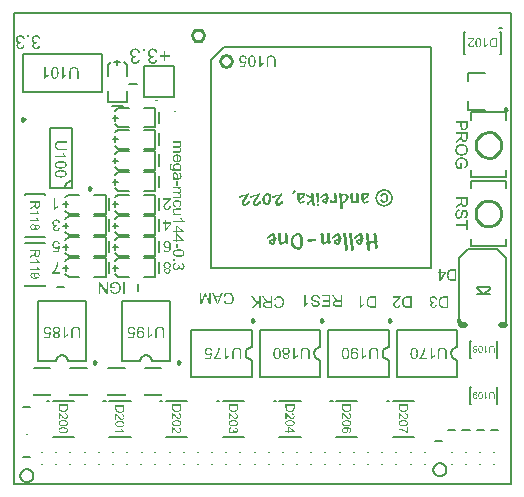
<source format=gto>
G04*
G04 #@! TF.GenerationSoftware,Altium Limited,Altium Designer,22.11.1 (43)*
G04*
G04 Layer_Color=65535*
%FSLAX25Y25*%
%MOIN*%
G70*
G04*
G04 #@! TF.SameCoordinates,33881630-BD02-48E5-AD41-075E7C08A960*
G04*
G04*
G04 #@! TF.FilePolarity,Positive*
G04*
G01*
G75*
%ADD10C,0.01000*%
%ADD11C,0.00984*%
%ADD12C,0.00591*%
%ADD13C,0.00787*%
%ADD14C,0.00394*%
%ADD15C,0.00300*%
%ADD16C,0.00669*%
%ADD17C,0.01968*%
G36*
X151704Y94022D02*
X151700Y93974D01*
Y93926D01*
X151695Y93869D01*
X151691Y93803D01*
X151678Y93672D01*
X151656Y93537D01*
X151630Y93406D01*
X151612Y93349D01*
X151595Y93292D01*
Y93288D01*
X151590Y93279D01*
X151582Y93266D01*
X151573Y93244D01*
X151547Y93191D01*
X151507Y93130D01*
X151455Y93056D01*
X151385Y92982D01*
X151306Y92908D01*
X151210Y92842D01*
X151206D01*
X151197Y92833D01*
X151184Y92824D01*
X151162Y92816D01*
X151136Y92803D01*
X151105Y92790D01*
X151070Y92772D01*
X151031Y92755D01*
X150939Y92724D01*
X150839Y92698D01*
X150725Y92680D01*
X150603Y92672D01*
X150599D01*
X150585D01*
X150559D01*
X150533Y92676D01*
X150494Y92680D01*
X150450Y92685D01*
X150402Y92693D01*
X150349Y92706D01*
X150236Y92741D01*
X150175Y92763D01*
X150113Y92790D01*
X150052Y92820D01*
X149991Y92859D01*
X149934Y92903D01*
X149877Y92951D01*
X149873Y92955D01*
X149864Y92964D01*
X149851Y92982D01*
X149829Y93004D01*
X149808Y93034D01*
X149781Y93069D01*
X149751Y93113D01*
X149720Y93165D01*
X149689Y93222D01*
X149659Y93283D01*
X149628Y93353D01*
X149598Y93432D01*
X149572Y93515D01*
X149545Y93607D01*
X149523Y93707D01*
X149506Y93812D01*
Y93808D01*
X149502Y93803D01*
X149488Y93777D01*
X149467Y93738D01*
X149440Y93690D01*
X149410Y93637D01*
X149379Y93585D01*
X149340Y93532D01*
X149305Y93489D01*
X149301Y93484D01*
X149296Y93480D01*
X149283Y93467D01*
X149266Y93449D01*
X149244Y93427D01*
X149217Y93401D01*
X149156Y93344D01*
X149078Y93279D01*
X148986Y93205D01*
X148881Y93126D01*
X148767Y93047D01*
X147671Y92348D01*
Y93017D01*
X148510Y93550D01*
X148514Y93554D01*
X148527Y93559D01*
X148545Y93572D01*
X148571Y93589D01*
X148601Y93607D01*
X148636Y93633D01*
X148715Y93685D01*
X148807Y93747D01*
X148898Y93808D01*
X148986Y93873D01*
X149065Y93934D01*
X149069D01*
X149073Y93943D01*
X149095Y93961D01*
X149130Y93987D01*
X149170Y94026D01*
X149213Y94065D01*
X149257Y94114D01*
X149301Y94162D01*
X149331Y94205D01*
X149336Y94210D01*
X149344Y94227D01*
X149357Y94249D01*
X149375Y94280D01*
X149392Y94319D01*
X149410Y94358D01*
X149427Y94402D01*
X149440Y94450D01*
Y94454D01*
X149445Y94468D01*
X149449Y94489D01*
X149453Y94520D01*
Y94564D01*
X149458Y94616D01*
X149462Y94677D01*
Y95363D01*
X147671D01*
Y95897D01*
X151704D01*
Y94022D01*
D02*
G37*
G36*
X149012Y91509D02*
X149008D01*
X148999D01*
X148981Y91505D01*
X148960Y91500D01*
X148933Y91496D01*
X148907Y91492D01*
X148833Y91474D01*
X148754Y91452D01*
X148671Y91426D01*
X148588Y91391D01*
X148510Y91347D01*
X148501Y91343D01*
X148479Y91321D01*
X148444Y91291D01*
X148400Y91247D01*
X148348Y91190D01*
X148300Y91120D01*
X148247Y91037D01*
X148199Y90941D01*
Y90937D01*
X148195Y90928D01*
X148191Y90915D01*
X148182Y90893D01*
X148173Y90867D01*
X148160Y90836D01*
X148151Y90801D01*
X148143Y90762D01*
X148121Y90670D01*
X148099Y90561D01*
X148086Y90447D01*
X148081Y90320D01*
Y90268D01*
X148086Y90242D01*
Y90211D01*
X148094Y90141D01*
X148103Y90058D01*
X148116Y89966D01*
X148138Y89875D01*
X148169Y89787D01*
Y89783D01*
X148173Y89779D01*
X148178Y89765D01*
X148186Y89748D01*
X148208Y89709D01*
X148234Y89656D01*
X148269Y89599D01*
X148313Y89538D01*
X148361Y89486D01*
X148418Y89438D01*
X148427Y89433D01*
X148444Y89420D01*
X148479Y89398D01*
X148523Y89376D01*
X148575Y89359D01*
X148632Y89337D01*
X148697Y89324D01*
X148763Y89320D01*
X148767D01*
X148772D01*
X148794D01*
X148833Y89324D01*
X148877Y89333D01*
X148929Y89346D01*
X148986Y89368D01*
X149043Y89394D01*
X149095Y89433D01*
X149100Y89438D01*
X149117Y89455D01*
X149143Y89481D01*
X149178Y89521D01*
X149213Y89569D01*
X149252Y89634D01*
X149292Y89709D01*
X149331Y89796D01*
X149336Y89805D01*
X149340Y89814D01*
X149344Y89831D01*
X149349Y89849D01*
X149357Y89875D01*
X149371Y89910D01*
X149379Y89945D01*
X149392Y89993D01*
X149410Y90041D01*
X149423Y90102D01*
X149440Y90167D01*
X149462Y90242D01*
X149480Y90320D01*
X149506Y90412D01*
X149528Y90513D01*
Y90517D01*
X149532Y90535D01*
X149541Y90565D01*
X149550Y90600D01*
X149563Y90648D01*
X149576Y90701D01*
X149593Y90753D01*
X149611Y90814D01*
X149650Y90945D01*
X149694Y91072D01*
X149716Y91133D01*
X149738Y91190D01*
X149759Y91242D01*
X149781Y91286D01*
Y91291D01*
X149790Y91299D01*
X149799Y91312D01*
X149808Y91334D01*
X149838Y91387D01*
X149882Y91448D01*
X149939Y91522D01*
X150000Y91592D01*
X150074Y91662D01*
X150153Y91719D01*
X150157D01*
X150161Y91723D01*
X150175Y91732D01*
X150192Y91741D01*
X150240Y91763D01*
X150301Y91789D01*
X150376Y91815D01*
X150463Y91837D01*
X150559Y91854D01*
X150660Y91859D01*
X150664D01*
X150673D01*
X150690D01*
X150712Y91854D01*
X150738D01*
X150769Y91850D01*
X150847Y91837D01*
X150935Y91815D01*
X151027Y91789D01*
X151127Y91745D01*
X151228Y91688D01*
X151232D01*
X151241Y91680D01*
X151254Y91671D01*
X151271Y91658D01*
X151320Y91614D01*
X151381Y91557D01*
X151446Y91487D01*
X151512Y91400D01*
X151577Y91299D01*
X151634Y91181D01*
Y91177D01*
X151638Y91168D01*
X151647Y91146D01*
X151656Y91124D01*
X151665Y91094D01*
X151678Y91055D01*
X151691Y91011D01*
X151704Y90963D01*
X151717Y90910D01*
X151730Y90854D01*
X151752Y90731D01*
X151770Y90591D01*
X151774Y90443D01*
Y90368D01*
X151770Y90329D01*
X151765Y90281D01*
X151761Y90233D01*
X151757Y90176D01*
X151739Y90054D01*
X151713Y89918D01*
X151673Y89783D01*
X151625Y89652D01*
Y89647D01*
X151617Y89639D01*
X151612Y89617D01*
X151599Y89595D01*
X151582Y89569D01*
X151564Y89534D01*
X151521Y89460D01*
X151459Y89372D01*
X151385Y89285D01*
X151302Y89202D01*
X151201Y89127D01*
X151197Y89123D01*
X151188Y89119D01*
X151175Y89110D01*
X151153Y89097D01*
X151127Y89084D01*
X151097Y89066D01*
X151057Y89053D01*
X151018Y89031D01*
X150926Y88996D01*
X150817Y88966D01*
X150699Y88939D01*
X150568Y88926D01*
X150529Y89438D01*
X150533D01*
X150546Y89442D01*
X150564D01*
X150590Y89446D01*
X150625Y89455D01*
X150660Y89464D01*
X150743Y89490D01*
X150834Y89525D01*
X150931Y89578D01*
X151022Y89639D01*
X151062Y89678D01*
X151101Y89722D01*
X151105Y89726D01*
X151110Y89731D01*
X151119Y89748D01*
X151132Y89765D01*
X151145Y89792D01*
X151162Y89822D01*
X151180Y89857D01*
X151201Y89897D01*
X151219Y89945D01*
X151236Y89997D01*
X151254Y90054D01*
X151267Y90115D01*
X151280Y90185D01*
X151289Y90259D01*
X151298Y90338D01*
Y90465D01*
X151293Y90500D01*
Y90539D01*
X151289Y90583D01*
X151285Y90635D01*
X151276Y90688D01*
X151254Y90806D01*
X151223Y90919D01*
X151180Y91028D01*
X151149Y91081D01*
X151119Y91124D01*
Y91129D01*
X151110Y91133D01*
X151088Y91159D01*
X151049Y91194D01*
X150996Y91234D01*
X150935Y91273D01*
X150861Y91308D01*
X150782Y91334D01*
X150738Y91339D01*
X150690Y91343D01*
X150686D01*
X150681D01*
X150655Y91339D01*
X150616Y91334D01*
X150568Y91325D01*
X150511Y91304D01*
X150450Y91277D01*
X150393Y91242D01*
X150336Y91190D01*
X150332Y91181D01*
X150323Y91173D01*
X150310Y91155D01*
X150297Y91133D01*
X150284Y91107D01*
X150266Y91072D01*
X150244Y91033D01*
X150223Y90985D01*
X150201Y90928D01*
X150179Y90862D01*
X150153Y90788D01*
X150127Y90701D01*
X150100Y90609D01*
X150070Y90504D01*
X150043Y90386D01*
Y90377D01*
X150039Y90355D01*
X150030Y90325D01*
X150017Y90281D01*
X150008Y90229D01*
X149991Y90167D01*
X149978Y90102D01*
X149956Y90032D01*
X149917Y89883D01*
X149877Y89735D01*
X149855Y89665D01*
X149834Y89604D01*
X149812Y89543D01*
X149790Y89495D01*
Y89490D01*
X149781Y89477D01*
X149773Y89460D01*
X149759Y89438D01*
X149746Y89407D01*
X149724Y89372D01*
X149676Y89298D01*
X149620Y89210D01*
X149550Y89127D01*
X149467Y89044D01*
X149423Y89009D01*
X149379Y88974D01*
X149375D01*
X149366Y88966D01*
X149353Y88957D01*
X149336Y88948D01*
X149314Y88935D01*
X149283Y88922D01*
X149213Y88887D01*
X149130Y88857D01*
X149034Y88830D01*
X148925Y88813D01*
X148807Y88804D01*
X148802D01*
X148794D01*
X148776D01*
X148754Y88808D01*
X148724D01*
X148693Y88813D01*
X148610Y88826D01*
X148518Y88848D01*
X148418Y88883D01*
X148313Y88931D01*
X148256Y88957D01*
X148204Y88992D01*
X148199D01*
X148191Y89001D01*
X148178Y89009D01*
X148156Y89027D01*
X148108Y89066D01*
X148042Y89127D01*
X147972Y89202D01*
X147898Y89293D01*
X147828Y89398D01*
X147762Y89521D01*
Y89525D01*
X147754Y89538D01*
X147749Y89556D01*
X147736Y89582D01*
X147727Y89613D01*
X147714Y89652D01*
X147697Y89696D01*
X147684Y89748D01*
X147671Y89800D01*
X147653Y89862D01*
X147631Y89993D01*
X147614Y90137D01*
X147605Y90294D01*
Y90347D01*
X147609Y90386D01*
Y90434D01*
X147614Y90487D01*
X147618Y90548D01*
X147627Y90618D01*
X147644Y90762D01*
X147671Y90915D01*
X147710Y91068D01*
X147762Y91216D01*
Y91221D01*
X147771Y91234D01*
X147780Y91251D01*
X147793Y91277D01*
X147810Y91308D01*
X147828Y91343D01*
X147880Y91426D01*
X147946Y91518D01*
X148029Y91614D01*
X148125Y91710D01*
X148239Y91793D01*
X148243Y91798D01*
X148252Y91802D01*
X148269Y91811D01*
X148295Y91824D01*
X148326Y91841D01*
X148361Y91859D01*
X148405Y91881D01*
X148453Y91898D01*
X148501Y91920D01*
X148558Y91937D01*
X148684Y91972D01*
X148820Y91998D01*
X148894Y92007D01*
X148968Y92012D01*
X149012Y91509D01*
D02*
G37*
G36*
X151704Y85190D02*
X151228D01*
Y86519D01*
X147671D01*
Y87052D01*
X151228D01*
Y88380D01*
X151704D01*
Y85190D01*
D02*
G37*
G36*
X151704Y119689D02*
X151700Y119601D01*
X151695Y119501D01*
X151687Y119400D01*
X151678Y119304D01*
X151673Y119256D01*
X151665Y119217D01*
Y119212D01*
X151660Y119204D01*
Y119186D01*
X151656Y119169D01*
X151647Y119142D01*
X151643Y119112D01*
X151621Y119042D01*
X151595Y118963D01*
X151560Y118880D01*
X151521Y118797D01*
X151472Y118719D01*
Y118714D01*
X151468Y118710D01*
X151446Y118684D01*
X151416Y118649D01*
X151372Y118600D01*
X151320Y118552D01*
X151250Y118496D01*
X151175Y118443D01*
X151084Y118395D01*
X151079D01*
X151070Y118391D01*
X151057Y118382D01*
X151040Y118373D01*
X151018Y118365D01*
X150987Y118356D01*
X150922Y118330D01*
X150839Y118308D01*
X150747Y118286D01*
X150642Y118273D01*
X150533Y118268D01*
X150529D01*
X150511D01*
X150485D01*
X150445Y118273D01*
X150402Y118277D01*
X150354Y118286D01*
X150297Y118295D01*
X150231Y118308D01*
X150166Y118325D01*
X150096Y118347D01*
X150026Y118373D01*
X149952Y118408D01*
X149877Y118443D01*
X149803Y118487D01*
X149733Y118539D01*
X149663Y118596D01*
X149659Y118600D01*
X149650Y118614D01*
X149633Y118631D01*
X149606Y118662D01*
X149580Y118697D01*
X149550Y118745D01*
X149519Y118801D01*
X149488Y118867D01*
X149453Y118946D01*
X149423Y119029D01*
X149392Y119129D01*
X149366Y119234D01*
X149344Y119357D01*
X149327Y119488D01*
X149314Y119627D01*
X149309Y119785D01*
Y120816D01*
X147670D01*
Y121349D01*
X151704D01*
Y119689D01*
D02*
G37*
G36*
Y115708D02*
X151700Y115659D01*
Y115611D01*
X151695Y115555D01*
X151691Y115489D01*
X151678Y115358D01*
X151656Y115223D01*
X151630Y115091D01*
X151612Y115035D01*
X151595Y114978D01*
Y114973D01*
X151590Y114965D01*
X151582Y114952D01*
X151573Y114930D01*
X151547Y114877D01*
X151507Y114816D01*
X151455Y114742D01*
X151385Y114667D01*
X151306Y114593D01*
X151210Y114528D01*
X151206D01*
X151197Y114519D01*
X151184Y114510D01*
X151162Y114501D01*
X151136Y114488D01*
X151105Y114475D01*
X151070Y114458D01*
X151031Y114440D01*
X150939Y114410D01*
X150839Y114383D01*
X150725Y114366D01*
X150603Y114357D01*
X150598D01*
X150585D01*
X150559D01*
X150533Y114362D01*
X150494Y114366D01*
X150450Y114370D01*
X150402Y114379D01*
X150349Y114392D01*
X150236Y114427D01*
X150174Y114449D01*
X150113Y114475D01*
X150052Y114506D01*
X149991Y114545D01*
X149934Y114589D01*
X149877Y114637D01*
X149873Y114641D01*
X149864Y114650D01*
X149851Y114667D01*
X149829Y114689D01*
X149808Y114720D01*
X149781Y114755D01*
X149751Y114799D01*
X149720Y114851D01*
X149689Y114908D01*
X149659Y114969D01*
X149628Y115039D01*
X149598Y115118D01*
X149572Y115201D01*
X149545Y115292D01*
X149523Y115393D01*
X149506Y115498D01*
Y115493D01*
X149502Y115489D01*
X149488Y115463D01*
X149467Y115424D01*
X149440Y115375D01*
X149410Y115323D01*
X149379Y115271D01*
X149340Y115218D01*
X149305Y115174D01*
X149301Y115170D01*
X149296Y115166D01*
X149283Y115153D01*
X149266Y115135D01*
X149244Y115113D01*
X149217Y115087D01*
X149156Y115030D01*
X149078Y114965D01*
X148986Y114890D01*
X148881Y114812D01*
X148767Y114733D01*
X147670Y114034D01*
Y114702D01*
X148510Y115236D01*
X148514Y115240D01*
X148527Y115244D01*
X148545Y115258D01*
X148571Y115275D01*
X148601Y115292D01*
X148636Y115319D01*
X148715Y115371D01*
X148807Y115432D01*
X148898Y115493D01*
X148986Y115559D01*
X149065Y115620D01*
X149069D01*
X149073Y115629D01*
X149095Y115646D01*
X149130Y115673D01*
X149170Y115712D01*
X149213Y115751D01*
X149257Y115799D01*
X149301Y115847D01*
X149331Y115891D01*
X149336Y115895D01*
X149344Y115913D01*
X149357Y115935D01*
X149375Y115965D01*
X149392Y116005D01*
X149410Y116044D01*
X149427Y116088D01*
X149440Y116136D01*
Y116140D01*
X149445Y116153D01*
X149449Y116175D01*
X149453Y116206D01*
Y116250D01*
X149458Y116302D01*
X149462Y116363D01*
Y117049D01*
X147670D01*
Y117582D01*
X151704D01*
Y115708D01*
D02*
G37*
G36*
X149703Y113680D02*
X149729D01*
X149799Y113675D01*
X149882Y113667D01*
X149982Y113654D01*
X150087Y113641D01*
X150205Y113619D01*
X150332Y113588D01*
X150459Y113553D01*
X150590Y113510D01*
X150721Y113457D01*
X150852Y113396D01*
X150974Y113326D01*
X151097Y113243D01*
X151206Y113147D01*
X151210Y113142D01*
X151232Y113120D01*
X151258Y113090D01*
X151293Y113051D01*
X151337Y112994D01*
X151385Y112933D01*
X151437Y112858D01*
X151490Y112771D01*
X151542Y112675D01*
X151595Y112570D01*
X151643Y112456D01*
X151687Y112330D01*
X151722Y112198D01*
X151748Y112059D01*
X151770Y111910D01*
X151774Y111753D01*
Y111700D01*
X151770Y111661D01*
X151765Y111609D01*
X151761Y111552D01*
X151752Y111490D01*
X151739Y111421D01*
X151726Y111342D01*
X151708Y111263D01*
X151687Y111180D01*
X151660Y111093D01*
X151630Y111005D01*
X151595Y110918D01*
X151556Y110835D01*
X151507Y110748D01*
X151503Y110743D01*
X151494Y110726D01*
X151481Y110704D01*
X151459Y110673D01*
X151433Y110634D01*
X151398Y110595D01*
X151359Y110547D01*
X151315Y110494D01*
X151263Y110437D01*
X151206Y110380D01*
X151145Y110324D01*
X151079Y110267D01*
X151009Y110214D01*
X150931Y110158D01*
X150847Y110110D01*
X150760Y110062D01*
X150756Y110057D01*
X150738Y110053D01*
X150712Y110040D01*
X150677Y110027D01*
X150633Y110005D01*
X150577Y109987D01*
X150515Y109965D01*
X150445Y109943D01*
X150371Y109922D01*
X150288Y109900D01*
X150196Y109878D01*
X150105Y109861D01*
X150004Y109847D01*
X149899Y109834D01*
X149794Y109830D01*
X149681Y109826D01*
X149672D01*
X149654D01*
X149620D01*
X149576Y109830D01*
X149523Y109834D01*
X149462Y109839D01*
X149392Y109847D01*
X149314Y109856D01*
X149231Y109869D01*
X149143Y109887D01*
X149051Y109904D01*
X148960Y109930D01*
X148864Y109961D01*
X148772Y109992D01*
X148676Y110031D01*
X148584Y110075D01*
X148580Y110079D01*
X148562Y110088D01*
X148536Y110101D01*
X148505Y110118D01*
X148466Y110145D01*
X148418Y110175D01*
X148365Y110214D01*
X148309Y110254D01*
X148252Y110302D01*
X148191Y110354D01*
X148129Y110415D01*
X148068Y110477D01*
X148011Y110542D01*
X147955Y110617D01*
X147898Y110695D01*
X147850Y110778D01*
X147845Y110783D01*
X147841Y110800D01*
X147828Y110822D01*
X147810Y110857D01*
X147793Y110901D01*
X147771Y110949D01*
X147749Y111005D01*
X147727Y111071D01*
X147705Y111141D01*
X147684Y111215D01*
X147662Y111298D01*
X147644Y111381D01*
X147614Y111565D01*
X147609Y111661D01*
X147605Y111757D01*
Y111814D01*
X147609Y111853D01*
X147614Y111901D01*
X147618Y111962D01*
X147627Y112024D01*
X147640Y112098D01*
X147653Y112172D01*
X147670Y112255D01*
X147692Y112338D01*
X147719Y112426D01*
X147749Y112513D01*
X147789Y112601D01*
X147828Y112688D01*
X147876Y112775D01*
X147880Y112780D01*
X147889Y112793D01*
X147906Y112819D01*
X147928Y112850D01*
X147955Y112884D01*
X147990Y112928D01*
X148029Y112976D01*
X148073Y113029D01*
X148125Y113086D01*
X148182Y113138D01*
X148243Y113195D01*
X148309Y113252D01*
X148383Y113308D01*
X148457Y113361D01*
X148540Y113409D01*
X148628Y113457D01*
X148632Y113461D01*
X148649Y113466D01*
X148676Y113479D01*
X148711Y113492D01*
X148754Y113510D01*
X148807Y113527D01*
X148864Y113549D01*
X148933Y113571D01*
X149003Y113593D01*
X149082Y113614D01*
X149165Y113632D01*
X149252Y113649D01*
X149436Y113675D01*
X149537Y113680D01*
X149633Y113684D01*
X149637D01*
X149646D01*
X149659D01*
X149676D01*
X149703Y113680D01*
D02*
G37*
G36*
X149768Y109266D02*
X149821Y109262D01*
X149882Y109257D01*
X149952Y109249D01*
X150026Y109240D01*
X150109Y109227D01*
X150196Y109209D01*
X150380Y109166D01*
X150476Y109140D01*
X150572Y109105D01*
X150668Y109070D01*
X150765Y109026D01*
X150769Y109021D01*
X150786Y109013D01*
X150813Y109000D01*
X150847Y108982D01*
X150891Y108956D01*
X150939Y108925D01*
X150992Y108886D01*
X151053Y108847D01*
X151114Y108799D01*
X151175Y108746D01*
X151236Y108689D01*
X151302Y108624D01*
X151363Y108558D01*
X151420Y108484D01*
X151477Y108405D01*
X151525Y108322D01*
X151529Y108318D01*
X151534Y108300D01*
X151547Y108274D01*
X151564Y108239D01*
X151582Y108195D01*
X151603Y108143D01*
X151625Y108082D01*
X151652Y108016D01*
X151673Y107942D01*
X151695Y107859D01*
X151717Y107772D01*
X151735Y107676D01*
X151752Y107579D01*
X151765Y107475D01*
X151770Y107365D01*
X151774Y107256D01*
Y107182D01*
X151770Y107142D01*
X151765Y107099D01*
X151761Y107051D01*
X151757Y106994D01*
X151739Y106871D01*
X151713Y106736D01*
X151678Y106600D01*
X151630Y106465D01*
Y106461D01*
X151625Y106448D01*
X151617Y106430D01*
X151603Y106408D01*
X151590Y106378D01*
X151573Y106343D01*
X151529Y106264D01*
X151472Y106172D01*
X151407Y106080D01*
X151328Y105993D01*
X151236Y105910D01*
X151232Y105906D01*
X151223Y105901D01*
X151210Y105893D01*
X151193Y105875D01*
X151166Y105862D01*
X151136Y105840D01*
X151101Y105818D01*
X151057Y105796D01*
X151014Y105770D01*
X150965Y105748D01*
X150909Y105722D01*
X150852Y105696D01*
X150721Y105648D01*
X150577Y105604D01*
X150445Y106089D01*
X150450D01*
X150459Y106094D01*
X150476Y106098D01*
X150498Y106107D01*
X150520Y106115D01*
X150550Y106124D01*
X150620Y106150D01*
X150699Y106185D01*
X150778Y106225D01*
X150856Y106268D01*
X150926Y106316D01*
X150935Y106321D01*
X150957Y106343D01*
X150987Y106373D01*
X151031Y106413D01*
X151075Y106469D01*
X151123Y106535D01*
X151166Y106614D01*
X151210Y106701D01*
Y106705D01*
X151215Y106714D01*
X151219Y106727D01*
X151228Y106745D01*
X151236Y106767D01*
X151245Y106797D01*
X151267Y106863D01*
X151285Y106946D01*
X151302Y107037D01*
X151315Y107142D01*
X151320Y107252D01*
Y107313D01*
X151315Y107343D01*
Y107383D01*
X151311Y107422D01*
X151306Y107470D01*
X151293Y107566D01*
X151271Y107676D01*
X151245Y107780D01*
X151206Y107885D01*
Y107890D01*
X151201Y107898D01*
X151193Y107912D01*
X151184Y107929D01*
X151162Y107977D01*
X151127Y108038D01*
X151084Y108108D01*
X151031Y108178D01*
X150974Y108252D01*
X150909Y108318D01*
X150900Y108327D01*
X150878Y108344D01*
X150839Y108375D01*
X150791Y108410D01*
X150734Y108449D01*
X150664Y108493D01*
X150590Y108532D01*
X150511Y108567D01*
X150507D01*
X150494Y108571D01*
X150476Y108580D01*
X150445Y108589D01*
X150410Y108602D01*
X150371Y108615D01*
X150323Y108628D01*
X150271Y108641D01*
X150214Y108659D01*
X150148Y108672D01*
X150013Y108694D01*
X149860Y108711D01*
X149698Y108720D01*
X149694D01*
X149676D01*
X149646D01*
X149611Y108716D01*
X149563D01*
X149510Y108711D01*
X149449Y108703D01*
X149384Y108698D01*
X149239Y108676D01*
X149091Y108641D01*
X148938Y108598D01*
X148794Y108536D01*
X148789Y108532D01*
X148776Y108528D01*
X148759Y108519D01*
X148732Y108501D01*
X148706Y108484D01*
X148671Y108458D01*
X148593Y108401D01*
X148505Y108322D01*
X148413Y108230D01*
X148330Y108126D01*
X148291Y108064D01*
X148256Y107999D01*
Y107994D01*
X148247Y107981D01*
X148239Y107964D01*
X148230Y107938D01*
X148217Y107903D01*
X148199Y107863D01*
X148186Y107820D01*
X148169Y107772D01*
X148151Y107719D01*
X148138Y107658D01*
X148108Y107531D01*
X148090Y107392D01*
X148081Y107243D01*
Y107208D01*
X148086Y107182D01*
Y107151D01*
X148090Y107116D01*
X148094Y107077D01*
X148099Y107029D01*
X148112Y106928D01*
X148138Y106815D01*
X148169Y106692D01*
X148212Y106570D01*
Y106565D01*
X148217Y106557D01*
X148225Y106539D01*
X148234Y106513D01*
X148247Y106487D01*
X148265Y106456D01*
X148300Y106382D01*
X148344Y106299D01*
X148392Y106216D01*
X148440Y106137D01*
X148496Y106067D01*
X149252D01*
Y107252D01*
X149729D01*
Y105543D01*
X148230D01*
X148225Y105547D01*
X148217Y105560D01*
X148199Y105582D01*
X148178Y105613D01*
X148151Y105648D01*
X148125Y105692D01*
X148090Y105740D01*
X148055Y105792D01*
X148020Y105849D01*
X147981Y105914D01*
X147902Y106050D01*
X147828Y106199D01*
X147762Y106356D01*
Y106360D01*
X147754Y106373D01*
X147749Y106395D01*
X147736Y106430D01*
X147727Y106465D01*
X147714Y106513D01*
X147697Y106561D01*
X147684Y106618D01*
X147670Y106684D01*
X147653Y106749D01*
X147631Y106893D01*
X147614Y107051D01*
X147605Y107212D01*
Y107269D01*
X147609Y107313D01*
X147614Y107365D01*
X147618Y107426D01*
X147627Y107496D01*
X147636Y107571D01*
X147649Y107649D01*
X147666Y107737D01*
X147688Y107824D01*
X147714Y107920D01*
X147740Y108012D01*
X147775Y108104D01*
X147815Y108200D01*
X147858Y108292D01*
X147863Y108296D01*
X147872Y108314D01*
X147885Y108340D01*
X147906Y108370D01*
X147933Y108410D01*
X147963Y108458D01*
X148003Y108510D01*
X148046Y108567D01*
X148094Y108624D01*
X148151Y108685D01*
X148208Y108746D01*
X148274Y108807D01*
X148348Y108864D01*
X148422Y108921D01*
X148505Y108978D01*
X148593Y109026D01*
X148597Y109030D01*
X148615Y109035D01*
X148641Y109048D01*
X148676Y109065D01*
X148724Y109083D01*
X148776Y109105D01*
X148837Y109126D01*
X148907Y109148D01*
X148981Y109170D01*
X149065Y109192D01*
X149156Y109214D01*
X149248Y109231D01*
X149349Y109249D01*
X149449Y109262D01*
X149558Y109266D01*
X149668Y109271D01*
X149676D01*
X149694D01*
X149724D01*
X149768Y109266D01*
D02*
G37*
G36*
X5513Y149287D02*
X4878D01*
Y149921D01*
X5513D01*
Y149287D01*
D02*
G37*
G36*
X7968Y149995D02*
X8007D01*
X8061Y149990D01*
X8120Y149980D01*
X8184Y149970D01*
X8258Y149956D01*
X8337Y149936D01*
X8416Y149911D01*
X8499Y149887D01*
X8583Y149852D01*
X8666Y149808D01*
X8745Y149764D01*
X8829Y149710D01*
X8903Y149646D01*
X8908Y149641D01*
X8917Y149631D01*
X8937Y149611D01*
X8967Y149582D01*
X8996Y149547D01*
X9031Y149503D01*
X9065Y149454D01*
X9104Y149395D01*
X9144Y149336D01*
X9183Y149262D01*
X9223Y149188D01*
X9257Y149105D01*
X9286Y149016D01*
X9316Y148923D01*
X9336Y148824D01*
X9350Y148721D01*
X8794Y148647D01*
Y148652D01*
X8789Y148667D01*
X8785Y148691D01*
X8775Y148726D01*
X8765Y148765D01*
X8755Y148809D01*
X8721Y148913D01*
X8676Y149026D01*
X8622Y149139D01*
X8553Y149242D01*
X8514Y149287D01*
X8475Y149331D01*
X8470D01*
X8465Y149341D01*
X8450Y149351D01*
X8435Y149365D01*
X8386Y149395D01*
X8317Y149434D01*
X8234Y149474D01*
X8140Y149503D01*
X8027Y149528D01*
X7909Y149538D01*
X7869D01*
X7840Y149533D01*
X7810Y149528D01*
X7766Y149523D01*
X7678Y149503D01*
X7569Y149474D01*
X7456Y149424D01*
X7402Y149390D01*
X7348Y149355D01*
X7294Y149316D01*
X7240Y149267D01*
X7235Y149262D01*
X7230Y149252D01*
X7215Y149237D01*
X7195Y149218D01*
X7176Y149193D01*
X7156Y149159D01*
X7131Y149124D01*
X7102Y149080D01*
X7053Y148982D01*
X7013Y148868D01*
X6979Y148736D01*
X6974Y148667D01*
X6969Y148593D01*
Y148588D01*
Y148578D01*
Y148554D01*
X6974Y148529D01*
X6979Y148495D01*
X6984Y148460D01*
X6999Y148372D01*
X7033Y148268D01*
X7077Y148165D01*
X7107Y148111D01*
X7141Y148062D01*
X7181Y148012D01*
X7225Y147963D01*
X7230Y147958D01*
X7235Y147953D01*
X7250Y147939D01*
X7269Y147924D01*
X7294Y147904D01*
X7323Y147884D01*
X7397Y147835D01*
X7491Y147791D01*
X7599Y147752D01*
X7722Y147722D01*
X7791Y147717D01*
X7860Y147712D01*
X7889D01*
X7924Y147717D01*
X7968D01*
X8027Y147727D01*
X8091Y147737D01*
X8170Y147752D01*
X8253Y147771D01*
X8194Y147284D01*
X8184D01*
X8160Y147289D01*
X8130Y147294D01*
X8066D01*
X8042Y147289D01*
X8007D01*
X7973Y147284D01*
X7889Y147269D01*
X7791Y147250D01*
X7683Y147215D01*
X7569Y147171D01*
X7461Y147107D01*
X7456D01*
X7446Y147097D01*
X7436Y147087D01*
X7417Y147073D01*
X7368Y147028D01*
X7314Y146964D01*
X7264Y146886D01*
X7215Y146787D01*
X7195Y146733D01*
X7186Y146669D01*
X7176Y146605D01*
X7171Y146536D01*
Y146531D01*
Y146522D01*
Y146507D01*
X7176Y146482D01*
X7181Y146428D01*
X7195Y146354D01*
X7220Y146276D01*
X7259Y146192D01*
X7314Y146103D01*
X7343Y146064D01*
X7382Y146025D01*
X7392Y146015D01*
X7422Y145995D01*
X7466Y145961D01*
X7525Y145921D01*
X7604Y145887D01*
X7697Y145852D01*
X7801Y145833D01*
X7919Y145823D01*
X7948D01*
X7973Y145828D01*
X8002D01*
X8032Y145833D01*
X8111Y145848D01*
X8194Y145872D01*
X8288Y145912D01*
X8376Y145961D01*
X8465Y146030D01*
X8475Y146039D01*
X8499Y146069D01*
X8539Y146113D01*
X8578Y146182D01*
X8627Y146266D01*
X8671Y146374D01*
X8711Y146497D01*
X8740Y146640D01*
X9296Y146541D01*
Y146536D01*
X9291Y146517D01*
X9286Y146487D01*
X9277Y146448D01*
X9262Y146404D01*
X9247Y146349D01*
X9227Y146290D01*
X9203Y146226D01*
X9139Y146084D01*
X9104Y146015D01*
X9060Y145941D01*
X9011Y145872D01*
X8957Y145803D01*
X8898Y145734D01*
X8834Y145675D01*
X8829Y145670D01*
X8819Y145661D01*
X8794Y145646D01*
X8770Y145626D01*
X8731Y145602D01*
X8691Y145577D01*
X8642Y145547D01*
X8583Y145518D01*
X8524Y145493D01*
X8455Y145464D01*
X8381Y145439D01*
X8302Y145415D01*
X8214Y145395D01*
X8125Y145380D01*
X8032Y145370D01*
X7933Y145365D01*
X7869D01*
X7835Y145370D01*
X7801Y145375D01*
X7707Y145385D01*
X7604Y145405D01*
X7486Y145434D01*
X7368Y145474D01*
X7250Y145528D01*
X7245D01*
X7235Y145533D01*
X7220Y145543D01*
X7195Y145557D01*
X7141Y145592D01*
X7072Y145641D01*
X6994Y145705D01*
X6915Y145779D01*
X6836Y145862D01*
X6767Y145961D01*
Y145966D01*
X6763Y145971D01*
X6753Y145990D01*
X6743Y146010D01*
X6728Y146035D01*
X6713Y146064D01*
X6684Y146138D01*
X6654Y146226D01*
X6625Y146325D01*
X6605Y146433D01*
X6600Y146546D01*
Y146551D01*
Y146561D01*
Y146576D01*
Y146595D01*
X6610Y146654D01*
X6620Y146723D01*
X6639Y146807D01*
X6669Y146896D01*
X6708Y146989D01*
X6763Y147082D01*
Y147087D01*
X6767Y147092D01*
X6792Y147122D01*
X6826Y147166D01*
X6881Y147220D01*
X6944Y147284D01*
X7028Y147348D01*
X7122Y147407D01*
X7230Y147466D01*
X7225D01*
X7210Y147471D01*
X7191Y147476D01*
X7161Y147486D01*
X7131Y147496D01*
X7092Y147511D01*
X6999Y147550D01*
X6900Y147604D01*
X6797Y147668D01*
X6694Y147752D01*
X6605Y147855D01*
X6600Y147860D01*
X6595Y147870D01*
X6585Y147884D01*
X6571Y147909D01*
X6551Y147934D01*
X6531Y147968D01*
X6511Y148007D01*
X6492Y148057D01*
X6472Y148106D01*
X6453Y148160D01*
X6413Y148283D01*
X6389Y148426D01*
X6379Y148504D01*
Y148583D01*
Y148588D01*
Y148608D01*
X6384Y148642D01*
Y148681D01*
X6393Y148736D01*
X6403Y148795D01*
X6413Y148859D01*
X6433Y148932D01*
X6457Y149011D01*
X6487Y149090D01*
X6521Y149173D01*
X6566Y149257D01*
X6615Y149346D01*
X6674Y149429D01*
X6738Y149513D01*
X6817Y149592D01*
X6821Y149597D01*
X6836Y149611D01*
X6861Y149631D01*
X6895Y149656D01*
X6935Y149685D01*
X6989Y149720D01*
X7048Y149759D01*
X7117Y149793D01*
X7191Y149833D01*
X7274Y149872D01*
X7363Y149907D01*
X7461Y149936D01*
X7564Y149961D01*
X7673Y149980D01*
X7786Y149995D01*
X7909Y150000D01*
X7933D01*
X7968Y149995D01*
D02*
G37*
G36*
X2679D02*
X2718D01*
X2772Y149990D01*
X2831Y149980D01*
X2895Y149970D01*
X2969Y149956D01*
X3048Y149936D01*
X3127Y149911D01*
X3210Y149887D01*
X3294Y149852D01*
X3378Y149808D01*
X3456Y149764D01*
X3540Y149710D01*
X3614Y149646D01*
X3619Y149641D01*
X3628Y149631D01*
X3648Y149611D01*
X3678Y149582D01*
X3707Y149547D01*
X3742Y149503D01*
X3776Y149454D01*
X3815Y149395D01*
X3855Y149336D01*
X3894Y149262D01*
X3934Y149188D01*
X3968Y149105D01*
X3997Y149016D01*
X4027Y148923D01*
X4047Y148824D01*
X4061Y148721D01*
X3505Y148647D01*
Y148652D01*
X3500Y148667D01*
X3496Y148691D01*
X3486Y148726D01*
X3476Y148765D01*
X3466Y148809D01*
X3432Y148913D01*
X3387Y149026D01*
X3333Y149139D01*
X3264Y149242D01*
X3225Y149287D01*
X3186Y149331D01*
X3181D01*
X3176Y149341D01*
X3161Y149351D01*
X3146Y149365D01*
X3097Y149395D01*
X3028Y149434D01*
X2944Y149474D01*
X2851Y149503D01*
X2738Y149528D01*
X2620Y149538D01*
X2581D01*
X2551Y149533D01*
X2521Y149528D01*
X2477Y149523D01*
X2389Y149503D01*
X2280Y149474D01*
X2167Y149424D01*
X2113Y149390D01*
X2059Y149355D01*
X2005Y149316D01*
X1951Y149267D01*
X1946Y149262D01*
X1941Y149252D01*
X1926Y149237D01*
X1906Y149218D01*
X1887Y149193D01*
X1867Y149159D01*
X1843Y149124D01*
X1813Y149080D01*
X1764Y148982D01*
X1724Y148868D01*
X1690Y148736D01*
X1685Y148667D01*
X1680Y148593D01*
Y148588D01*
Y148578D01*
Y148554D01*
X1685Y148529D01*
X1690Y148495D01*
X1695Y148460D01*
X1710Y148372D01*
X1744Y148268D01*
X1788Y148165D01*
X1818Y148111D01*
X1852Y148062D01*
X1892Y148012D01*
X1936Y147963D01*
X1941Y147958D01*
X1946Y147953D01*
X1960Y147939D01*
X1980Y147924D01*
X2005Y147904D01*
X2034Y147884D01*
X2108Y147835D01*
X2202Y147791D01*
X2310Y147752D01*
X2433Y147722D01*
X2502Y147717D01*
X2571Y147712D01*
X2600D01*
X2635Y147717D01*
X2679D01*
X2738Y147727D01*
X2802Y147737D01*
X2881Y147752D01*
X2964Y147771D01*
X2905Y147284D01*
X2895D01*
X2871Y147289D01*
X2841Y147294D01*
X2777D01*
X2753Y147289D01*
X2718D01*
X2684Y147284D01*
X2600Y147269D01*
X2502Y147250D01*
X2393Y147215D01*
X2280Y147171D01*
X2172Y147107D01*
X2167D01*
X2157Y147097D01*
X2148Y147087D01*
X2128Y147073D01*
X2079Y147028D01*
X2025Y146964D01*
X1975Y146886D01*
X1926Y146787D01*
X1906Y146733D01*
X1897Y146669D01*
X1887Y146605D01*
X1882Y146536D01*
Y146531D01*
Y146522D01*
Y146507D01*
X1887Y146482D01*
X1892Y146428D01*
X1906Y146354D01*
X1931Y146276D01*
X1970Y146192D01*
X2025Y146103D01*
X2054Y146064D01*
X2093Y146025D01*
X2103Y146015D01*
X2133Y145995D01*
X2177Y145961D01*
X2236Y145921D01*
X2315Y145887D01*
X2408Y145852D01*
X2512Y145833D01*
X2630Y145823D01*
X2659D01*
X2684Y145828D01*
X2713D01*
X2743Y145833D01*
X2822Y145848D01*
X2905Y145872D01*
X2999Y145912D01*
X3087Y145961D01*
X3176Y146030D01*
X3186Y146039D01*
X3210Y146069D01*
X3250Y146113D01*
X3289Y146182D01*
X3338Y146266D01*
X3382Y146374D01*
X3422Y146497D01*
X3451Y146640D01*
X4007Y146541D01*
Y146536D01*
X4002Y146517D01*
X3997Y146487D01*
X3988Y146448D01*
X3973Y146404D01*
X3958Y146349D01*
X3938Y146290D01*
X3914Y146226D01*
X3850Y146084D01*
X3815Y146015D01*
X3771Y145941D01*
X3722Y145872D01*
X3668Y145803D01*
X3609Y145734D01*
X3545Y145675D01*
X3540Y145670D01*
X3530Y145661D01*
X3505Y145646D01*
X3481Y145626D01*
X3441Y145602D01*
X3402Y145577D01*
X3353Y145547D01*
X3294Y145518D01*
X3235Y145493D01*
X3166Y145464D01*
X3092Y145439D01*
X3013Y145415D01*
X2925Y145395D01*
X2836Y145380D01*
X2743Y145370D01*
X2644Y145365D01*
X2581D01*
X2546Y145370D01*
X2512Y145375D01*
X2418Y145385D01*
X2315Y145405D01*
X2197Y145434D01*
X2079Y145474D01*
X1960Y145528D01*
X1956D01*
X1946Y145533D01*
X1931Y145543D01*
X1906Y145557D01*
X1852Y145592D01*
X1783Y145641D01*
X1705Y145705D01*
X1626Y145779D01*
X1547Y145862D01*
X1478Y145961D01*
Y145966D01*
X1474Y145971D01*
X1464Y145990D01*
X1454Y146010D01*
X1439Y146035D01*
X1424Y146064D01*
X1395Y146138D01*
X1365Y146226D01*
X1336Y146325D01*
X1316Y146433D01*
X1311Y146546D01*
Y146551D01*
Y146561D01*
Y146576D01*
Y146595D01*
X1321Y146654D01*
X1331Y146723D01*
X1350Y146807D01*
X1380Y146896D01*
X1419Y146989D01*
X1474Y147082D01*
Y147087D01*
X1478Y147092D01*
X1503Y147122D01*
X1537Y147166D01*
X1592Y147220D01*
X1656Y147284D01*
X1739Y147348D01*
X1833Y147407D01*
X1941Y147466D01*
X1936D01*
X1921Y147471D01*
X1901Y147476D01*
X1872Y147486D01*
X1843Y147496D01*
X1803Y147511D01*
X1710Y147550D01*
X1611Y147604D01*
X1508Y147668D01*
X1405Y147752D01*
X1316Y147855D01*
X1311Y147860D01*
X1306Y147870D01*
X1296Y147884D01*
X1282Y147909D01*
X1262Y147934D01*
X1242Y147968D01*
X1223Y148007D01*
X1203Y148057D01*
X1183Y148106D01*
X1163Y148160D01*
X1124Y148283D01*
X1099Y148426D01*
X1090Y148504D01*
Y148583D01*
Y148588D01*
Y148608D01*
X1095Y148642D01*
Y148681D01*
X1104Y148736D01*
X1114Y148795D01*
X1124Y148859D01*
X1144Y148932D01*
X1168Y149011D01*
X1198Y149090D01*
X1232Y149173D01*
X1277Y149257D01*
X1326Y149346D01*
X1385Y149429D01*
X1449Y149513D01*
X1528Y149592D01*
X1532Y149597D01*
X1547Y149611D01*
X1572Y149631D01*
X1606Y149656D01*
X1646Y149685D01*
X1700Y149720D01*
X1759Y149759D01*
X1828Y149793D01*
X1901Y149833D01*
X1985Y149872D01*
X2074Y149907D01*
X2172Y149936D01*
X2275Y149961D01*
X2384Y149980D01*
X2497Y149995D01*
X2620Y150000D01*
X2644D01*
X2679Y149995D01*
D02*
G37*
G36*
X44090Y144779D02*
X43386D01*
Y145484D01*
X44090D01*
Y144779D01*
D02*
G37*
G36*
X46815Y145565D02*
X46859D01*
X46919Y145560D01*
X46984Y145549D01*
X47055Y145538D01*
X47137Y145522D01*
X47224Y145500D01*
X47312Y145473D01*
X47405Y145445D01*
X47497Y145407D01*
X47590Y145358D01*
X47677Y145309D01*
X47770Y145249D01*
X47852Y145178D01*
X47858Y145172D01*
X47869Y145161D01*
X47890Y145140D01*
X47923Y145107D01*
X47956Y145069D01*
X47994Y145019D01*
X48032Y144965D01*
X48076Y144899D01*
X48120Y144834D01*
X48164Y144752D01*
X48207Y144670D01*
X48245Y144577D01*
X48278Y144479D01*
X48311Y144375D01*
X48333Y144266D01*
X48349Y144151D01*
X47732Y144069D01*
Y144075D01*
X47727Y144091D01*
X47721Y144118D01*
X47710Y144157D01*
X47699Y144200D01*
X47688Y144250D01*
X47650Y144364D01*
X47601Y144490D01*
X47541Y144615D01*
X47465Y144730D01*
X47421Y144779D01*
X47377Y144828D01*
X47372D01*
X47366Y144839D01*
X47350Y144850D01*
X47334Y144867D01*
X47279Y144899D01*
X47203Y144943D01*
X47110Y144987D01*
X47006Y145019D01*
X46880Y145047D01*
X46749Y145058D01*
X46706D01*
X46673Y145052D01*
X46640Y145047D01*
X46591Y145041D01*
X46493Y145019D01*
X46373Y144987D01*
X46247Y144932D01*
X46187Y144894D01*
X46127Y144856D01*
X46067Y144812D01*
X46007Y144757D01*
X46001Y144752D01*
X45996Y144741D01*
X45979Y144725D01*
X45958Y144703D01*
X45936Y144676D01*
X45914Y144637D01*
X45887Y144599D01*
X45854Y144550D01*
X45799Y144441D01*
X45756Y144315D01*
X45717Y144168D01*
X45712Y144091D01*
X45706Y144009D01*
Y144004D01*
Y143993D01*
Y143966D01*
X45712Y143938D01*
X45717Y143900D01*
X45723Y143862D01*
X45739Y143764D01*
X45777Y143649D01*
X45827Y143534D01*
X45859Y143474D01*
X45898Y143420D01*
X45941Y143365D01*
X45990Y143310D01*
X45996Y143305D01*
X46001Y143299D01*
X46018Y143283D01*
X46040Y143267D01*
X46067Y143245D01*
X46100Y143223D01*
X46181Y143168D01*
X46285Y143119D01*
X46405Y143076D01*
X46542Y143043D01*
X46618Y143037D01*
X46695Y143032D01*
X46727D01*
X46766Y143037D01*
X46815D01*
X46880Y143048D01*
X46951Y143059D01*
X47039Y143076D01*
X47131Y143097D01*
X47066Y142557D01*
X47055D01*
X47028Y142562D01*
X46995Y142568D01*
X46924D01*
X46897Y142562D01*
X46859D01*
X46820Y142557D01*
X46727Y142541D01*
X46618Y142519D01*
X46498Y142481D01*
X46373Y142431D01*
X46253Y142360D01*
X46247D01*
X46236Y142350D01*
X46225Y142339D01*
X46203Y142322D01*
X46149Y142273D01*
X46089Y142202D01*
X46034Y142115D01*
X45979Y142006D01*
X45958Y141946D01*
X45947Y141875D01*
X45936Y141804D01*
X45930Y141727D01*
Y141722D01*
Y141711D01*
Y141694D01*
X45936Y141667D01*
X45941Y141607D01*
X45958Y141525D01*
X45985Y141438D01*
X46029Y141345D01*
X46089Y141247D01*
X46121Y141203D01*
X46165Y141159D01*
X46176Y141148D01*
X46209Y141126D01*
X46258Y141088D01*
X46323Y141045D01*
X46411Y141006D01*
X46515Y140968D01*
X46629Y140946D01*
X46760Y140935D01*
X46793D01*
X46820Y140941D01*
X46853D01*
X46886Y140946D01*
X46973Y140963D01*
X47066Y140990D01*
X47170Y141034D01*
X47268Y141088D01*
X47366Y141165D01*
X47377Y141176D01*
X47405Y141208D01*
X47448Y141258D01*
X47492Y141334D01*
X47546Y141427D01*
X47596Y141547D01*
X47639Y141683D01*
X47672Y141842D01*
X48289Y141733D01*
Y141727D01*
X48284Y141705D01*
X48278Y141673D01*
X48267Y141629D01*
X48251Y141580D01*
X48235Y141520D01*
X48213Y141454D01*
X48185Y141383D01*
X48114Y141225D01*
X48076Y141148D01*
X48027Y141066D01*
X47972Y140990D01*
X47912Y140913D01*
X47847Y140837D01*
X47776Y140772D01*
X47770Y140766D01*
X47759Y140755D01*
X47732Y140739D01*
X47705Y140717D01*
X47661Y140690D01*
X47618Y140662D01*
X47563Y140630D01*
X47497Y140597D01*
X47432Y140569D01*
X47355Y140537D01*
X47273Y140509D01*
X47186Y140482D01*
X47088Y140460D01*
X46990Y140444D01*
X46886Y140433D01*
X46777Y140428D01*
X46706D01*
X46667Y140433D01*
X46629Y140438D01*
X46525Y140449D01*
X46411Y140471D01*
X46280Y140504D01*
X46149Y140548D01*
X46018Y140608D01*
X46012D01*
X46001Y140613D01*
X45985Y140624D01*
X45958Y140640D01*
X45898Y140679D01*
X45821Y140733D01*
X45734Y140804D01*
X45646Y140886D01*
X45559Y140979D01*
X45483Y141088D01*
Y141094D01*
X45477Y141099D01*
X45466Y141121D01*
X45455Y141143D01*
X45439Y141170D01*
X45423Y141203D01*
X45390Y141285D01*
X45357Y141383D01*
X45324Y141492D01*
X45302Y141612D01*
X45297Y141738D01*
Y141743D01*
Y141754D01*
Y141771D01*
Y141793D01*
X45308Y141858D01*
X45319Y141935D01*
X45341Y142027D01*
X45373Y142126D01*
X45417Y142229D01*
X45477Y142333D01*
Y142339D01*
X45483Y142344D01*
X45510Y142377D01*
X45548Y142426D01*
X45608Y142486D01*
X45679Y142557D01*
X45772Y142628D01*
X45876Y142693D01*
X45996Y142759D01*
X45990D01*
X45974Y142764D01*
X45952Y142770D01*
X45919Y142781D01*
X45887Y142792D01*
X45843Y142808D01*
X45739Y142852D01*
X45630Y142912D01*
X45515Y142983D01*
X45401Y143076D01*
X45302Y143190D01*
X45297Y143196D01*
X45292Y143207D01*
X45281Y143223D01*
X45264Y143250D01*
X45242Y143278D01*
X45221Y143316D01*
X45199Y143360D01*
X45177Y143414D01*
X45155Y143469D01*
X45133Y143529D01*
X45090Y143665D01*
X45062Y143824D01*
X45051Y143911D01*
Y143998D01*
Y144004D01*
Y144026D01*
X45057Y144064D01*
Y144108D01*
X45068Y144168D01*
X45079Y144233D01*
X45090Y144304D01*
X45111Y144386D01*
X45139Y144473D01*
X45171Y144561D01*
X45210Y144654D01*
X45259Y144746D01*
X45313Y144845D01*
X45379Y144938D01*
X45450Y145030D01*
X45537Y145118D01*
X45543Y145123D01*
X45559Y145140D01*
X45586Y145161D01*
X45625Y145189D01*
X45668Y145221D01*
X45728Y145260D01*
X45794Y145303D01*
X45870Y145342D01*
X45952Y145385D01*
X46045Y145429D01*
X46143Y145467D01*
X46253Y145500D01*
X46367Y145527D01*
X46487Y145549D01*
X46613Y145565D01*
X46749Y145571D01*
X46777D01*
X46815Y145565D01*
D02*
G37*
G36*
X40945D02*
X40989D01*
X41049Y145560D01*
X41115Y145549D01*
X41186Y145538D01*
X41267Y145522D01*
X41355Y145500D01*
X41442Y145473D01*
X41535Y145445D01*
X41628Y145407D01*
X41721Y145358D01*
X41808Y145309D01*
X41901Y145249D01*
X41983Y145178D01*
X41988Y145172D01*
X41999Y145161D01*
X42021Y145140D01*
X42054Y145107D01*
X42086Y145069D01*
X42125Y145019D01*
X42163Y144965D01*
X42207Y144899D01*
X42250Y144834D01*
X42294Y144752D01*
X42338Y144670D01*
X42376Y144577D01*
X42409Y144479D01*
X42441Y144375D01*
X42463Y144266D01*
X42480Y144151D01*
X41863Y144069D01*
Y144075D01*
X41857Y144091D01*
X41852Y144118D01*
X41841Y144157D01*
X41830Y144200D01*
X41819Y144250D01*
X41781Y144364D01*
X41732Y144490D01*
X41671Y144615D01*
X41595Y144730D01*
X41551Y144779D01*
X41508Y144828D01*
X41502D01*
X41497Y144839D01*
X41480Y144850D01*
X41464Y144867D01*
X41410Y144899D01*
X41333Y144943D01*
X41240Y144987D01*
X41137Y145019D01*
X41011Y145047D01*
X40880Y145058D01*
X40836D01*
X40803Y145052D01*
X40771Y145047D01*
X40721Y145041D01*
X40623Y145019D01*
X40503Y144987D01*
X40378Y144932D01*
X40317Y144894D01*
X40257Y144856D01*
X40197Y144812D01*
X40137Y144757D01*
X40132Y144752D01*
X40126Y144741D01*
X40110Y144725D01*
X40088Y144703D01*
X40066Y144676D01*
X40045Y144637D01*
X40017Y144599D01*
X39984Y144550D01*
X39930Y144441D01*
X39886Y144315D01*
X39848Y144168D01*
X39842Y144091D01*
X39837Y144009D01*
Y144004D01*
Y143993D01*
Y143966D01*
X39842Y143938D01*
X39848Y143900D01*
X39853Y143862D01*
X39870Y143764D01*
X39908Y143649D01*
X39957Y143534D01*
X39990Y143474D01*
X40028Y143420D01*
X40072Y143365D01*
X40121Y143310D01*
X40126Y143305D01*
X40132Y143299D01*
X40148Y143283D01*
X40170Y143267D01*
X40197Y143245D01*
X40230Y143223D01*
X40312Y143168D01*
X40416Y143119D01*
X40536Y143076D01*
X40672Y143043D01*
X40749Y143037D01*
X40825Y143032D01*
X40858D01*
X40896Y143037D01*
X40945D01*
X41011Y143048D01*
X41082Y143059D01*
X41169Y143076D01*
X41262Y143097D01*
X41197Y142557D01*
X41186D01*
X41158Y142562D01*
X41126Y142568D01*
X41055D01*
X41027Y142562D01*
X40989D01*
X40951Y142557D01*
X40858Y142541D01*
X40749Y142519D01*
X40629Y142481D01*
X40503Y142431D01*
X40383Y142360D01*
X40378D01*
X40367Y142350D01*
X40356Y142339D01*
X40334Y142322D01*
X40279Y142273D01*
X40219Y142202D01*
X40165Y142115D01*
X40110Y142006D01*
X40088Y141946D01*
X40077Y141875D01*
X40066Y141804D01*
X40061Y141727D01*
Y141722D01*
Y141711D01*
Y141694D01*
X40066Y141667D01*
X40072Y141607D01*
X40088Y141525D01*
X40115Y141438D01*
X40159Y141345D01*
X40219Y141247D01*
X40252Y141203D01*
X40296Y141159D01*
X40306Y141148D01*
X40339Y141126D01*
X40388Y141088D01*
X40454Y141045D01*
X40541Y141006D01*
X40645Y140968D01*
X40760Y140946D01*
X40891Y140935D01*
X40924D01*
X40951Y140941D01*
X40984D01*
X41016Y140946D01*
X41104Y140963D01*
X41197Y140990D01*
X41300Y141034D01*
X41399Y141088D01*
X41497Y141165D01*
X41508Y141176D01*
X41535Y141208D01*
X41579Y141258D01*
X41622Y141334D01*
X41677Y141427D01*
X41726Y141547D01*
X41770Y141683D01*
X41803Y141842D01*
X42420Y141733D01*
Y141727D01*
X42414Y141705D01*
X42409Y141673D01*
X42398Y141629D01*
X42381Y141580D01*
X42365Y141520D01*
X42343Y141454D01*
X42316Y141383D01*
X42245Y141225D01*
X42207Y141148D01*
X42158Y141066D01*
X42103Y140990D01*
X42043Y140913D01*
X41977Y140837D01*
X41906Y140772D01*
X41901Y140766D01*
X41890Y140755D01*
X41863Y140739D01*
X41835Y140717D01*
X41792Y140690D01*
X41748Y140662D01*
X41693Y140630D01*
X41628Y140597D01*
X41562Y140569D01*
X41486Y140537D01*
X41404Y140509D01*
X41317Y140482D01*
X41218Y140460D01*
X41120Y140444D01*
X41016Y140433D01*
X40907Y140428D01*
X40836D01*
X40798Y140433D01*
X40760Y140438D01*
X40656Y140449D01*
X40541Y140471D01*
X40410Y140504D01*
X40279Y140548D01*
X40148Y140608D01*
X40143D01*
X40132Y140613D01*
X40115Y140624D01*
X40088Y140640D01*
X40028Y140679D01*
X39952Y140733D01*
X39864Y140804D01*
X39777Y140886D01*
X39690Y140979D01*
X39613Y141088D01*
Y141094D01*
X39608Y141099D01*
X39597Y141121D01*
X39586Y141143D01*
X39569Y141170D01*
X39553Y141203D01*
X39520Y141285D01*
X39487Y141383D01*
X39455Y141492D01*
X39433Y141612D01*
X39428Y141738D01*
Y141743D01*
Y141754D01*
Y141771D01*
Y141793D01*
X39438Y141858D01*
X39449Y141935D01*
X39471Y142027D01*
X39504Y142126D01*
X39548Y142229D01*
X39608Y142333D01*
Y142339D01*
X39613Y142344D01*
X39640Y142377D01*
X39679Y142426D01*
X39739Y142486D01*
X39810Y142557D01*
X39902Y142628D01*
X40006Y142693D01*
X40126Y142759D01*
X40121D01*
X40104Y142764D01*
X40083Y142770D01*
X40050Y142781D01*
X40017Y142792D01*
X39974Y142808D01*
X39870Y142852D01*
X39761Y142912D01*
X39646Y142983D01*
X39531Y143076D01*
X39433Y143190D01*
X39428Y143196D01*
X39422Y143207D01*
X39411Y143223D01*
X39395Y143250D01*
X39373Y143278D01*
X39351Y143316D01*
X39329Y143360D01*
X39307Y143414D01*
X39285Y143469D01*
X39264Y143529D01*
X39220Y143665D01*
X39193Y143824D01*
X39182Y143911D01*
Y143998D01*
Y144004D01*
Y144026D01*
X39187Y144064D01*
Y144108D01*
X39198Y144168D01*
X39209Y144233D01*
X39220Y144304D01*
X39242Y144386D01*
X39269Y144473D01*
X39302Y144561D01*
X39340Y144654D01*
X39389Y144746D01*
X39444Y144845D01*
X39509Y144938D01*
X39580Y145030D01*
X39668Y145118D01*
X39673Y145123D01*
X39690Y145140D01*
X39717Y145161D01*
X39755Y145189D01*
X39799Y145221D01*
X39859Y145260D01*
X39924Y145303D01*
X40001Y145342D01*
X40083Y145385D01*
X40176Y145429D01*
X40274Y145467D01*
X40383Y145500D01*
X40498Y145527D01*
X40618Y145549D01*
X40743Y145565D01*
X40880Y145571D01*
X40907D01*
X40945Y145565D01*
D02*
G37*
G36*
X50992Y143289D02*
X52362D01*
Y142710D01*
X50992D01*
Y141339D01*
X50407D01*
Y142710D01*
X49037D01*
Y143289D01*
X50407D01*
Y144670D01*
X50992D01*
Y143289D01*
D02*
G37*
G36*
X31831Y63815D02*
X31311D01*
X29294Y66830D01*
Y63815D01*
X28807D01*
Y67654D01*
X29331D01*
X31345Y64642D01*
Y67654D01*
X31831D01*
Y63815D01*
D02*
G37*
G36*
X34261Y67712D02*
X34311Y67708D01*
X34369Y67704D01*
X34435Y67696D01*
X34506Y67687D01*
X34581Y67675D01*
X34664Y67658D01*
X34747Y67637D01*
X34839Y67613D01*
X34926Y67588D01*
X35014Y67554D01*
X35105Y67517D01*
X35193Y67475D01*
X35197Y67471D01*
X35213Y67463D01*
X35238Y67450D01*
X35267Y67430D01*
X35305Y67405D01*
X35351Y67375D01*
X35401Y67338D01*
X35455Y67296D01*
X35509Y67251D01*
X35567Y67197D01*
X35625Y67142D01*
X35684Y67080D01*
X35738Y67009D01*
X35792Y66939D01*
X35846Y66860D01*
X35892Y66776D01*
X35896Y66772D01*
X35900Y66756D01*
X35912Y66731D01*
X35929Y66697D01*
X35946Y66652D01*
X35966Y66602D01*
X35987Y66544D01*
X36008Y66477D01*
X36029Y66406D01*
X36050Y66327D01*
X36070Y66240D01*
X36087Y66152D01*
X36104Y66057D01*
X36116Y65961D01*
X36120Y65857D01*
X36125Y65753D01*
Y65745D01*
Y65728D01*
Y65699D01*
X36120Y65657D01*
X36116Y65608D01*
X36112Y65549D01*
X36104Y65483D01*
X36095Y65412D01*
X36083Y65333D01*
X36066Y65250D01*
X36025Y65075D01*
X36000Y64983D01*
X35966Y64892D01*
X35933Y64800D01*
X35892Y64709D01*
X35887Y64705D01*
X35879Y64688D01*
X35866Y64663D01*
X35850Y64630D01*
X35825Y64588D01*
X35796Y64543D01*
X35758Y64493D01*
X35721Y64434D01*
X35675Y64376D01*
X35625Y64318D01*
X35571Y64260D01*
X35509Y64197D01*
X35446Y64139D01*
X35376Y64085D01*
X35301Y64031D01*
X35222Y63985D01*
X35218Y63981D01*
X35201Y63977D01*
X35176Y63964D01*
X35143Y63948D01*
X35101Y63931D01*
X35051Y63910D01*
X34993Y63889D01*
X34931Y63864D01*
X34860Y63844D01*
X34781Y63823D01*
X34698Y63802D01*
X34606Y63785D01*
X34514Y63769D01*
X34415Y63756D01*
X34311Y63752D01*
X34207Y63748D01*
X34136D01*
X34099Y63752D01*
X34057Y63756D01*
X34011Y63760D01*
X33957Y63765D01*
X33841Y63781D01*
X33712Y63806D01*
X33583Y63840D01*
X33454Y63885D01*
X33450D01*
X33437Y63889D01*
X33420Y63898D01*
X33400Y63910D01*
X33371Y63923D01*
X33337Y63939D01*
X33262Y63981D01*
X33175Y64035D01*
X33088Y64097D01*
X33005Y64172D01*
X32925Y64260D01*
X32921Y64264D01*
X32917Y64272D01*
X32909Y64285D01*
X32892Y64301D01*
X32880Y64326D01*
X32859Y64355D01*
X32838Y64389D01*
X32817Y64430D01*
X32792Y64472D01*
X32772Y64517D01*
X32746Y64572D01*
X32722Y64626D01*
X32676Y64750D01*
X32634Y64888D01*
X33096Y65013D01*
Y65008D01*
X33100Y65000D01*
X33104Y64983D01*
X33113Y64963D01*
X33121Y64942D01*
X33129Y64913D01*
X33154Y64846D01*
X33187Y64771D01*
X33225Y64696D01*
X33266Y64622D01*
X33312Y64555D01*
X33316Y64547D01*
X33337Y64526D01*
X33366Y64497D01*
X33404Y64455D01*
X33458Y64413D01*
X33520Y64368D01*
X33595Y64326D01*
X33678Y64285D01*
X33683D01*
X33691Y64280D01*
X33703Y64276D01*
X33720Y64268D01*
X33741Y64260D01*
X33770Y64251D01*
X33832Y64231D01*
X33911Y64214D01*
X33999Y64197D01*
X34099Y64185D01*
X34203Y64181D01*
X34261D01*
X34290Y64185D01*
X34327D01*
X34365Y64189D01*
X34411Y64193D01*
X34502Y64205D01*
X34606Y64226D01*
X34706Y64251D01*
X34806Y64289D01*
X34810D01*
X34818Y64293D01*
X34831Y64301D01*
X34847Y64310D01*
X34893Y64330D01*
X34951Y64364D01*
X35018Y64405D01*
X35084Y64455D01*
X35155Y64509D01*
X35218Y64572D01*
X35226Y64580D01*
X35243Y64601D01*
X35272Y64638D01*
X35305Y64684D01*
X35342Y64738D01*
X35384Y64805D01*
X35421Y64875D01*
X35455Y64950D01*
Y64954D01*
X35459Y64967D01*
X35467Y64983D01*
X35476Y65013D01*
X35488Y65046D01*
X35500Y65083D01*
X35513Y65129D01*
X35525Y65179D01*
X35542Y65233D01*
X35555Y65295D01*
X35575Y65424D01*
X35592Y65570D01*
X35600Y65724D01*
Y65728D01*
Y65745D01*
Y65774D01*
X35596Y65807D01*
Y65853D01*
X35592Y65903D01*
X35584Y65961D01*
X35579Y66023D01*
X35559Y66161D01*
X35525Y66302D01*
X35484Y66448D01*
X35426Y66585D01*
X35421Y66589D01*
X35417Y66602D01*
X35409Y66618D01*
X35392Y66643D01*
X35376Y66668D01*
X35351Y66702D01*
X35297Y66776D01*
X35222Y66860D01*
X35134Y66947D01*
X35034Y67026D01*
X34976Y67063D01*
X34914Y67097D01*
X34910D01*
X34897Y67105D01*
X34881Y67113D01*
X34856Y67122D01*
X34822Y67134D01*
X34785Y67151D01*
X34743Y67163D01*
X34698Y67180D01*
X34648Y67197D01*
X34589Y67209D01*
X34469Y67238D01*
X34336Y67255D01*
X34194Y67263D01*
X34161D01*
X34136Y67259D01*
X34107D01*
X34074Y67255D01*
X34036Y67251D01*
X33990Y67247D01*
X33895Y67234D01*
X33786Y67209D01*
X33670Y67180D01*
X33554Y67138D01*
X33549D01*
X33541Y67134D01*
X33525Y67126D01*
X33500Y67118D01*
X33474Y67105D01*
X33445Y67088D01*
X33375Y67055D01*
X33296Y67014D01*
X33217Y66968D01*
X33142Y66922D01*
X33075Y66868D01*
Y66148D01*
X34203D01*
Y65695D01*
X32576D01*
Y67122D01*
X32580Y67126D01*
X32593Y67134D01*
X32613Y67151D01*
X32642Y67172D01*
X32676Y67197D01*
X32717Y67221D01*
X32763Y67255D01*
X32813Y67288D01*
X32867Y67321D01*
X32930Y67359D01*
X33059Y67434D01*
X33200Y67504D01*
X33350Y67567D01*
X33354D01*
X33366Y67575D01*
X33387Y67579D01*
X33420Y67592D01*
X33454Y67600D01*
X33500Y67613D01*
X33545Y67629D01*
X33599Y67642D01*
X33662Y67654D01*
X33724Y67671D01*
X33861Y67692D01*
X34011Y67708D01*
X34165Y67717D01*
X34219D01*
X34261Y67712D01*
D02*
G37*
G36*
X37402Y63815D02*
X36894D01*
Y67654D01*
X37402D01*
Y63815D01*
D02*
G37*
G36*
X56273Y114147D02*
X55886D01*
X55890Y114138D01*
X55915Y114122D01*
X55952Y114093D01*
X55998Y114051D01*
X56052Y114001D01*
X56106Y113943D01*
X56160Y113876D01*
X56210Y113797D01*
Y113793D01*
X56214Y113789D01*
X56223Y113777D01*
X56231Y113760D01*
X56239Y113739D01*
X56252Y113714D01*
X56273Y113656D01*
X56298Y113581D01*
X56314Y113498D01*
X56331Y113402D01*
X56335Y113302D01*
Y113252D01*
X56331Y113223D01*
X56327Y113194D01*
X56318Y113123D01*
X56302Y113044D01*
X56281Y112961D01*
X56248Y112878D01*
X56206Y112799D01*
Y112795D01*
X56202Y112791D01*
X56181Y112766D01*
X56152Y112732D01*
X56115Y112687D01*
X56060Y112641D01*
X56002Y112595D01*
X55932Y112554D01*
X55848Y112516D01*
X55852Y112512D01*
X55869Y112499D01*
X55894Y112483D01*
X55923Y112454D01*
X55961Y112425D01*
X56002Y112383D01*
X56048Y112337D01*
X56094Y112283D01*
X56135Y112225D01*
X56181Y112158D01*
X56223Y112088D01*
X56260Y112013D01*
X56289Y111930D01*
X56314Y111842D01*
X56331Y111751D01*
X56335Y111655D01*
Y111613D01*
X56331Y111588D01*
X56327Y111551D01*
X56322Y111513D01*
X56314Y111468D01*
X56306Y111418D01*
X56277Y111318D01*
X56235Y111210D01*
X56210Y111160D01*
X56181Y111110D01*
X56144Y111060D01*
X56102Y111019D01*
X56098Y111014D01*
X56090Y111010D01*
X56077Y110998D01*
X56060Y110985D01*
X56036Y110964D01*
X56006Y110948D01*
X55969Y110927D01*
X55927Y110906D01*
X55882Y110885D01*
X55832Y110865D01*
X55773Y110844D01*
X55711Y110827D01*
X55640Y110815D01*
X55565Y110802D01*
X55486Y110798D01*
X55399Y110794D01*
X53490D01*
Y111264D01*
X55241D01*
X55245D01*
X55253D01*
X55270D01*
X55287D01*
X55337Y111268D01*
X55399D01*
X55466Y111276D01*
X55532Y111285D01*
X55594Y111293D01*
X55649Y111310D01*
X55653D01*
X55669Y111318D01*
X55690Y111330D01*
X55719Y111347D01*
X55753Y111372D01*
X55786Y111397D01*
X55819Y111434D01*
X55848Y111476D01*
X55852Y111480D01*
X55861Y111497D01*
X55873Y111522D01*
X55890Y111555D01*
X55902Y111597D01*
X55915Y111647D01*
X55923Y111701D01*
X55927Y111759D01*
Y111788D01*
X55923Y111809D01*
Y111834D01*
X55919Y111863D01*
X55902Y111930D01*
X55882Y112009D01*
X55844Y112092D01*
X55798Y112171D01*
X55765Y112212D01*
X55732Y112250D01*
X55728D01*
X55724Y112258D01*
X55711Y112267D01*
X55694Y112279D01*
X55674Y112296D01*
X55649Y112312D01*
X55615Y112329D01*
X55582Y112346D01*
X55540Y112366D01*
X55495Y112383D01*
X55441Y112400D01*
X55387Y112416D01*
X55324Y112429D01*
X55253Y112437D01*
X55183Y112441D01*
X55104Y112445D01*
X53490D01*
Y112915D01*
X55295D01*
X55299D01*
X55308D01*
X55324D01*
X55349D01*
X55374Y112920D01*
X55403D01*
X55474Y112928D01*
X55549Y112945D01*
X55628Y112965D01*
X55703Y112995D01*
X55769Y113032D01*
X55778Y113036D01*
X55794Y113053D01*
X55819Y113082D01*
X55848Y113119D01*
X55877Y113173D01*
X55902Y113236D01*
X55919Y113315D01*
X55927Y113406D01*
Y113440D01*
X55923Y113477D01*
X55915Y113527D01*
X55902Y113585D01*
X55882Y113648D01*
X55857Y113710D01*
X55819Y113777D01*
X55815Y113785D01*
X55798Y113806D01*
X55778Y113835D01*
X55740Y113868D01*
X55699Y113910D01*
X55644Y113951D01*
X55582Y113989D01*
X55511Y114022D01*
X55507D01*
X55503Y114026D01*
X55490Y114030D01*
X55474Y114034D01*
X55453Y114039D01*
X55428Y114047D01*
X55399Y114051D01*
X55366Y114059D01*
X55324Y114068D01*
X55282Y114072D01*
X55237Y114080D01*
X55183Y114084D01*
X55129Y114089D01*
X55066Y114093D01*
X55004Y114097D01*
X54933D01*
X53490D01*
Y114567D01*
X56273D01*
Y114147D01*
D02*
G37*
G36*
X54921Y110249D02*
X54971D01*
X55029Y110241D01*
X55095Y110232D01*
X55174Y110224D01*
X55253Y110207D01*
X55341Y110191D01*
X55428Y110166D01*
X55520Y110137D01*
X55611Y110103D01*
X55699Y110062D01*
X55786Y110012D01*
X55869Y109958D01*
X55944Y109895D01*
X55948Y109891D01*
X55961Y109879D01*
X55981Y109858D01*
X56006Y109829D01*
X56036Y109795D01*
X56069Y109750D01*
X56102Y109700D01*
X56139Y109642D01*
X56177Y109579D01*
X56210Y109508D01*
X56243Y109429D01*
X56273Y109346D01*
X56298Y109255D01*
X56318Y109163D01*
X56331Y109059D01*
X56335Y108955D01*
Y108930D01*
X56331Y108901D01*
Y108864D01*
X56322Y108814D01*
X56314Y108760D01*
X56302Y108697D01*
X56289Y108631D01*
X56268Y108560D01*
X56243Y108489D01*
X56210Y108410D01*
X56173Y108335D01*
X56131Y108260D01*
X56077Y108186D01*
X56019Y108111D01*
X55952Y108044D01*
X55948Y108040D01*
X55936Y108027D01*
X55915Y108011D01*
X55882Y107990D01*
X55844Y107961D01*
X55798Y107932D01*
X55740Y107898D01*
X55678Y107865D01*
X55607Y107836D01*
X55528Y107803D01*
X55441Y107774D01*
X55345Y107745D01*
X55241Y107724D01*
X55129Y107707D01*
X55012Y107695D01*
X54887Y107691D01*
X54879D01*
X54858D01*
X54817D01*
X54763Y107695D01*
Y109771D01*
X54758D01*
X54742D01*
X54717Y109766D01*
X54688Y109762D01*
X54646Y109758D01*
X54604Y109750D01*
X54554Y109741D01*
X54501Y109729D01*
X54388Y109696D01*
X54268Y109650D01*
X54213Y109621D01*
X54155Y109592D01*
X54105Y109554D01*
X54055Y109513D01*
X54051Y109508D01*
X54047Y109500D01*
X54035Y109488D01*
X54018Y109471D01*
X54001Y109446D01*
X53980Y109421D01*
X53956Y109388D01*
X53935Y109350D01*
X53889Y109267D01*
X53851Y109167D01*
X53835Y109113D01*
X53826Y109055D01*
X53818Y108993D01*
X53814Y108930D01*
Y108905D01*
X53818Y108889D01*
X53822Y108839D01*
X53831Y108776D01*
X53847Y108710D01*
X53872Y108635D01*
X53901Y108560D01*
X53947Y108489D01*
Y108485D01*
X53956Y108481D01*
X53972Y108460D01*
X54005Y108427D01*
X54055Y108385D01*
X54114Y108339D01*
X54193Y108290D01*
X54284Y108240D01*
X54388Y108198D01*
X54326Y107707D01*
X54322D01*
X54305Y107711D01*
X54284Y107720D01*
X54255Y107732D01*
X54218Y107745D01*
X54176Y107761D01*
X54130Y107782D01*
X54080Y107803D01*
X53976Y107861D01*
X53864Y107936D01*
X53810Y107982D01*
X53756Y108027D01*
X53706Y108077D01*
X53660Y108136D01*
X53656Y108140D01*
X53652Y108148D01*
X53639Y108169D01*
X53623Y108190D01*
X53606Y108223D01*
X53585Y108260D01*
X53564Y108302D01*
X53544Y108352D01*
X53523Y108406D01*
X53502Y108468D01*
X53481Y108531D01*
X53465Y108601D01*
X53448Y108676D01*
X53435Y108755D01*
X53431Y108843D01*
X53427Y108930D01*
Y108955D01*
X53431Y108988D01*
Y109030D01*
X53440Y109084D01*
X53448Y109142D01*
X53461Y109209D01*
X53473Y109280D01*
X53494Y109354D01*
X53519Y109433D01*
X53548Y109517D01*
X53585Y109596D01*
X53627Y109679D01*
X53677Y109754D01*
X53735Y109829D01*
X53802Y109899D01*
X53806Y109904D01*
X53818Y109916D01*
X53839Y109933D01*
X53872Y109953D01*
X53910Y109983D01*
X53956Y110012D01*
X54010Y110045D01*
X54072Y110074D01*
X54143Y110107D01*
X54222Y110141D01*
X54309Y110170D01*
X54405Y110199D01*
X54505Y110220D01*
X54613Y110236D01*
X54729Y110249D01*
X54854Y110253D01*
X54862D01*
X54883D01*
X54921Y110249D01*
D02*
G37*
G36*
X54962Y107291D02*
X55000D01*
X55037Y107287D01*
X55083Y107283D01*
X55137Y107279D01*
X55249Y107262D01*
X55370Y107237D01*
X55499Y107200D01*
X55628Y107154D01*
X55632D01*
X55644Y107146D01*
X55661Y107137D01*
X55682Y107125D01*
X55711Y107112D01*
X55744Y107091D01*
X55819Y107046D01*
X55902Y106987D01*
X55990Y106917D01*
X56073Y106829D01*
X56148Y106734D01*
X56152Y106729D01*
X56156Y106721D01*
X56164Y106705D01*
X56177Y106684D01*
X56189Y106659D01*
X56206Y106625D01*
X56223Y106592D01*
X56243Y106551D01*
X56260Y106505D01*
X56277Y106455D01*
X56306Y106347D01*
X56327Y106226D01*
X56335Y106160D01*
Y106072D01*
X56331Y106043D01*
Y106010D01*
X56322Y105968D01*
X56314Y105918D01*
X56302Y105864D01*
X56285Y105806D01*
X56264Y105744D01*
X56235Y105677D01*
X56206Y105611D01*
X56164Y105540D01*
X56119Y105473D01*
X56065Y105403D01*
X56002Y105340D01*
X55932Y105278D01*
X56273D01*
Y104845D01*
X53868D01*
X53860D01*
X53839D01*
X53806D01*
X53764D01*
X53710Y104849D01*
X53648Y104853D01*
X53581Y104858D01*
X53510Y104862D01*
X53361Y104878D01*
X53207Y104899D01*
X53136Y104916D01*
X53065Y104932D01*
X53003Y104953D01*
X52949Y104978D01*
X52945D01*
X52936Y104982D01*
X52924Y104991D01*
X52903Y105003D01*
X52853Y105036D01*
X52795Y105082D01*
X52724Y105140D01*
X52653Y105211D01*
X52583Y105298D01*
X52520Y105398D01*
Y105403D01*
X52512Y105411D01*
X52508Y105427D01*
X52495Y105448D01*
X52483Y105477D01*
X52470Y105511D01*
X52458Y105548D01*
X52441Y105594D01*
X52425Y105644D01*
X52412Y105698D01*
X52400Y105752D01*
X52387Y105814D01*
X52371Y105952D01*
X52362Y106101D01*
Y106151D01*
X52366Y106185D01*
X52371Y106226D01*
X52375Y106276D01*
X52383Y106330D01*
X52391Y106388D01*
X52416Y106517D01*
X52458Y106650D01*
X52483Y106721D01*
X52512Y106784D01*
X52549Y106850D01*
X52587Y106908D01*
X52591Y106913D01*
X52599Y106921D01*
X52612Y106938D01*
X52628Y106954D01*
X52653Y106979D01*
X52683Y107004D01*
X52716Y107029D01*
X52757Y107058D01*
X52799Y107087D01*
X52849Y107112D01*
X52907Y107137D01*
X52965Y107158D01*
X53032Y107179D01*
X53103Y107191D01*
X53178Y107200D01*
X53261D01*
X53198Y106742D01*
X53194D01*
X53190D01*
X53165Y106734D01*
X53128Y106725D01*
X53082Y106713D01*
X53028Y106692D01*
X52978Y106663D01*
X52928Y106630D01*
X52886Y106584D01*
X52882Y106576D01*
X52866Y106551D01*
X52845Y106513D01*
X52820Y106459D01*
X52795Y106388D01*
X52774Y106309D01*
X52757Y106214D01*
X52753Y106105D01*
Y106072D01*
X52757Y106051D01*
Y106022D01*
X52762Y105993D01*
X52770Y105918D01*
X52786Y105839D01*
X52811Y105756D01*
X52841Y105673D01*
X52886Y105602D01*
Y105598D01*
X52890Y105594D01*
X52911Y105573D01*
X52940Y105544D01*
X52982Y105502D01*
X53032Y105465D01*
X53094Y105423D01*
X53169Y105386D01*
X53252Y105357D01*
X53261D01*
X53269Y105353D01*
X53282D01*
X53298Y105348D01*
X53323Y105344D01*
X53348D01*
X53381Y105340D01*
X53419Y105336D01*
X53461Y105332D01*
X53510D01*
X53564Y105328D01*
X53627D01*
X53693Y105323D01*
X53768D01*
X53851D01*
X53847Y105328D01*
X53835Y105336D01*
X53818Y105357D01*
X53793Y105377D01*
X53768Y105411D01*
X53739Y105444D01*
X53706Y105490D01*
X53673Y105536D01*
X53635Y105590D01*
X53606Y105648D01*
X53573Y105710D01*
X53548Y105781D01*
X53523Y105852D01*
X53506Y105927D01*
X53494Y106010D01*
X53490Y106093D01*
Y106118D01*
X53494Y106147D01*
X53498Y106189D01*
X53502Y106235D01*
X53510Y106293D01*
X53523Y106351D01*
X53540Y106418D01*
X53564Y106488D01*
X53589Y106563D01*
X53623Y106638D01*
X53664Y106709D01*
X53710Y106784D01*
X53764Y106854D01*
X53831Y106921D01*
X53901Y106983D01*
X53906Y106987D01*
X53922Y106996D01*
X53943Y107012D01*
X53976Y107033D01*
X54014Y107054D01*
X54064Y107083D01*
X54118Y107108D01*
X54180Y107137D01*
X54251Y107166D01*
X54326Y107195D01*
X54409Y107225D01*
X54496Y107245D01*
X54588Y107266D01*
X54688Y107283D01*
X54787Y107291D01*
X54896Y107295D01*
X54900D01*
X54912D01*
X54933D01*
X54962Y107291D01*
D02*
G37*
G36*
X54297Y104283D02*
X54347Y104275D01*
X54405Y104267D01*
X54467Y104250D01*
X54530Y104225D01*
X54596Y104196D01*
X54604Y104192D01*
X54625Y104179D01*
X54654Y104159D01*
X54696Y104130D01*
X54738Y104096D01*
X54783Y104055D01*
X54825Y104009D01*
X54866Y103955D01*
X54871Y103946D01*
X54883Y103926D01*
X54904Y103897D01*
X54925Y103855D01*
X54950Y103805D01*
X54975Y103747D01*
X55000Y103680D01*
X55020Y103614D01*
Y103605D01*
X55029Y103589D01*
X55033Y103555D01*
X55045Y103510D01*
X55054Y103451D01*
X55066Y103377D01*
X55079Y103293D01*
X55091Y103193D01*
Y103185D01*
X55095Y103169D01*
X55099Y103139D01*
X55104Y103102D01*
X55112Y103052D01*
X55120Y102998D01*
X55129Y102940D01*
X55137Y102873D01*
X55162Y102736D01*
X55191Y102599D01*
X55208Y102532D01*
X55224Y102465D01*
X55241Y102407D01*
X55258Y102353D01*
X55262D01*
X55274D01*
X55291D01*
X55308Y102349D01*
X55349D01*
X55366D01*
X55378D01*
X55382D01*
X55391D01*
X55407D01*
X55424D01*
X55474Y102357D01*
X55536Y102366D01*
X55603Y102382D01*
X55669Y102407D01*
X55732Y102441D01*
X55782Y102486D01*
X55790Y102495D01*
X55798Y102503D01*
X55807Y102520D01*
X55819Y102540D01*
X55832Y102561D01*
X55865Y102619D01*
X55894Y102694D01*
X55919Y102786D01*
X55936Y102894D01*
X55944Y103019D01*
Y103073D01*
X55940Y103102D01*
Y103131D01*
X55932Y103206D01*
X55915Y103285D01*
X55894Y103364D01*
X55865Y103443D01*
X55827Y103510D01*
X55823Y103518D01*
X55807Y103535D01*
X55773Y103564D01*
X55732Y103597D01*
X55678Y103635D01*
X55603Y103676D01*
X55520Y103709D01*
X55470Y103726D01*
X55416Y103743D01*
X55478Y104204D01*
X55482D01*
X55490Y104200D01*
X55507Y104196D01*
X55528Y104192D01*
X55553Y104184D01*
X55582Y104175D01*
X55649Y104155D01*
X55724Y104125D01*
X55803Y104092D01*
X55882Y104051D01*
X55952Y104001D01*
X55956D01*
X55961Y103992D01*
X55981Y103971D01*
X56015Y103938D01*
X56056Y103892D01*
X56102Y103834D01*
X56148Y103763D01*
X56194Y103680D01*
X56235Y103585D01*
Y103580D01*
X56239Y103572D01*
X56243Y103555D01*
X56252Y103535D01*
X56260Y103510D01*
X56268Y103481D01*
X56277Y103443D01*
X56285Y103402D01*
X56293Y103360D01*
X56302Y103310D01*
X56318Y103202D01*
X56331Y103081D01*
X56335Y102952D01*
Y102894D01*
X56331Y102865D01*
Y102827D01*
X56322Y102748D01*
X56314Y102657D01*
X56298Y102561D01*
X56277Y102465D01*
X56248Y102378D01*
Y102374D01*
X56243Y102370D01*
X56239Y102357D01*
X56231Y102341D01*
X56214Y102303D01*
X56189Y102253D01*
X56160Y102199D01*
X56123Y102145D01*
X56081Y102095D01*
X56036Y102050D01*
X56031Y102045D01*
X56015Y102033D01*
X55986Y102012D01*
X55948Y101991D01*
X55902Y101966D01*
X55848Y101941D01*
X55786Y101916D01*
X55715Y101900D01*
X55711D01*
X55690Y101896D01*
X55661Y101891D01*
X55615Y101887D01*
X55557Y101883D01*
X55482Y101879D01*
X55436D01*
X55391Y101875D01*
X55341D01*
X55282D01*
X54654D01*
X54646D01*
X54625D01*
X54592D01*
X54550D01*
X54496D01*
X54438D01*
X54372Y101871D01*
X54305D01*
X54163Y101866D01*
X54093D01*
X54026Y101862D01*
X53964Y101858D01*
X53910Y101854D01*
X53860Y101850D01*
X53822Y101846D01*
X53814D01*
X53793Y101841D01*
X53760Y101833D01*
X53714Y101821D01*
X53664Y101804D01*
X53610Y101783D01*
X53548Y101758D01*
X53490Y101729D01*
Y102220D01*
X53498Y102224D01*
X53514Y102233D01*
X53548Y102245D01*
X53589Y102258D01*
X53639Y102274D01*
X53698Y102291D01*
X53764Y102303D01*
X53839Y102312D01*
X53835Y102316D01*
X53831Y102324D01*
X53818Y102337D01*
X53802Y102357D01*
X53785Y102382D01*
X53760Y102407D01*
X53714Y102474D01*
X53660Y102553D01*
X53606Y102636D01*
X53560Y102728D01*
X53519Y102819D01*
Y102823D01*
X53514Y102832D01*
X53510Y102844D01*
X53506Y102861D01*
X53498Y102882D01*
X53490Y102911D01*
X53473Y102973D01*
X53456Y103052D01*
X53440Y103139D01*
X53431Y103235D01*
X53427Y103339D01*
Y103385D01*
X53431Y103414D01*
X53435Y103451D01*
X53440Y103497D01*
X53444Y103547D01*
X53456Y103597D01*
X53481Y103714D01*
X53519Y103830D01*
X53544Y103884D01*
X53577Y103942D01*
X53610Y103992D01*
X53648Y104042D01*
X53652Y104046D01*
X53660Y104055D01*
X53673Y104063D01*
X53689Y104080D01*
X53710Y104100D01*
X53739Y104121D01*
X53768Y104142D01*
X53806Y104163D01*
X53885Y104209D01*
X53985Y104250D01*
X54039Y104267D01*
X54097Y104275D01*
X54159Y104283D01*
X54222Y104288D01*
X54226D01*
X54230D01*
X54255D01*
X54297Y104283D01*
D02*
G37*
G36*
X55116Y99882D02*
X54642D01*
Y101334D01*
X55116D01*
Y99882D01*
D02*
G37*
G36*
X56273Y98946D02*
X55886D01*
X55890Y98938D01*
X55915Y98921D01*
X55952Y98892D01*
X55998Y98851D01*
X56052Y98801D01*
X56106Y98742D01*
X56160Y98676D01*
X56210Y98597D01*
Y98593D01*
X56214Y98588D01*
X56223Y98576D01*
X56231Y98559D01*
X56239Y98539D01*
X56252Y98514D01*
X56273Y98455D01*
X56298Y98380D01*
X56314Y98297D01*
X56331Y98202D01*
X56335Y98102D01*
Y98052D01*
X56331Y98023D01*
X56327Y97993D01*
X56318Y97923D01*
X56302Y97844D01*
X56281Y97761D01*
X56248Y97677D01*
X56206Y97598D01*
Y97594D01*
X56202Y97590D01*
X56181Y97565D01*
X56152Y97532D01*
X56115Y97486D01*
X56060Y97440D01*
X56002Y97395D01*
X55932Y97353D01*
X55848Y97315D01*
X55852Y97311D01*
X55869Y97299D01*
X55894Y97282D01*
X55923Y97253D01*
X55961Y97224D01*
X56002Y97182D01*
X56048Y97137D01*
X56094Y97083D01*
X56135Y97024D01*
X56181Y96958D01*
X56223Y96887D01*
X56260Y96812D01*
X56289Y96729D01*
X56314Y96641D01*
X56331Y96550D01*
X56335Y96454D01*
Y96413D01*
X56331Y96388D01*
X56327Y96350D01*
X56322Y96313D01*
X56314Y96267D01*
X56306Y96217D01*
X56277Y96117D01*
X56235Y96009D01*
X56210Y95959D01*
X56181Y95909D01*
X56144Y95859D01*
X56102Y95818D01*
X56098Y95814D01*
X56090Y95810D01*
X56077Y95797D01*
X56060Y95785D01*
X56036Y95764D01*
X56006Y95747D01*
X55969Y95726D01*
X55927Y95705D01*
X55882Y95685D01*
X55832Y95664D01*
X55773Y95643D01*
X55711Y95626D01*
X55640Y95614D01*
X55565Y95601D01*
X55486Y95597D01*
X55399Y95593D01*
X53490D01*
Y96063D01*
X55241D01*
X55245D01*
X55253D01*
X55270D01*
X55287D01*
X55337Y96067D01*
X55399D01*
X55466Y96076D01*
X55532Y96084D01*
X55594Y96092D01*
X55649Y96109D01*
X55653D01*
X55669Y96117D01*
X55690Y96130D01*
X55719Y96147D01*
X55753Y96171D01*
X55786Y96196D01*
X55819Y96234D01*
X55848Y96275D01*
X55852Y96280D01*
X55861Y96296D01*
X55873Y96321D01*
X55890Y96355D01*
X55902Y96396D01*
X55915Y96446D01*
X55923Y96500D01*
X55927Y96558D01*
Y96587D01*
X55923Y96608D01*
Y96633D01*
X55919Y96662D01*
X55902Y96729D01*
X55882Y96808D01*
X55844Y96891D01*
X55798Y96970D01*
X55765Y97012D01*
X55732Y97049D01*
X55728D01*
X55724Y97057D01*
X55711Y97066D01*
X55694Y97078D01*
X55674Y97095D01*
X55649Y97112D01*
X55615Y97128D01*
X55582Y97145D01*
X55540Y97166D01*
X55495Y97182D01*
X55441Y97199D01*
X55387Y97216D01*
X55324Y97228D01*
X55253Y97236D01*
X55183Y97241D01*
X55104Y97245D01*
X53490D01*
Y97715D01*
X55295D01*
X55299D01*
X55308D01*
X55324D01*
X55349D01*
X55374Y97719D01*
X55403D01*
X55474Y97727D01*
X55549Y97744D01*
X55628Y97765D01*
X55703Y97794D01*
X55769Y97831D01*
X55778Y97835D01*
X55794Y97852D01*
X55819Y97881D01*
X55848Y97919D01*
X55877Y97973D01*
X55902Y98035D01*
X55919Y98114D01*
X55927Y98206D01*
Y98239D01*
X55923Y98276D01*
X55915Y98326D01*
X55902Y98385D01*
X55882Y98447D01*
X55857Y98509D01*
X55819Y98576D01*
X55815Y98584D01*
X55798Y98605D01*
X55778Y98634D01*
X55740Y98667D01*
X55699Y98709D01*
X55644Y98751D01*
X55582Y98788D01*
X55511Y98821D01*
X55507D01*
X55503Y98826D01*
X55490Y98830D01*
X55474Y98834D01*
X55453Y98838D01*
X55428Y98846D01*
X55399Y98851D01*
X55366Y98859D01*
X55324Y98867D01*
X55282Y98871D01*
X55237Y98880D01*
X55183Y98884D01*
X55129Y98888D01*
X55066Y98892D01*
X55004Y98896D01*
X54933D01*
X53490D01*
Y99366D01*
X56273D01*
Y98946D01*
D02*
G37*
G36*
X54941Y95027D02*
X54983D01*
X55029Y95023D01*
X55079Y95019D01*
X55137Y95015D01*
X55258Y94994D01*
X55391Y94969D01*
X55528Y94936D01*
X55657Y94886D01*
X55661D01*
X55674Y94878D01*
X55690Y94869D01*
X55711Y94857D01*
X55740Y94840D01*
X55773Y94824D01*
X55848Y94774D01*
X55927Y94711D01*
X56015Y94632D01*
X56094Y94541D01*
X56164Y94433D01*
Y94428D01*
X56173Y94420D01*
X56181Y94403D01*
X56189Y94379D01*
X56206Y94349D01*
X56218Y94316D01*
X56235Y94279D01*
X56252Y94237D01*
X56264Y94187D01*
X56281Y94137D01*
X56310Y94025D01*
X56327Y93900D01*
X56335Y93771D01*
Y93725D01*
X56331Y93696D01*
X56327Y93659D01*
X56322Y93613D01*
X56314Y93563D01*
X56306Y93509D01*
X56277Y93393D01*
X56235Y93268D01*
X56210Y93205D01*
X56181Y93143D01*
X56144Y93085D01*
X56102Y93031D01*
X56098Y93027D01*
X56090Y93018D01*
X56077Y93002D01*
X56060Y92985D01*
X56036Y92960D01*
X56006Y92935D01*
X55973Y92906D01*
X55936Y92877D01*
X55890Y92843D01*
X55844Y92814D01*
X55790Y92781D01*
X55732Y92752D01*
X55669Y92727D01*
X55603Y92702D01*
X55528Y92677D01*
X55453Y92660D01*
X55382Y93118D01*
X55387D01*
X55395Y93122D01*
X55407Y93126D01*
X55428Y93130D01*
X55478Y93147D01*
X55540Y93172D01*
X55607Y93205D01*
X55678Y93243D01*
X55744Y93293D01*
X55803Y93351D01*
X55811Y93359D01*
X55827Y93380D01*
X55848Y93418D01*
X55877Y93463D01*
X55902Y93521D01*
X55927Y93588D01*
X55944Y93667D01*
X55948Y93750D01*
Y93784D01*
X55944Y93809D01*
X55940Y93842D01*
X55936Y93875D01*
X55915Y93958D01*
X55886Y94050D01*
X55865Y94096D01*
X55840Y94146D01*
X55811Y94191D01*
X55773Y94241D01*
X55736Y94287D01*
X55690Y94329D01*
X55686Y94333D01*
X55678Y94337D01*
X55665Y94349D01*
X55640Y94362D01*
X55615Y94379D01*
X55582Y94399D01*
X55540Y94420D01*
X55495Y94437D01*
X55441Y94458D01*
X55382Y94478D01*
X55316Y94499D01*
X55241Y94516D01*
X55162Y94528D01*
X55079Y94541D01*
X54983Y94545D01*
X54883Y94549D01*
X54879D01*
X54858D01*
X54829D01*
X54792Y94545D01*
X54746Y94541D01*
X54692Y94537D01*
X54634Y94532D01*
X54571Y94524D01*
X54438Y94499D01*
X54301Y94458D01*
X54238Y94437D01*
X54176Y94408D01*
X54118Y94374D01*
X54068Y94337D01*
X54064Y94333D01*
X54055Y94329D01*
X54043Y94316D01*
X54030Y94299D01*
X54010Y94274D01*
X53989Y94249D01*
X53964Y94220D01*
X53943Y94187D01*
X53893Y94104D01*
X53856Y94008D01*
X53839Y93954D01*
X53826Y93900D01*
X53818Y93838D01*
X53814Y93775D01*
Y93750D01*
X53818Y93730D01*
Y93705D01*
X53822Y93680D01*
X53835Y93613D01*
X53856Y93542D01*
X53885Y93463D01*
X53926Y93388D01*
X53980Y93313D01*
X53985Y93309D01*
X53989Y93305D01*
X54014Y93284D01*
X54055Y93251D01*
X54080Y93234D01*
X54109Y93214D01*
X54147Y93193D01*
X54184Y93172D01*
X54226Y93155D01*
X54276Y93135D01*
X54326Y93118D01*
X54384Y93101D01*
X54442Y93089D01*
X54509Y93076D01*
X54446Y92615D01*
X54442D01*
X54426Y92619D01*
X54401Y92623D01*
X54367Y92631D01*
X54326Y92644D01*
X54280Y92656D01*
X54230Y92673D01*
X54172Y92694D01*
X54055Y92744D01*
X53993Y92777D01*
X53930Y92814D01*
X53868Y92852D01*
X53806Y92897D01*
X53752Y92952D01*
X53698Y93006D01*
X53693Y93010D01*
X53685Y93018D01*
X53673Y93039D01*
X53656Y93060D01*
X53635Y93093D01*
X53610Y93126D01*
X53589Y93172D01*
X53564Y93218D01*
X53535Y93272D01*
X53514Y93330D01*
X53490Y93393D01*
X53469Y93459D01*
X53452Y93534D01*
X53440Y93609D01*
X53431Y93688D01*
X53427Y93771D01*
Y93796D01*
X53431Y93825D01*
Y93867D01*
X53440Y93913D01*
X53448Y93971D01*
X53456Y94033D01*
X53473Y94100D01*
X53494Y94170D01*
X53519Y94245D01*
X53548Y94320D01*
X53585Y94399D01*
X53627Y94474D01*
X53677Y94549D01*
X53731Y94620D01*
X53797Y94686D01*
X53802Y94691D01*
X53814Y94703D01*
X53835Y94720D01*
X53868Y94740D01*
X53906Y94765D01*
X53951Y94794D01*
X54010Y94828D01*
X54072Y94857D01*
X54143Y94890D01*
X54222Y94923D01*
X54309Y94953D01*
X54405Y94977D01*
X54509Y94998D01*
X54621Y95015D01*
X54742Y95027D01*
X54866Y95032D01*
X54871D01*
X54887D01*
X54912D01*
X54941Y95027D01*
D02*
G37*
G36*
X56273Y91754D02*
X54729D01*
X54725D01*
X54713D01*
X54696D01*
X54671D01*
X54638D01*
X54604D01*
X54530Y91749D01*
X54446D01*
X54363Y91741D01*
X54288Y91737D01*
X54255Y91733D01*
X54230Y91729D01*
X54222Y91724D01*
X54201Y91720D01*
X54163Y91708D01*
X54122Y91687D01*
X54076Y91662D01*
X54030Y91629D01*
X53980Y91587D01*
X53939Y91537D01*
X53935Y91529D01*
X53922Y91512D01*
X53906Y91479D01*
X53889Y91437D01*
X53868Y91387D01*
X53851Y91325D01*
X53839Y91254D01*
X53835Y91179D01*
Y91142D01*
X53839Y91105D01*
X53847Y91050D01*
X53860Y90988D01*
X53881Y90921D01*
X53906Y90855D01*
X53943Y90784D01*
Y90780D01*
X53947Y90776D01*
X53964Y90755D01*
X53989Y90722D01*
X54022Y90680D01*
X54064Y90639D01*
X54114Y90593D01*
X54172Y90551D01*
X54238Y90518D01*
X54242D01*
X54247Y90514D01*
X54259Y90510D01*
X54272Y90505D01*
X54292Y90501D01*
X54317Y90493D01*
X54342Y90485D01*
X54376Y90476D01*
X54455Y90464D01*
X54546Y90451D01*
X54654Y90443D01*
X54779Y90439D01*
X56273D01*
Y89969D01*
X53490D01*
Y90389D01*
X53897D01*
X53893Y90393D01*
X53876Y90406D01*
X53856Y90422D01*
X53822Y90447D01*
X53789Y90481D01*
X53747Y90522D01*
X53706Y90568D01*
X53664Y90622D01*
X53619Y90684D01*
X53577Y90751D01*
X53535Y90822D01*
X53502Y90901D01*
X53469Y90988D01*
X53448Y91075D01*
X53431Y91171D01*
X53427Y91275D01*
Y91317D01*
X53431Y91363D01*
X53440Y91425D01*
X53448Y91496D01*
X53465Y91575D01*
X53490Y91654D01*
X53519Y91737D01*
Y91741D01*
X53523Y91745D01*
X53535Y91770D01*
X53556Y91808D01*
X53585Y91857D01*
X53619Y91907D01*
X53660Y91961D01*
X53706Y92011D01*
X53756Y92053D01*
X53764Y92057D01*
X53781Y92070D01*
X53814Y92086D01*
X53856Y92107D01*
X53906Y92132D01*
X53964Y92157D01*
X54030Y92178D01*
X54105Y92199D01*
X54114D01*
X54130Y92203D01*
X54168Y92207D01*
X54213Y92211D01*
X54276Y92215D01*
X54351Y92219D01*
X54442Y92224D01*
X54546D01*
X56273D01*
Y91754D01*
D02*
G37*
G36*
X56381Y88995D02*
X56385Y88983D01*
X56397Y88962D01*
X56410Y88933D01*
X56427Y88900D01*
X56451Y88858D01*
X56476Y88812D01*
X56501Y88767D01*
X56568Y88658D01*
X56647Y88542D01*
X56730Y88421D01*
X56826Y88309D01*
X56830Y88305D01*
X56838Y88297D01*
X56851Y88280D01*
X56872Y88259D01*
X56897Y88238D01*
X56922Y88209D01*
X56992Y88147D01*
X57067Y88076D01*
X57155Y88005D01*
X57246Y87943D01*
X57342Y87889D01*
Y87585D01*
X53490D01*
Y88055D01*
X56489D01*
X56481Y88064D01*
X56460Y88084D01*
X56431Y88122D01*
X56389Y88176D01*
X56339Y88238D01*
X56285Y88317D01*
X56227Y88405D01*
X56164Y88505D01*
Y88509D01*
X56156Y88517D01*
X56148Y88529D01*
X56139Y88550D01*
X56123Y88575D01*
X56110Y88604D01*
X56073Y88671D01*
X56036Y88746D01*
X55994Y88829D01*
X55956Y88916D01*
X55923Y89000D01*
X56377D01*
X56381Y88995D01*
D02*
G37*
G36*
X57329Y84781D02*
Y84395D01*
X54842D01*
Y83874D01*
X54409D01*
Y84395D01*
X53490D01*
Y84865D01*
X54409D01*
Y86537D01*
X54842D01*
X57329Y84781D01*
D02*
G37*
G36*
Y81799D02*
Y81412D01*
X54842D01*
Y80892D01*
X54409D01*
Y81412D01*
X53490D01*
Y81882D01*
X54409D01*
Y83554D01*
X54842D01*
X57329Y81799D01*
D02*
G37*
G36*
X55116Y79016D02*
X54642D01*
Y80467D01*
X55116D01*
Y79016D01*
D02*
G37*
G36*
X55495Y78620D02*
X55553D01*
X55620Y78616D01*
X55694Y78612D01*
X55773Y78608D01*
X55861Y78600D01*
X55948Y78591D01*
X56131Y78566D01*
X56310Y78533D01*
X56397Y78512D01*
X56476Y78487D01*
X56481D01*
X56493Y78479D01*
X56518Y78471D01*
X56547Y78462D01*
X56580Y78446D01*
X56622Y78429D01*
X56664Y78408D01*
X56714Y78383D01*
X56818Y78325D01*
X56922Y78250D01*
X57026Y78167D01*
X57071Y78121D01*
X57117Y78071D01*
X57121Y78067D01*
X57125Y78059D01*
X57138Y78042D01*
X57150Y78021D01*
X57171Y77996D01*
X57188Y77963D01*
X57209Y77926D01*
X57229Y77880D01*
X57250Y77834D01*
X57271Y77780D01*
X57292Y77722D01*
X57309Y77664D01*
X57321Y77597D01*
X57333Y77526D01*
X57338Y77451D01*
X57342Y77377D01*
Y77327D01*
X57338Y77298D01*
X57333Y77268D01*
X57325Y77193D01*
X57313Y77110D01*
X57288Y77019D01*
X57258Y76927D01*
X57217Y76836D01*
Y76832D01*
X57213Y76823D01*
X57204Y76811D01*
X57192Y76794D01*
X57167Y76753D01*
X57125Y76698D01*
X57076Y76636D01*
X57013Y76574D01*
X56938Y76507D01*
X56855Y76449D01*
X56851D01*
X56842Y76441D01*
X56830Y76436D01*
X56813Y76424D01*
X56793Y76411D01*
X56763Y76395D01*
X56730Y76382D01*
X56697Y76362D01*
X56614Y76324D01*
X56518Y76287D01*
X56406Y76245D01*
X56285Y76212D01*
X56281D01*
X56268Y76208D01*
X56252Y76203D01*
X56223Y76199D01*
X56189Y76191D01*
X56148Y76183D01*
X56102Y76174D01*
X56048Y76166D01*
X55986Y76162D01*
X55919Y76153D01*
X55844Y76145D01*
X55765Y76137D01*
X55678Y76133D01*
X55586Y76129D01*
X55486Y76124D01*
X55382D01*
X55374D01*
X55353D01*
X55316D01*
X55270D01*
X55212Y76129D01*
X55149Y76133D01*
X55075Y76137D01*
X54996Y76141D01*
X54908Y76149D01*
X54821Y76158D01*
X54638Y76183D01*
X54459Y76220D01*
X54372Y76241D01*
X54292Y76266D01*
X54288D01*
X54276Y76274D01*
X54251Y76278D01*
X54226Y76291D01*
X54189Y76307D01*
X54151Y76324D01*
X54105Y76345D01*
X54055Y76370D01*
X53951Y76428D01*
X53847Y76499D01*
X53743Y76582D01*
X53698Y76632D01*
X53652Y76682D01*
X53648Y76686D01*
X53644Y76694D01*
X53631Y76711D01*
X53619Y76732D01*
X53602Y76757D01*
X53581Y76790D01*
X53560Y76827D01*
X53540Y76873D01*
X53519Y76919D01*
X53498Y76973D01*
X53481Y77027D01*
X53461Y77090D01*
X53448Y77156D01*
X53435Y77227D01*
X53431Y77298D01*
X53427Y77377D01*
Y77402D01*
X53431Y77431D01*
X53435Y77468D01*
X53440Y77514D01*
X53448Y77568D01*
X53461Y77626D01*
X53477Y77693D01*
X53498Y77759D01*
X53523Y77830D01*
X53556Y77905D01*
X53594Y77976D01*
X53639Y78046D01*
X53693Y78117D01*
X53752Y78184D01*
X53822Y78246D01*
X53826Y78250D01*
X53843Y78263D01*
X53872Y78279D01*
X53914Y78304D01*
X53968Y78333D01*
X54030Y78367D01*
X54109Y78400D01*
X54197Y78433D01*
X54301Y78471D01*
X54413Y78504D01*
X54542Y78537D01*
X54684Y78566D01*
X54837Y78591D01*
X55004Y78608D01*
X55187Y78620D01*
X55382Y78625D01*
X55391D01*
X55411D01*
X55449D01*
X55495Y78620D01*
D02*
G37*
G36*
X54026Y74843D02*
X53490D01*
Y75380D01*
X54026D01*
Y74843D01*
D02*
G37*
G36*
X54567Y73682D02*
X54563D01*
X54550Y73678D01*
X54530Y73674D01*
X54501Y73666D01*
X54467Y73658D01*
X54430Y73649D01*
X54342Y73620D01*
X54247Y73583D01*
X54151Y73537D01*
X54064Y73479D01*
X54026Y73445D01*
X53989Y73412D01*
Y73408D01*
X53980Y73404D01*
X53972Y73391D01*
X53960Y73379D01*
X53935Y73337D01*
X53901Y73279D01*
X53868Y73208D01*
X53843Y73129D01*
X53822Y73033D01*
X53814Y72934D01*
Y72900D01*
X53818Y72875D01*
X53822Y72851D01*
X53826Y72813D01*
X53843Y72738D01*
X53868Y72647D01*
X53910Y72551D01*
X53939Y72505D01*
X53968Y72459D01*
X54001Y72414D01*
X54043Y72368D01*
X54047Y72364D01*
X54055Y72360D01*
X54068Y72347D01*
X54084Y72330D01*
X54105Y72314D01*
X54134Y72297D01*
X54163Y72276D01*
X54201Y72251D01*
X54284Y72210D01*
X54380Y72177D01*
X54492Y72147D01*
X54550Y72143D01*
X54613Y72139D01*
X54617D01*
X54625D01*
X54646D01*
X54667Y72143D01*
X54696Y72147D01*
X54725Y72152D01*
X54800Y72164D01*
X54887Y72193D01*
X54975Y72231D01*
X55020Y72256D01*
X55062Y72285D01*
X55104Y72318D01*
X55145Y72355D01*
X55149Y72360D01*
X55154Y72364D01*
X55166Y72376D01*
X55178Y72393D01*
X55195Y72414D01*
X55212Y72439D01*
X55253Y72501D01*
X55291Y72580D01*
X55324Y72672D01*
X55349Y72776D01*
X55353Y72834D01*
X55357Y72892D01*
Y72917D01*
X55353Y72946D01*
Y72984D01*
X55345Y73033D01*
X55337Y73088D01*
X55324Y73154D01*
X55308Y73225D01*
X55719Y73175D01*
Y73167D01*
X55715Y73146D01*
X55711Y73121D01*
Y73067D01*
X55715Y73046D01*
Y73017D01*
X55719Y72988D01*
X55732Y72917D01*
X55748Y72834D01*
X55778Y72742D01*
X55815Y72647D01*
X55869Y72555D01*
Y72551D01*
X55877Y72543D01*
X55886Y72534D01*
X55898Y72518D01*
X55936Y72476D01*
X55990Y72430D01*
X56056Y72389D01*
X56139Y72347D01*
X56185Y72330D01*
X56239Y72322D01*
X56293Y72314D01*
X56352Y72310D01*
X56356D01*
X56364D01*
X56377D01*
X56397Y72314D01*
X56443Y72318D01*
X56506Y72330D01*
X56572Y72351D01*
X56643Y72385D01*
X56718Y72430D01*
X56751Y72455D01*
X56784Y72489D01*
X56793Y72497D01*
X56809Y72522D01*
X56838Y72559D01*
X56872Y72609D01*
X56901Y72676D01*
X56930Y72755D01*
X56946Y72842D01*
X56955Y72942D01*
Y72967D01*
X56951Y72988D01*
Y73013D01*
X56946Y73038D01*
X56934Y73104D01*
X56913Y73175D01*
X56880Y73254D01*
X56838Y73329D01*
X56780Y73404D01*
X56772Y73412D01*
X56747Y73433D01*
X56709Y73466D01*
X56651Y73499D01*
X56580Y73541D01*
X56489Y73579D01*
X56385Y73612D01*
X56264Y73637D01*
X56348Y74107D01*
X56352D01*
X56368Y74103D01*
X56393Y74098D01*
X56427Y74090D01*
X56464Y74078D01*
X56510Y74065D01*
X56560Y74049D01*
X56614Y74028D01*
X56734Y73974D01*
X56793Y73945D01*
X56855Y73907D01*
X56913Y73865D01*
X56972Y73820D01*
X57030Y73770D01*
X57080Y73716D01*
X57084Y73712D01*
X57092Y73703D01*
X57105Y73682D01*
X57121Y73662D01*
X57142Y73628D01*
X57163Y73595D01*
X57188Y73554D01*
X57213Y73504D01*
X57234Y73454D01*
X57258Y73395D01*
X57279Y73333D01*
X57300Y73267D01*
X57317Y73192D01*
X57329Y73117D01*
X57338Y73038D01*
X57342Y72954D01*
Y72900D01*
X57338Y72871D01*
X57333Y72842D01*
X57325Y72763D01*
X57309Y72676D01*
X57284Y72576D01*
X57250Y72476D01*
X57204Y72376D01*
Y72372D01*
X57200Y72364D01*
X57192Y72351D01*
X57179Y72330D01*
X57150Y72285D01*
X57109Y72227D01*
X57055Y72160D01*
X56992Y72093D01*
X56922Y72027D01*
X56838Y71969D01*
X56834D01*
X56830Y71964D01*
X56813Y71956D01*
X56797Y71948D01*
X56776Y71935D01*
X56751Y71923D01*
X56689Y71898D01*
X56614Y71873D01*
X56530Y71848D01*
X56439Y71831D01*
X56343Y71827D01*
X56339D01*
X56331D01*
X56318D01*
X56302D01*
X56252Y71835D01*
X56194Y71844D01*
X56123Y71860D01*
X56048Y71885D01*
X55969Y71919D01*
X55890Y71964D01*
X55886D01*
X55882Y71969D01*
X55857Y71989D01*
X55819Y72018D01*
X55773Y72064D01*
X55719Y72118D01*
X55665Y72189D01*
X55615Y72268D01*
X55565Y72360D01*
Y72355D01*
X55561Y72343D01*
X55557Y72326D01*
X55549Y72301D01*
X55540Y72276D01*
X55528Y72243D01*
X55495Y72164D01*
X55449Y72081D01*
X55395Y71993D01*
X55324Y71906D01*
X55237Y71831D01*
X55233Y71827D01*
X55224Y71823D01*
X55212Y71815D01*
X55191Y71802D01*
X55170Y71785D01*
X55141Y71769D01*
X55108Y71752D01*
X55066Y71736D01*
X55025Y71719D01*
X54979Y71702D01*
X54875Y71669D01*
X54754Y71648D01*
X54688Y71640D01*
X54621D01*
X54617D01*
X54600D01*
X54571Y71644D01*
X54538D01*
X54492Y71652D01*
X54442Y71661D01*
X54388Y71669D01*
X54326Y71686D01*
X54259Y71706D01*
X54193Y71731D01*
X54122Y71761D01*
X54051Y71798D01*
X53976Y71840D01*
X53906Y71890D01*
X53835Y71944D01*
X53768Y72010D01*
X53764Y72014D01*
X53752Y72027D01*
X53735Y72048D01*
X53714Y72077D01*
X53689Y72110D01*
X53660Y72156D01*
X53627Y72206D01*
X53598Y72264D01*
X53564Y72326D01*
X53531Y72397D01*
X53502Y72472D01*
X53477Y72555D01*
X53456Y72642D01*
X53440Y72734D01*
X53427Y72830D01*
X53423Y72934D01*
Y72954D01*
X53427Y72984D01*
Y73017D01*
X53431Y73063D01*
X53440Y73113D01*
X53448Y73167D01*
X53461Y73229D01*
X53477Y73296D01*
X53498Y73362D01*
X53519Y73433D01*
X53548Y73504D01*
X53585Y73574D01*
X53623Y73641D01*
X53668Y73712D01*
X53723Y73774D01*
X53727Y73778D01*
X53735Y73786D01*
X53752Y73803D01*
X53777Y73828D01*
X53806Y73853D01*
X53843Y73882D01*
X53885Y73911D01*
X53935Y73945D01*
X53985Y73978D01*
X54047Y74011D01*
X54109Y74044D01*
X54180Y74073D01*
X54255Y74098D01*
X54334Y74123D01*
X54417Y74140D01*
X54505Y74153D01*
X54567Y73682D01*
D02*
G37*
G36*
X51629Y74394D02*
X51670D01*
X51716Y74390D01*
X51775Y74382D01*
X51837Y74369D01*
X51903Y74357D01*
X51974Y74340D01*
X52049Y74315D01*
X52124Y74290D01*
X52203Y74257D01*
X52278Y74219D01*
X52353Y74174D01*
X52428Y74124D01*
X52494Y74065D01*
X52498Y74061D01*
X52511Y74049D01*
X52527Y74032D01*
X52548Y74003D01*
X52573Y73970D01*
X52602Y73932D01*
X52636Y73887D01*
X52665Y73832D01*
X52698Y73774D01*
X52731Y73712D01*
X52760Y73641D01*
X52785Y73570D01*
X52806Y73491D01*
X52823Y73404D01*
X52835Y73317D01*
X52839Y73225D01*
Y73221D01*
Y73208D01*
Y73188D01*
X52835Y73163D01*
Y73129D01*
X52831Y73092D01*
X52823Y73050D01*
X52815Y73005D01*
X52794Y72909D01*
X52760Y72805D01*
X52715Y72701D01*
X52685Y72651D01*
X52652Y72601D01*
X52648Y72597D01*
X52644Y72589D01*
X52631Y72576D01*
X52615Y72559D01*
X52598Y72539D01*
X52573Y72518D01*
X52544Y72489D01*
X52511Y72464D01*
X52436Y72406D01*
X52344Y72347D01*
X52236Y72297D01*
X52112Y72256D01*
X52116D01*
X52124Y72252D01*
X52141Y72243D01*
X52157Y72235D01*
X52182Y72227D01*
X52211Y72210D01*
X52274Y72177D01*
X52344Y72135D01*
X52415Y72081D01*
X52486Y72023D01*
X52544Y71952D01*
Y71948D01*
X52548Y71944D01*
X52557Y71931D01*
X52565Y71915D01*
X52590Y71873D01*
X52615Y71819D01*
X52640Y71748D01*
X52665Y71665D01*
X52681Y71574D01*
X52685Y71474D01*
Y71470D01*
Y71457D01*
X52681Y71432D01*
Y71403D01*
X52677Y71370D01*
X52669Y71328D01*
X52661Y71282D01*
X52648Y71228D01*
X52631Y71174D01*
X52611Y71120D01*
X52590Y71062D01*
X52561Y70999D01*
X52523Y70941D01*
X52486Y70883D01*
X52440Y70825D01*
X52386Y70771D01*
X52382Y70767D01*
X52373Y70758D01*
X52357Y70746D01*
X52332Y70725D01*
X52303Y70704D01*
X52265Y70679D01*
X52224Y70654D01*
X52174Y70625D01*
X52120Y70600D01*
X52057Y70575D01*
X51995Y70550D01*
X51924Y70529D01*
X51845Y70509D01*
X51766Y70496D01*
X51679Y70488D01*
X51587Y70484D01*
X51537D01*
X51504Y70488D01*
X51463Y70492D01*
X51413Y70500D01*
X51358Y70509D01*
X51296Y70521D01*
X51234Y70538D01*
X51167Y70554D01*
X51101Y70579D01*
X51034Y70609D01*
X50963Y70642D01*
X50901Y70683D01*
X50834Y70725D01*
X50776Y70779D01*
X50772Y70783D01*
X50764Y70792D01*
X50747Y70808D01*
X50726Y70829D01*
X50705Y70858D01*
X50680Y70891D01*
X50651Y70933D01*
X50622Y70974D01*
X50593Y71025D01*
X50564Y71078D01*
X50539Y71137D01*
X50518Y71199D01*
X50497Y71266D01*
X50481Y71337D01*
X50472Y71411D01*
X50468Y71486D01*
Y71490D01*
Y71499D01*
Y71511D01*
Y71532D01*
X50472Y71553D01*
X50477Y71582D01*
X50485Y71644D01*
X50502Y71715D01*
X50526Y71794D01*
X50564Y71873D01*
X50610Y71952D01*
Y71956D01*
X50618Y71961D01*
X50635Y71985D01*
X50668Y72019D01*
X50714Y72064D01*
X50776Y72110D01*
X50847Y72164D01*
X50934Y72210D01*
X51034Y72256D01*
X51030D01*
X51017Y72260D01*
X51001Y72268D01*
X50976Y72277D01*
X50947Y72289D01*
X50913Y72306D01*
X50834Y72347D01*
X50747Y72397D01*
X50660Y72464D01*
X50572Y72539D01*
X50497Y72630D01*
X50493Y72634D01*
X50489Y72643D01*
X50481Y72655D01*
X50468Y72676D01*
X50456Y72701D01*
X50439Y72730D01*
X50423Y72763D01*
X50402Y72801D01*
X50368Y72888D01*
X50339Y72992D01*
X50318Y73109D01*
X50310Y73171D01*
Y73238D01*
Y73242D01*
Y73258D01*
X50314Y73283D01*
Y73321D01*
X50323Y73362D01*
X50327Y73412D01*
X50339Y73466D01*
X50352Y73525D01*
X50373Y73591D01*
X50393Y73658D01*
X50423Y73724D01*
X50456Y73795D01*
X50497Y73866D01*
X50543Y73932D01*
X50597Y74003D01*
X50660Y74065D01*
X50664Y74070D01*
X50676Y74078D01*
X50697Y74094D01*
X50722Y74115D01*
X50760Y74144D01*
X50801Y74169D01*
X50851Y74203D01*
X50905Y74232D01*
X50968Y74261D01*
X51038Y74294D01*
X51113Y74319D01*
X51192Y74344D01*
X51279Y74369D01*
X51371Y74386D01*
X51471Y74394D01*
X51575Y74398D01*
X51600D01*
X51629Y74394D01*
D02*
G37*
G36*
X51571Y81481D02*
X51612Y81476D01*
X51662Y81472D01*
X51720Y81460D01*
X51783Y81447D01*
X51854Y81431D01*
X51928Y81406D01*
X52008Y81381D01*
X52087Y81343D01*
X52166Y81302D01*
X52249Y81252D01*
X52324Y81194D01*
X52403Y81127D01*
X52473Y81052D01*
X52478Y81048D01*
X52490Y81031D01*
X52507Y81006D01*
X52532Y80969D01*
X52561Y80923D01*
X52590Y80865D01*
X52623Y80794D01*
X52656Y80711D01*
X52694Y80620D01*
X52727Y80516D01*
X52756Y80399D01*
X52785Y80270D01*
X52810Y80129D01*
X52827Y79975D01*
X52839Y79808D01*
X52844Y79629D01*
Y79625D01*
Y79617D01*
Y79600D01*
Y79580D01*
Y79555D01*
X52839Y79521D01*
Y79488D01*
X52835Y79446D01*
X52831Y79355D01*
X52823Y79251D01*
X52810Y79134D01*
X52794Y79010D01*
X52769Y78877D01*
X52744Y78743D01*
X52710Y78610D01*
X52669Y78477D01*
X52623Y78348D01*
X52569Y78223D01*
X52503Y78111D01*
X52432Y78011D01*
X52428Y78007D01*
X52415Y77990D01*
X52394Y77970D01*
X52365Y77940D01*
X52332Y77907D01*
X52286Y77870D01*
X52236Y77832D01*
X52178Y77791D01*
X52112Y77749D01*
X52037Y77712D01*
X51957Y77674D01*
X51870Y77641D01*
X51779Y77612D01*
X51679Y77591D01*
X51575Y77574D01*
X51463Y77570D01*
X51417D01*
X51388Y77574D01*
X51350Y77579D01*
X51304Y77583D01*
X51254Y77591D01*
X51200Y77604D01*
X51080Y77633D01*
X51021Y77653D01*
X50955Y77678D01*
X50893Y77708D01*
X50834Y77745D01*
X50776Y77782D01*
X50718Y77828D01*
X50714Y77832D01*
X50705Y77841D01*
X50689Y77853D01*
X50672Y77874D01*
X50647Y77899D01*
X50622Y77932D01*
X50593Y77970D01*
X50564Y78011D01*
X50535Y78057D01*
X50506Y78111D01*
X50477Y78169D01*
X50447Y78232D01*
X50423Y78298D01*
X50402Y78369D01*
X50381Y78444D01*
X50368Y78527D01*
X50839Y78565D01*
Y78560D01*
X50843Y78552D01*
X50847Y78540D01*
X50851Y78519D01*
X50863Y78469D01*
X50884Y78411D01*
X50909Y78344D01*
X50942Y78277D01*
X50976Y78215D01*
X51017Y78161D01*
X51021Y78157D01*
X51026Y78153D01*
X51038Y78140D01*
X51051Y78128D01*
X51092Y78094D01*
X51151Y78057D01*
X51217Y78020D01*
X51300Y77990D01*
X51392Y77965D01*
X51442Y77961D01*
X51492Y77957D01*
X51529D01*
X51575Y77965D01*
X51629Y77974D01*
X51691Y77990D01*
X51758Y78011D01*
X51824Y78044D01*
X51891Y78086D01*
X51895D01*
X51899Y78094D01*
X51912Y78103D01*
X51928Y78115D01*
X51966Y78153D01*
X52016Y78207D01*
X52074Y78273D01*
X52132Y78356D01*
X52186Y78452D01*
X52240Y78560D01*
Y78565D01*
X52245Y78573D01*
X52253Y78594D01*
X52261Y78619D01*
X52270Y78648D01*
X52282Y78689D01*
X52294Y78735D01*
X52307Y78785D01*
X52320Y78843D01*
X52328Y78910D01*
X52340Y78985D01*
X52353Y79064D01*
X52361Y79147D01*
X52365Y79238D01*
X52369Y79338D01*
X52373Y79438D01*
X52373Y79438D01*
Y79442D01*
X52373Y79438D01*
X52365Y79430D01*
X52357Y79417D01*
X52344Y79401D01*
X52307Y79355D01*
X52261Y79297D01*
X52199Y79234D01*
X52128Y79172D01*
X52049Y79114D01*
X51962Y79060D01*
X51957D01*
X51949Y79055D01*
X51937Y79047D01*
X51920Y79039D01*
X51895Y79030D01*
X51870Y79018D01*
X51804Y78993D01*
X51725Y78972D01*
X51637Y78951D01*
X51542Y78935D01*
X51442Y78931D01*
X51421D01*
X51396Y78935D01*
X51363D01*
X51321Y78943D01*
X51275Y78947D01*
X51221Y78960D01*
X51163Y78972D01*
X51105Y78993D01*
X51038Y79014D01*
X50972Y79043D01*
X50905Y79076D01*
X50834Y79118D01*
X50768Y79164D01*
X50701Y79218D01*
X50639Y79280D01*
X50635Y79284D01*
X50626Y79297D01*
X50610Y79313D01*
X50585Y79342D01*
X50560Y79376D01*
X50535Y79417D01*
X50502Y79467D01*
X50472Y79521D01*
X50443Y79584D01*
X50410Y79650D01*
X50385Y79725D01*
X50356Y79804D01*
X50335Y79887D01*
X50318Y79979D01*
X50310Y80075D01*
X50306Y80174D01*
Y80179D01*
Y80191D01*
Y80208D01*
X50310Y80237D01*
Y80266D01*
X50314Y80303D01*
X50318Y80349D01*
X50327Y80395D01*
X50344Y80499D01*
X50373Y80611D01*
X50410Y80728D01*
X50464Y80848D01*
Y80853D01*
X50472Y80861D01*
X50481Y80878D01*
X50493Y80898D01*
X50510Y80923D01*
X50526Y80952D01*
X50576Y81023D01*
X50635Y81098D01*
X50709Y81177D01*
X50797Y81256D01*
X50893Y81323D01*
X50897D01*
X50905Y81331D01*
X50922Y81339D01*
X50942Y81348D01*
X50968Y81360D01*
X50997Y81372D01*
X51034Y81389D01*
X51072Y81402D01*
X51163Y81435D01*
X51271Y81460D01*
X51388Y81476D01*
X51512Y81485D01*
X51537D01*
X51571Y81481D01*
D02*
G37*
G36*
X51234Y87615D02*
X52906D01*
Y87182D01*
X51151Y84694D01*
X50764D01*
Y87182D01*
X50244D01*
Y87615D01*
X50764D01*
Y88534D01*
X51234D01*
Y87615D01*
D02*
G37*
G36*
X52846Y95618D02*
Y95598D01*
Y95564D01*
X52842Y95523D01*
X52837Y95473D01*
X52825Y95419D01*
X52812Y95361D01*
X52792Y95302D01*
Y95298D01*
X52788Y95290D01*
X52783Y95277D01*
X52775Y95257D01*
X52763Y95236D01*
X52750Y95207D01*
X52717Y95140D01*
X52675Y95061D01*
X52621Y94974D01*
X52559Y94882D01*
X52484Y94791D01*
X52480Y94787D01*
X52476Y94778D01*
X52463Y94766D01*
X52442Y94745D01*
X52421Y94724D01*
X52392Y94695D01*
X52363Y94662D01*
X52326Y94624D01*
X52284Y94583D01*
X52238Y94541D01*
X52188Y94491D01*
X52130Y94441D01*
X52072Y94387D01*
X52005Y94333D01*
X51939Y94275D01*
X51864Y94213D01*
X51856Y94208D01*
X51835Y94187D01*
X51806Y94162D01*
X51764Y94125D01*
X51714Y94083D01*
X51656Y94034D01*
X51589Y93980D01*
X51523Y93917D01*
X51381Y93788D01*
X51244Y93651D01*
X51178Y93584D01*
X51115Y93518D01*
X51061Y93455D01*
X51015Y93397D01*
X51011Y93393D01*
X51007Y93385D01*
X50994Y93368D01*
X50982Y93347D01*
X50961Y93318D01*
X50945Y93289D01*
X50903Y93214D01*
X50861Y93127D01*
X50824Y93031D01*
X50799Y92931D01*
X50795Y92881D01*
X50791Y92831D01*
Y92827D01*
Y92819D01*
Y92802D01*
X50795Y92786D01*
Y92761D01*
X50803Y92731D01*
X50816Y92669D01*
X50841Y92594D01*
X50878Y92515D01*
X50899Y92474D01*
X50928Y92436D01*
X50957Y92399D01*
X50994Y92361D01*
X50999Y92357D01*
X51003Y92353D01*
X51015Y92345D01*
X51032Y92332D01*
X51053Y92316D01*
X51078Y92299D01*
X51136Y92261D01*
X51215Y92228D01*
X51302Y92195D01*
X51406Y92174D01*
X51465Y92166D01*
X51556D01*
X51581Y92170D01*
X51610D01*
X51643Y92178D01*
X51718Y92191D01*
X51806Y92216D01*
X51897Y92253D01*
X51943Y92278D01*
X51989Y92303D01*
X52030Y92336D01*
X52072Y92374D01*
X52076Y92378D01*
X52080Y92382D01*
X52089Y92395D01*
X52105Y92411D01*
X52118Y92432D01*
X52134Y92457D01*
X52155Y92486D01*
X52172Y92519D01*
X52193Y92557D01*
X52209Y92598D01*
X52242Y92698D01*
X52267Y92806D01*
X52272Y92869D01*
X52276Y92935D01*
X52758Y92885D01*
Y92877D01*
X52754Y92861D01*
X52750Y92835D01*
X52746Y92798D01*
X52737Y92752D01*
X52725Y92698D01*
X52713Y92640D01*
X52692Y92578D01*
X52671Y92515D01*
X52646Y92444D01*
X52613Y92378D01*
X52579Y92311D01*
X52538Y92241D01*
X52492Y92178D01*
X52442Y92116D01*
X52384Y92062D01*
X52380Y92058D01*
X52367Y92049D01*
X52351Y92037D01*
X52326Y92016D01*
X52292Y91995D01*
X52251Y91970D01*
X52205Y91945D01*
X52151Y91916D01*
X52093Y91891D01*
X52026Y91866D01*
X51955Y91841D01*
X51876Y91821D01*
X51793Y91800D01*
X51706Y91787D01*
X51610Y91779D01*
X51510Y91775D01*
X51456D01*
X51419Y91779D01*
X51373Y91783D01*
X51319Y91791D01*
X51257Y91800D01*
X51194Y91812D01*
X51123Y91829D01*
X51053Y91850D01*
X50978Y91874D01*
X50907Y91904D01*
X50832Y91941D01*
X50761Y91983D01*
X50695Y92028D01*
X50633Y92083D01*
X50628Y92087D01*
X50620Y92095D01*
X50603Y92116D01*
X50583Y92137D01*
X50558Y92166D01*
X50529Y92203D01*
X50499Y92245D01*
X50470Y92295D01*
X50441Y92345D01*
X50412Y92403D01*
X50383Y92465D01*
X50358Y92532D01*
X50337Y92607D01*
X50321Y92682D01*
X50312Y92761D01*
X50308Y92844D01*
Y92848D01*
Y92852D01*
Y92865D01*
Y92881D01*
X50312Y92927D01*
X50321Y92985D01*
X50333Y93056D01*
X50350Y93131D01*
X50371Y93214D01*
X50404Y93297D01*
Y93301D01*
X50408Y93306D01*
X50412Y93318D01*
X50420Y93335D01*
X50445Y93380D01*
X50479Y93439D01*
X50524Y93509D01*
X50578Y93589D01*
X50641Y93672D01*
X50720Y93763D01*
X50724Y93767D01*
X50728Y93776D01*
X50745Y93788D01*
X50761Y93809D01*
X50787Y93834D01*
X50816Y93863D01*
X50849Y93901D01*
X50890Y93938D01*
X50940Y93984D01*
X50994Y94034D01*
X51053Y94092D01*
X51119Y94150D01*
X51190Y94217D01*
X51269Y94283D01*
X51356Y94358D01*
X51448Y94437D01*
X51452Y94441D01*
X51465Y94454D01*
X51490Y94470D01*
X51515Y94495D01*
X51552Y94525D01*
X51589Y94558D01*
X51677Y94633D01*
X51768Y94712D01*
X51856Y94795D01*
X51897Y94832D01*
X51935Y94866D01*
X51968Y94899D01*
X51993Y94924D01*
X51997Y94928D01*
X52014Y94945D01*
X52034Y94970D01*
X52064Y95003D01*
X52097Y95040D01*
X52130Y95082D01*
X52197Y95173D01*
X50304D01*
Y95627D01*
X52846D01*
Y95618D01*
D02*
G37*
G36*
X15272Y74332D02*
Y74315D01*
Y74290D01*
X15268Y74257D01*
X15264Y74211D01*
X15260Y74161D01*
X15255Y74099D01*
X15247Y74032D01*
X15239Y73953D01*
X15226Y73874D01*
X15214Y73782D01*
X15197Y73687D01*
X15176Y73583D01*
X15156Y73475D01*
X15126Y73362D01*
X15097Y73246D01*
X15093Y73238D01*
X15089Y73217D01*
X15081Y73184D01*
X15064Y73138D01*
X15047Y73080D01*
X15027Y73009D01*
X15002Y72934D01*
X14973Y72851D01*
X14939Y72759D01*
X14902Y72659D01*
X14864Y72555D01*
X14819Y72451D01*
X14723Y72231D01*
X14611Y72006D01*
X14606Y71998D01*
X14594Y71981D01*
X14577Y71948D01*
X14557Y71906D01*
X14523Y71856D01*
X14490Y71798D01*
X14448Y71732D01*
X14407Y71657D01*
X14357Y71582D01*
X14303Y71499D01*
X14186Y71332D01*
X14062Y71162D01*
X13995Y71078D01*
X13928Y70999D01*
X15809D01*
Y70546D01*
X13325D01*
Y70916D01*
X13329Y70920D01*
X13342Y70933D01*
X13363Y70958D01*
X13388Y70987D01*
X13421Y71029D01*
X13463Y71074D01*
X13504Y71128D01*
X13554Y71191D01*
X13608Y71262D01*
X13666Y71341D01*
X13729Y71428D01*
X13791Y71520D01*
X13853Y71615D01*
X13920Y71723D01*
X13991Y71836D01*
X14057Y71952D01*
X14062Y71961D01*
X14074Y71981D01*
X14091Y72014D01*
X14116Y72064D01*
X14145Y72123D01*
X14182Y72193D01*
X14220Y72272D01*
X14261Y72360D01*
X14303Y72456D01*
X14348Y72559D01*
X14394Y72672D01*
X14440Y72784D01*
X14486Y72905D01*
X14532Y73030D01*
X14611Y73283D01*
Y73287D01*
X14615Y73304D01*
X14623Y73333D01*
X14631Y73366D01*
X14644Y73412D01*
X14656Y73466D01*
X14673Y73529D01*
X14685Y73595D01*
X14702Y73670D01*
X14715Y73753D01*
X14731Y73841D01*
X14744Y73932D01*
X14760Y74028D01*
X14773Y74128D01*
X14789Y74336D01*
X15272D01*
Y74332D01*
D02*
G37*
G36*
X14654Y88569D02*
X14688D01*
X14733Y88565D01*
X14783Y88557D01*
X14837Y88549D01*
X14900Y88536D01*
X14966Y88519D01*
X15033Y88499D01*
X15104Y88478D01*
X15174Y88449D01*
X15245Y88411D01*
X15312Y88374D01*
X15382Y88328D01*
X15445Y88274D01*
X15449Y88270D01*
X15457Y88261D01*
X15474Y88245D01*
X15499Y88220D01*
X15524Y88191D01*
X15553Y88153D01*
X15582Y88112D01*
X15615Y88062D01*
X15649Y88012D01*
X15682Y87950D01*
X15715Y87887D01*
X15744Y87816D01*
X15769Y87742D01*
X15794Y87663D01*
X15811Y87579D01*
X15823Y87492D01*
X15353Y87429D01*
Y87434D01*
X15349Y87446D01*
X15345Y87467D01*
X15337Y87496D01*
X15328Y87529D01*
X15320Y87567D01*
X15291Y87654D01*
X15253Y87750D01*
X15208Y87845D01*
X15149Y87933D01*
X15116Y87970D01*
X15083Y88008D01*
X15079D01*
X15075Y88016D01*
X15062Y88024D01*
X15049Y88037D01*
X15008Y88062D01*
X14950Y88095D01*
X14879Y88128D01*
X14800Y88153D01*
X14704Y88174D01*
X14604Y88182D01*
X14571D01*
X14546Y88178D01*
X14521Y88174D01*
X14484Y88170D01*
X14409Y88153D01*
X14317Y88128D01*
X14222Y88087D01*
X14176Y88058D01*
X14130Y88029D01*
X14084Y87995D01*
X14039Y87954D01*
X14035Y87950D01*
X14030Y87941D01*
X14018Y87929D01*
X14001Y87912D01*
X13984Y87891D01*
X13968Y87862D01*
X13947Y87833D01*
X13922Y87796D01*
X13881Y87712D01*
X13847Y87617D01*
X13818Y87504D01*
X13814Y87446D01*
X13810Y87384D01*
Y87380D01*
Y87371D01*
Y87350D01*
X13814Y87330D01*
X13818Y87300D01*
X13822Y87271D01*
X13835Y87197D01*
X13864Y87109D01*
X13901Y87022D01*
X13926Y86976D01*
X13955Y86935D01*
X13989Y86893D01*
X14026Y86851D01*
X14030Y86847D01*
X14035Y86843D01*
X14047Y86831D01*
X14064Y86818D01*
X14084Y86801D01*
X14109Y86785D01*
X14172Y86743D01*
X14251Y86706D01*
X14342Y86672D01*
X14446Y86647D01*
X14504Y86643D01*
X14563Y86639D01*
X14588D01*
X14617Y86643D01*
X14654D01*
X14704Y86652D01*
X14758Y86660D01*
X14825Y86672D01*
X14896Y86689D01*
X14846Y86277D01*
X14837D01*
X14817Y86281D01*
X14792Y86286D01*
X14738D01*
X14717Y86281D01*
X14688D01*
X14659Y86277D01*
X14588Y86265D01*
X14504Y86248D01*
X14413Y86219D01*
X14317Y86181D01*
X14226Y86127D01*
X14222D01*
X14213Y86119D01*
X14205Y86111D01*
X14188Y86098D01*
X14147Y86061D01*
X14101Y86007D01*
X14059Y85940D01*
X14018Y85857D01*
X14001Y85811D01*
X13993Y85757D01*
X13984Y85703D01*
X13980Y85645D01*
Y85641D01*
Y85632D01*
Y85620D01*
X13984Y85599D01*
X13989Y85553D01*
X14001Y85491D01*
X14022Y85424D01*
X14055Y85354D01*
X14101Y85279D01*
X14126Y85246D01*
X14159Y85212D01*
X14168Y85204D01*
X14193Y85187D01*
X14230Y85158D01*
X14280Y85125D01*
X14346Y85096D01*
X14425Y85067D01*
X14513Y85050D01*
X14613Y85042D01*
X14638D01*
X14659Y85046D01*
X14683D01*
X14708Y85050D01*
X14775Y85062D01*
X14846Y85083D01*
X14925Y85116D01*
X15000Y85158D01*
X15075Y85216D01*
X15083Y85225D01*
X15104Y85250D01*
X15137Y85287D01*
X15170Y85345D01*
X15212Y85416D01*
X15249Y85508D01*
X15282Y85612D01*
X15307Y85732D01*
X15777Y85649D01*
Y85645D01*
X15773Y85628D01*
X15769Y85603D01*
X15761Y85570D01*
X15748Y85533D01*
X15736Y85487D01*
X15719Y85437D01*
X15698Y85383D01*
X15644Y85262D01*
X15615Y85204D01*
X15578Y85141D01*
X15536Y85083D01*
X15491Y85025D01*
X15440Y84967D01*
X15386Y84917D01*
X15382Y84913D01*
X15374Y84904D01*
X15353Y84892D01*
X15332Y84875D01*
X15299Y84855D01*
X15266Y84834D01*
X15224Y84809D01*
X15174Y84784D01*
X15124Y84763D01*
X15066Y84738D01*
X15004Y84717D01*
X14937Y84696D01*
X14862Y84680D01*
X14787Y84667D01*
X14708Y84659D01*
X14625Y84655D01*
X14571D01*
X14542Y84659D01*
X14513Y84663D01*
X14434Y84671D01*
X14346Y84688D01*
X14247Y84713D01*
X14147Y84746D01*
X14047Y84792D01*
X14043D01*
X14035Y84796D01*
X14022Y84804D01*
X14001Y84817D01*
X13955Y84846D01*
X13897Y84888D01*
X13831Y84942D01*
X13764Y85004D01*
X13698Y85075D01*
X13639Y85158D01*
Y85162D01*
X13635Y85167D01*
X13627Y85183D01*
X13619Y85200D01*
X13606Y85221D01*
X13593Y85246D01*
X13568Y85308D01*
X13544Y85383D01*
X13519Y85466D01*
X13502Y85558D01*
X13498Y85653D01*
Y85657D01*
Y85666D01*
Y85678D01*
Y85695D01*
X13506Y85745D01*
X13514Y85803D01*
X13531Y85874D01*
X13556Y85949D01*
X13589Y86028D01*
X13635Y86107D01*
Y86111D01*
X13639Y86115D01*
X13660Y86140D01*
X13689Y86177D01*
X13735Y86223D01*
X13789Y86277D01*
X13860Y86331D01*
X13939Y86381D01*
X14030Y86431D01*
X14026D01*
X14014Y86435D01*
X13997Y86439D01*
X13972Y86448D01*
X13947Y86456D01*
X13914Y86469D01*
X13835Y86502D01*
X13752Y86548D01*
X13664Y86602D01*
X13577Y86672D01*
X13502Y86760D01*
X13498Y86764D01*
X13494Y86772D01*
X13485Y86785D01*
X13473Y86805D01*
X13456Y86826D01*
X13440Y86855D01*
X13423Y86889D01*
X13406Y86930D01*
X13390Y86972D01*
X13373Y87018D01*
X13340Y87122D01*
X13319Y87242D01*
X13311Y87309D01*
Y87375D01*
Y87380D01*
Y87396D01*
X13315Y87425D01*
Y87459D01*
X13323Y87504D01*
X13331Y87554D01*
X13340Y87608D01*
X13356Y87671D01*
X13377Y87737D01*
X13402Y87804D01*
X13431Y87875D01*
X13469Y87945D01*
X13510Y88020D01*
X13560Y88091D01*
X13614Y88162D01*
X13681Y88228D01*
X13685Y88232D01*
X13698Y88245D01*
X13718Y88261D01*
X13747Y88282D01*
X13781Y88307D01*
X13826Y88336D01*
X13876Y88370D01*
X13935Y88399D01*
X13997Y88432D01*
X14068Y88465D01*
X14143Y88494D01*
X14226Y88519D01*
X14313Y88540D01*
X14405Y88557D01*
X14500Y88569D01*
X14604Y88573D01*
X14625D01*
X14654Y88569D01*
D02*
G37*
G36*
X14330Y92628D02*
X14338Y92636D01*
X14359Y92657D01*
X14396Y92686D01*
X14450Y92727D01*
X14513Y92777D01*
X14592Y92831D01*
X14679Y92890D01*
X14779Y92952D01*
X14783D01*
X14792Y92960D01*
X14804Y92969D01*
X14825Y92977D01*
X14850Y92994D01*
X14879Y93006D01*
X14945Y93044D01*
X15020Y93081D01*
X15104Y93123D01*
X15191Y93160D01*
X15274Y93193D01*
Y92740D01*
X15270Y92736D01*
X15258Y92731D01*
X15237Y92719D01*
X15208Y92707D01*
X15174Y92690D01*
X15133Y92665D01*
X15087Y92640D01*
X15041Y92615D01*
X14933Y92549D01*
X14817Y92469D01*
X14696Y92386D01*
X14584Y92291D01*
X14579Y92286D01*
X14571Y92278D01*
X14555Y92266D01*
X14534Y92245D01*
X14513Y92220D01*
X14484Y92195D01*
X14421Y92124D01*
X14351Y92049D01*
X14280Y91962D01*
X14218Y91870D01*
X14163Y91775D01*
X13860D01*
Y95627D01*
X14330D01*
Y92628D01*
D02*
G37*
G36*
X14694Y81450D02*
X14740Y81445D01*
X14789Y81437D01*
X14848Y81429D01*
X14910Y81416D01*
X14977Y81404D01*
X15047Y81383D01*
X15118Y81358D01*
X15189Y81329D01*
X15260Y81296D01*
X15330Y81258D01*
X15397Y81212D01*
X15463Y81162D01*
X15468Y81158D01*
X15476Y81150D01*
X15493Y81133D01*
X15513Y81108D01*
X15542Y81079D01*
X15572Y81046D01*
X15601Y81004D01*
X15634Y80954D01*
X15667Y80905D01*
X15700Y80846D01*
X15730Y80780D01*
X15759Y80713D01*
X15788Y80638D01*
X15809Y80559D01*
X15825Y80472D01*
X15838Y80384D01*
X15343Y80347D01*
Y80351D01*
X15339Y80364D01*
X15335Y80380D01*
X15330Y80405D01*
X15326Y80434D01*
X15314Y80472D01*
X15293Y80551D01*
X15260Y80638D01*
X15214Y80730D01*
X15160Y80813D01*
X15126Y80850D01*
X15093Y80888D01*
X15089D01*
X15085Y80896D01*
X15072Y80905D01*
X15056Y80917D01*
X15014Y80946D01*
X14956Y80975D01*
X14885Y81008D01*
X14802Y81038D01*
X14710Y81058D01*
X14660Y81063D01*
X14606Y81067D01*
X14573D01*
X14548Y81063D01*
X14519Y81058D01*
X14486Y81054D01*
X14407Y81033D01*
X14315Y81004D01*
X14269Y80984D01*
X14220Y80959D01*
X14170Y80929D01*
X14124Y80896D01*
X14078Y80859D01*
X14032Y80813D01*
X14028Y80809D01*
X14024Y80800D01*
X14012Y80788D01*
X13995Y80767D01*
X13978Y80738D01*
X13958Y80709D01*
X13937Y80672D01*
X13912Y80630D01*
X13891Y80584D01*
X13870Y80534D01*
X13849Y80476D01*
X13833Y80418D01*
X13816Y80351D01*
X13804Y80281D01*
X13799Y80210D01*
X13795Y80131D01*
Y80127D01*
Y80114D01*
Y80093D01*
X13799Y80064D01*
X13804Y80031D01*
X13808Y79989D01*
X13816Y79948D01*
X13824Y79898D01*
X13849Y79798D01*
X13891Y79690D01*
X13916Y79640D01*
X13949Y79590D01*
X13983Y79540D01*
X14024Y79494D01*
X14028Y79490D01*
X14032Y79486D01*
X14049Y79474D01*
X14066Y79457D01*
X14086Y79440D01*
X14116Y79419D01*
X14145Y79399D01*
X14182Y79374D01*
X14224Y79353D01*
X14265Y79332D01*
X14369Y79295D01*
X14423Y79278D01*
X14486Y79265D01*
X14548Y79261D01*
X14615Y79257D01*
X14652D01*
X14698Y79261D01*
X14752Y79270D01*
X14819Y79282D01*
X14889Y79303D01*
X14960Y79328D01*
X15031Y79365D01*
X15039Y79369D01*
X15060Y79382D01*
X15093Y79407D01*
X15135Y79436D01*
X15176Y79478D01*
X15226Y79523D01*
X15272Y79577D01*
X15314Y79636D01*
X15755Y79573D01*
X15384Y77601D01*
X13475D01*
Y78051D01*
X15010D01*
X15214Y79082D01*
X15210Y79078D01*
X15197Y79070D01*
X15180Y79062D01*
X15156Y79045D01*
X15122Y79028D01*
X15085Y79008D01*
X15043Y78983D01*
X14993Y78962D01*
X14943Y78941D01*
X14885Y78916D01*
X14764Y78879D01*
X14698Y78862D01*
X14631Y78850D01*
X14561Y78845D01*
X14490Y78841D01*
X14469D01*
X14440Y78845D01*
X14407D01*
X14365Y78854D01*
X14315Y78858D01*
X14257Y78870D01*
X14199Y78883D01*
X14132Y78904D01*
X14066Y78924D01*
X13995Y78953D01*
X13924Y78987D01*
X13853Y79028D01*
X13783Y79074D01*
X13712Y79128D01*
X13645Y79191D01*
X13641Y79195D01*
X13629Y79207D01*
X13612Y79228D01*
X13591Y79253D01*
X13562Y79286D01*
X13533Y79332D01*
X13504Y79378D01*
X13471Y79432D01*
X13438Y79494D01*
X13408Y79565D01*
X13375Y79636D01*
X13350Y79719D01*
X13329Y79802D01*
X13313Y79894D01*
X13300Y79989D01*
X13296Y80089D01*
Y80093D01*
Y80114D01*
Y80139D01*
X13300Y80177D01*
X13304Y80222D01*
X13313Y80272D01*
X13321Y80330D01*
X13333Y80397D01*
X13350Y80464D01*
X13371Y80538D01*
X13396Y80613D01*
X13425Y80688D01*
X13458Y80763D01*
X13500Y80842D01*
X13546Y80917D01*
X13600Y80988D01*
X13604Y80992D01*
X13616Y81008D01*
X13637Y81029D01*
X13666Y81058D01*
X13704Y81096D01*
X13749Y81133D01*
X13804Y81179D01*
X13866Y81221D01*
X13932Y81262D01*
X14007Y81308D01*
X14091Y81345D01*
X14182Y81379D01*
X14278Y81412D01*
X14382Y81433D01*
X14490Y81450D01*
X14606Y81454D01*
X14656D01*
X14694Y81450D01*
D02*
G37*
G36*
X100880Y82248D02*
X100914Y82241D01*
X100955Y82221D01*
X100996Y82200D01*
X101037Y82166D01*
X101078Y82125D01*
X101084Y82118D01*
X101091Y82105D01*
X101112Y82077D01*
X101126Y82043D01*
X101146Y82002D01*
X101166Y81954D01*
X101173Y81900D01*
X101180Y81845D01*
Y81838D01*
Y81818D01*
X101173Y81784D01*
X101166Y81743D01*
X101153Y81695D01*
X101132Y81640D01*
X101105Y81586D01*
X101064Y81524D01*
X101057Y81517D01*
X101043Y81497D01*
X101016Y81469D01*
X100982Y81442D01*
X100941Y81415D01*
X100893Y81387D01*
X100845Y81367D01*
X100791Y81360D01*
X100763D01*
X100729Y81353D01*
X100675D01*
X100634Y81346D01*
X100593Y81340D01*
X100538Y81333D01*
X100483Y81326D01*
X100415Y81319D01*
X100340Y81312D01*
X100258Y81299D01*
X100162Y81285D01*
X100149D01*
X100115Y81278D01*
X100060Y81271D01*
X99992Y81258D01*
X99923Y81251D01*
X99855Y81237D01*
X99794Y81230D01*
X99746Y81223D01*
X99725D01*
X99691Y81217D01*
X99650D01*
X99595Y81210D01*
X99520Y81196D01*
X99432Y81182D01*
X99329Y81169D01*
X99322D01*
X99309Y81162D01*
X99288D01*
X99254Y81155D01*
X99179Y81142D01*
X99083Y81128D01*
X98988Y81114D01*
X98892Y81101D01*
X98810Y81087D01*
X98715D01*
X98680Y81094D01*
X98639Y81101D01*
X98592Y81121D01*
X98537Y81142D01*
X98489Y81176D01*
X98441Y81217D01*
X98434Y81223D01*
X98421Y81237D01*
X98400Y81265D01*
X98380Y81299D01*
X98359Y81340D01*
X98339Y81387D01*
X98325Y81442D01*
X98318Y81497D01*
Y81503D01*
Y81524D01*
X98325Y81558D01*
X98332Y81592D01*
X98346Y81640D01*
X98359Y81695D01*
X98387Y81743D01*
X98421Y81797D01*
X98428Y81804D01*
X98441Y81818D01*
X98462Y81838D01*
X98489Y81866D01*
X98530Y81893D01*
X98571Y81913D01*
X98626Y81927D01*
X98680Y81934D01*
X98790D01*
X98844Y81941D01*
X98919D01*
X98994Y81947D01*
X99090Y81954D01*
X99186Y81968D01*
X99302Y81982D01*
X99418Y81995D01*
X99548Y82009D01*
X99677Y82029D01*
X99821Y82057D01*
X100121Y82118D01*
X100128D01*
X100149Y82125D01*
X100183Y82132D01*
X100224Y82139D01*
X100272Y82152D01*
X100326Y82159D01*
X100442Y82187D01*
X100572Y82214D01*
X100681Y82234D01*
X100729Y82241D01*
X100770Y82248D01*
X100804Y82255D01*
X100852D01*
X100880Y82248D01*
D02*
G37*
G36*
X105251Y84208D02*
X105312Y84201D01*
X105387Y84181D01*
X105476Y84154D01*
X105558Y84106D01*
X105626Y84044D01*
X105688Y83962D01*
X105695Y83949D01*
Y83935D01*
X105701Y83915D01*
X105715Y83887D01*
X105722Y83846D01*
X105736Y83805D01*
X105743Y83751D01*
X105756Y83689D01*
X105770Y83621D01*
X105783Y83546D01*
X105797Y83457D01*
X105811Y83355D01*
X105824Y83245D01*
X105838Y83129D01*
X105852Y82999D01*
Y82993D01*
Y82986D01*
X105859Y82945D01*
Y82890D01*
X105866Y82822D01*
X105872Y82747D01*
X105886Y82671D01*
X105893Y82596D01*
X105900Y82535D01*
Y82528D01*
Y82521D01*
X105906Y82501D01*
Y82473D01*
X105913Y82405D01*
X105927Y82316D01*
X105941Y82214D01*
X105954Y82091D01*
X105968Y81961D01*
X105982Y81825D01*
X106009Y81551D01*
X106023Y81422D01*
X106036Y81305D01*
X106050Y81196D01*
X106057Y81107D01*
X106063Y81039D01*
Y81012D01*
Y80991D01*
Y80984D01*
Y80964D01*
X106057Y80937D01*
Y80902D01*
X106036Y80814D01*
X105995Y80704D01*
X105968Y80657D01*
X105934Y80602D01*
X105886Y80554D01*
X105838Y80513D01*
X105777Y80479D01*
X105701Y80452D01*
X105620Y80431D01*
X105524Y80424D01*
X105483D01*
X105442Y80431D01*
X105387Y80438D01*
X105326Y80459D01*
X105271Y80479D01*
X105217Y80513D01*
X105169Y80561D01*
X105162Y80568D01*
X105148Y80588D01*
X105128Y80616D01*
X105107Y80664D01*
X105080Y80725D01*
X105060Y80800D01*
X105032Y80889D01*
X105019Y80998D01*
Y80991D01*
X105005Y80978D01*
X104991Y80964D01*
X104971Y80937D01*
X104916Y80862D01*
X104834Y80780D01*
X104745Y80677D01*
X104636Y80581D01*
X104520Y80486D01*
X104390Y80397D01*
X104383D01*
X104376Y80390D01*
X104356Y80377D01*
X104329Y80363D01*
X104260Y80329D01*
X104165Y80288D01*
X104056Y80254D01*
X103933Y80220D01*
X103803Y80192D01*
X103666Y80185D01*
X103618D01*
X103564Y80192D01*
X103496Y80206D01*
X103413Y80233D01*
X103331Y80267D01*
X103250Y80315D01*
X103168Y80377D01*
X103161Y80383D01*
X103133Y80411D01*
X103099Y80459D01*
X103051Y80520D01*
X103004Y80595D01*
X102949Y80691D01*
X102901Y80800D01*
X102860Y80930D01*
Y80937D01*
X102853Y80950D01*
X102847Y80971D01*
X102840Y81005D01*
X102833Y81053D01*
X102826Y81107D01*
X102813Y81182D01*
X102799Y81265D01*
X102792Y81367D01*
X102778Y81483D01*
X102765Y81613D01*
X102751Y81763D01*
X102744Y81927D01*
X102731Y82118D01*
X102724Y82323D01*
X102717Y82548D01*
Y82555D01*
Y82583D01*
X102710Y82624D01*
Y82685D01*
X102703Y82767D01*
X102696Y82863D01*
X102690Y82979D01*
X102683Y83115D01*
Y83122D01*
Y83129D01*
Y83150D01*
X102676Y83177D01*
X102669Y83238D01*
X102662Y83320D01*
Y83402D01*
X102655Y83484D01*
X102648Y83559D01*
Y83614D01*
Y83621D01*
Y83648D01*
X102655Y83682D01*
X102669Y83723D01*
X102690Y83778D01*
X102724Y83833D01*
X102765Y83887D01*
X102819Y83942D01*
X102826Y83949D01*
X102847Y83962D01*
X102888Y83983D01*
X102929Y84010D01*
X102990Y84038D01*
X103058Y84058D01*
X103127Y84072D01*
X103209Y84079D01*
X103243D01*
X103284Y84072D01*
X103338Y84065D01*
X103393Y84051D01*
X103454Y84038D01*
X103516Y84010D01*
X103571Y83976D01*
X103577Y83969D01*
X103591Y83956D01*
X103618Y83935D01*
X103639Y83901D01*
X103666Y83867D01*
X103693Y83819D01*
X103707Y83771D01*
X103714Y83710D01*
Y83703D01*
Y83689D01*
Y83655D01*
Y83607D01*
Y83546D01*
Y83464D01*
X103707Y83355D01*
Y83225D01*
Y83218D01*
Y83204D01*
Y83177D01*
X103700Y83136D01*
Y83095D01*
Y83047D01*
X103693Y82938D01*
X103687Y82815D01*
Y82699D01*
X103680Y82596D01*
Y82548D01*
Y82508D01*
Y82501D01*
Y82480D01*
Y82446D01*
Y82391D01*
Y82385D01*
Y82364D01*
Y82344D01*
Y82310D01*
Y82227D01*
Y82152D01*
Y82146D01*
Y82139D01*
Y82098D01*
Y82029D01*
X103687Y81947D01*
Y81845D01*
X103693Y81736D01*
X103707Y81613D01*
X103721Y81490D01*
X103741Y81367D01*
X103762Y81251D01*
X103789Y81142D01*
X103816Y81039D01*
X103857Y80957D01*
X103898Y80889D01*
X103953Y80848D01*
X103980Y80841D01*
X104008Y80834D01*
X104042D01*
X104083Y80848D01*
X104138Y80862D01*
X104199Y80889D01*
X104274Y80930D01*
X104363Y80984D01*
X104452Y81060D01*
X104465Y81066D01*
X104493Y81101D01*
X104541Y81148D01*
X104595Y81210D01*
X104657Y81292D01*
X104725Y81387D01*
X104786Y81503D01*
X104841Y81626D01*
Y81633D01*
X104848Y81640D01*
X104855Y81661D01*
X104861Y81688D01*
X104882Y81756D01*
X104902Y81852D01*
X104930Y81961D01*
X104950Y82091D01*
X104964Y82234D01*
X104971Y82391D01*
Y82398D01*
Y82426D01*
X104964Y82473D01*
X104957Y82542D01*
Y82583D01*
X104950Y82637D01*
X104943Y82692D01*
X104937Y82760D01*
X104930Y82835D01*
X104916Y82917D01*
X104902Y83006D01*
X104889Y83109D01*
Y83115D01*
X104882Y83136D01*
Y83170D01*
X104875Y83211D01*
X104868Y83259D01*
X104861Y83320D01*
X104841Y83443D01*
X104821Y83587D01*
X104807Y83716D01*
X104800Y83778D01*
Y83839D01*
X104793Y83887D01*
Y83928D01*
Y83935D01*
Y83949D01*
X104800Y83976D01*
X104807Y84003D01*
X104821Y84038D01*
X104848Y84072D01*
X104875Y84106D01*
X104916Y84140D01*
X104923D01*
X104937Y84154D01*
X104964Y84160D01*
X104991Y84174D01*
X105032Y84188D01*
X105080Y84201D01*
X105135Y84208D01*
X105189Y84215D01*
X105224D01*
X105251Y84208D01*
D02*
G37*
G36*
X91140D02*
X91202Y84201D01*
X91277Y84181D01*
X91365Y84154D01*
X91447Y84106D01*
X91516Y84044D01*
X91577Y83962D01*
X91584Y83949D01*
Y83935D01*
X91591Y83915D01*
X91604Y83887D01*
X91611Y83846D01*
X91625Y83805D01*
X91632Y83751D01*
X91645Y83689D01*
X91659Y83621D01*
X91673Y83546D01*
X91686Y83457D01*
X91700Y83355D01*
X91714Y83245D01*
X91727Y83129D01*
X91741Y82999D01*
Y82993D01*
Y82986D01*
X91748Y82945D01*
Y82890D01*
X91755Y82822D01*
X91761Y82747D01*
X91775Y82671D01*
X91782Y82596D01*
X91789Y82535D01*
Y82528D01*
Y82521D01*
X91796Y82501D01*
Y82473D01*
X91803Y82405D01*
X91816Y82316D01*
X91830Y82214D01*
X91843Y82091D01*
X91857Y81961D01*
X91871Y81825D01*
X91898Y81551D01*
X91912Y81422D01*
X91925Y81305D01*
X91939Y81196D01*
X91946Y81107D01*
X91953Y81039D01*
Y81012D01*
Y80991D01*
Y80984D01*
Y80964D01*
X91946Y80937D01*
Y80902D01*
X91925Y80814D01*
X91884Y80704D01*
X91857Y80657D01*
X91823Y80602D01*
X91775Y80554D01*
X91727Y80513D01*
X91666Y80479D01*
X91591Y80452D01*
X91509Y80431D01*
X91413Y80424D01*
X91372D01*
X91331Y80431D01*
X91277Y80438D01*
X91215Y80459D01*
X91161Y80479D01*
X91106Y80513D01*
X91058Y80561D01*
X91051Y80568D01*
X91037Y80588D01*
X91017Y80616D01*
X90997Y80664D01*
X90969Y80725D01*
X90949Y80800D01*
X90921Y80889D01*
X90908Y80998D01*
Y80991D01*
X90894Y80978D01*
X90880Y80964D01*
X90860Y80937D01*
X90805Y80862D01*
X90723Y80780D01*
X90635Y80677D01*
X90525Y80581D01*
X90409Y80486D01*
X90279Y80397D01*
X90273D01*
X90266Y80390D01*
X90245Y80377D01*
X90218Y80363D01*
X90150Y80329D01*
X90054Y80288D01*
X89945Y80254D01*
X89822Y80220D01*
X89692Y80192D01*
X89555Y80185D01*
X89508D01*
X89453Y80192D01*
X89385Y80206D01*
X89303Y80233D01*
X89221Y80267D01*
X89139Y80315D01*
X89057Y80377D01*
X89050Y80383D01*
X89023Y80411D01*
X88989Y80459D01*
X88941Y80520D01*
X88893Y80595D01*
X88838Y80691D01*
X88791Y80800D01*
X88749Y80930D01*
Y80937D01*
X88743Y80950D01*
X88736Y80971D01*
X88729Y81005D01*
X88722Y81053D01*
X88715Y81107D01*
X88702Y81182D01*
X88688Y81265D01*
X88681Y81367D01*
X88668Y81483D01*
X88654Y81613D01*
X88640Y81763D01*
X88633Y81927D01*
X88620Y82118D01*
X88613Y82323D01*
X88606Y82548D01*
Y82555D01*
Y82583D01*
X88599Y82624D01*
Y82685D01*
X88592Y82767D01*
X88586Y82863D01*
X88579Y82979D01*
X88572Y83115D01*
Y83122D01*
Y83129D01*
Y83150D01*
X88565Y83177D01*
X88558Y83238D01*
X88551Y83320D01*
Y83402D01*
X88545Y83484D01*
X88538Y83559D01*
Y83614D01*
Y83621D01*
Y83648D01*
X88545Y83682D01*
X88558Y83723D01*
X88579Y83778D01*
X88613Y83833D01*
X88654Y83887D01*
X88709Y83942D01*
X88715Y83949D01*
X88736Y83962D01*
X88777Y83983D01*
X88818Y84010D01*
X88879Y84038D01*
X88948Y84058D01*
X89016Y84072D01*
X89098Y84079D01*
X89132D01*
X89173Y84072D01*
X89228Y84065D01*
X89282Y84051D01*
X89344Y84038D01*
X89405Y84010D01*
X89460Y83976D01*
X89467Y83969D01*
X89480Y83956D01*
X89508Y83935D01*
X89528Y83901D01*
X89555Y83867D01*
X89583Y83819D01*
X89596Y83771D01*
X89603Y83710D01*
Y83703D01*
Y83689D01*
Y83655D01*
Y83607D01*
Y83546D01*
Y83464D01*
X89596Y83355D01*
Y83225D01*
Y83218D01*
Y83204D01*
Y83177D01*
X89590Y83136D01*
Y83095D01*
Y83047D01*
X89583Y82938D01*
X89576Y82815D01*
Y82699D01*
X89569Y82596D01*
Y82548D01*
Y82508D01*
Y82501D01*
Y82480D01*
Y82446D01*
Y82391D01*
Y82385D01*
Y82364D01*
Y82344D01*
Y82310D01*
Y82227D01*
Y82152D01*
Y82146D01*
Y82139D01*
Y82098D01*
Y82029D01*
X89576Y81947D01*
Y81845D01*
X89583Y81736D01*
X89596Y81613D01*
X89610Y81490D01*
X89631Y81367D01*
X89651Y81251D01*
X89678Y81142D01*
X89706Y81039D01*
X89747Y80957D01*
X89788Y80889D01*
X89842Y80848D01*
X89870Y80841D01*
X89897Y80834D01*
X89931D01*
X89972Y80848D01*
X90027Y80862D01*
X90088Y80889D01*
X90163Y80930D01*
X90252Y80984D01*
X90341Y81060D01*
X90355Y81066D01*
X90382Y81101D01*
X90430Y81148D01*
X90484Y81210D01*
X90546Y81292D01*
X90614Y81387D01*
X90675Y81503D01*
X90730Y81626D01*
Y81633D01*
X90737Y81640D01*
X90744Y81661D01*
X90751Y81688D01*
X90771Y81756D01*
X90792Y81852D01*
X90819Y81961D01*
X90839Y82091D01*
X90853Y82234D01*
X90860Y82391D01*
Y82398D01*
Y82426D01*
X90853Y82473D01*
X90846Y82542D01*
Y82583D01*
X90839Y82637D01*
X90833Y82692D01*
X90826Y82760D01*
X90819Y82835D01*
X90805Y82917D01*
X90792Y83006D01*
X90778Y83109D01*
Y83115D01*
X90771Y83136D01*
Y83170D01*
X90764Y83211D01*
X90758Y83259D01*
X90751Y83320D01*
X90730Y83443D01*
X90710Y83587D01*
X90696Y83716D01*
X90689Y83778D01*
Y83839D01*
X90682Y83887D01*
Y83928D01*
Y83935D01*
Y83949D01*
X90689Y83976D01*
X90696Y84003D01*
X90710Y84038D01*
X90737Y84072D01*
X90764Y84106D01*
X90805Y84140D01*
X90812D01*
X90826Y84154D01*
X90853Y84160D01*
X90880Y84174D01*
X90921Y84188D01*
X90969Y84201D01*
X91024Y84208D01*
X91079Y84215D01*
X91113D01*
X91140Y84208D01*
D02*
G37*
G36*
X115967Y84126D02*
X116035Y84113D01*
X116124Y84079D01*
X116220Y84024D01*
X116274Y83990D01*
X116329Y83949D01*
X116377Y83894D01*
X116431Y83833D01*
X116479Y83764D01*
X116527Y83689D01*
Y83682D01*
X116541Y83669D01*
X116548Y83641D01*
X116568Y83614D01*
X116582Y83566D01*
X116602Y83518D01*
X116630Y83464D01*
X116650Y83395D01*
X116698Y83252D01*
X116732Y83081D01*
X116759Y82897D01*
X116773Y82699D01*
Y82548D01*
X116787Y82555D01*
X116821Y82562D01*
X116875Y82569D01*
X116951Y82576D01*
X116957D01*
X116985Y82562D01*
X117019Y82542D01*
X117039Y82521D01*
X117060Y82494D01*
Y82487D01*
X117067Y82480D01*
X117087Y82439D01*
X117108Y82385D01*
X117114Y82330D01*
Y82323D01*
Y82303D01*
Y82269D01*
X117108Y82234D01*
X117094Y82152D01*
X117080Y82118D01*
X117060Y82084D01*
Y82077D01*
X117046Y82070D01*
X117033Y82050D01*
X117005Y82029D01*
X116971Y82009D01*
X116923Y81975D01*
X116869Y81947D01*
X116794Y81913D01*
Y81906D01*
Y81893D01*
Y81866D01*
Y81831D01*
Y81790D01*
X116787Y81743D01*
X116780Y81626D01*
X116766Y81490D01*
X116753Y81340D01*
X116725Y81189D01*
X116691Y81032D01*
Y81025D01*
X116684Y81012D01*
X116677Y80991D01*
X116671Y80964D01*
X116643Y80889D01*
X116616Y80793D01*
X116568Y80684D01*
X116520Y80568D01*
X116466Y80452D01*
X116397Y80342D01*
X116391Y80329D01*
X116363Y80301D01*
X116329Y80254D01*
X116288Y80199D01*
X116233Y80151D01*
X116179Y80103D01*
X116124Y80076D01*
X116069Y80062D01*
X116001D01*
X115926Y80069D01*
X115830Y80083D01*
X115714Y80097D01*
X115591Y80124D01*
X115455Y80158D01*
X115318Y80206D01*
X115311D01*
X115305Y80213D01*
X115284Y80220D01*
X115257Y80233D01*
X115188Y80260D01*
X115100Y80308D01*
X115004Y80363D01*
X114902Y80424D01*
X114799Y80506D01*
X114697Y80588D01*
X114683Y80602D01*
X114656Y80629D01*
X114615Y80677D01*
X114567Y80732D01*
X114526Y80800D01*
X114485Y80875D01*
X114458Y80950D01*
X114444Y81025D01*
Y81032D01*
Y81060D01*
Y81101D01*
X114451Y81148D01*
X114464Y81265D01*
X114478Y81312D01*
X114492Y81360D01*
Y81367D01*
X114499Y81381D01*
X114512Y81394D01*
X114526Y81422D01*
X114574Y81490D01*
X114642Y81558D01*
X114649Y81565D01*
X114669Y81579D01*
X114704Y81599D01*
X114765Y81640D01*
X114799Y81668D01*
X114847Y81695D01*
X114902Y81722D01*
X114963Y81756D01*
X115031Y81797D01*
X115113Y81845D01*
X115202Y81893D01*
X115298Y81947D01*
X115305D01*
X115318Y81961D01*
X115346Y81975D01*
X115380Y81995D01*
X115475Y82043D01*
X115578Y82105D01*
X115687Y82166D01*
X115783Y82227D01*
X115830Y82255D01*
X115865Y82275D01*
X115892Y82296D01*
X115912Y82310D01*
Y82521D01*
Y82535D01*
Y82569D01*
X115906Y82630D01*
X115899Y82699D01*
X115892Y82781D01*
X115871Y82870D01*
X115851Y82958D01*
X115824Y83047D01*
X115817Y83054D01*
X115810Y83081D01*
X115789Y83115D01*
X115762Y83156D01*
X115735Y83197D01*
X115701Y83232D01*
X115666Y83259D01*
X115626Y83266D01*
X115619D01*
X115591Y83259D01*
X115544Y83238D01*
X115475Y83204D01*
X115427Y83177D01*
X115380Y83143D01*
X115325Y83102D01*
X115264Y83054D01*
X115195Y82993D01*
X115127Y82924D01*
X115045Y82849D01*
X114956Y82760D01*
X114949Y82753D01*
X114936Y82740D01*
X114915Y82719D01*
X114895Y82692D01*
X114826Y82624D01*
X114744Y82542D01*
X114656Y82460D01*
X114567Y82371D01*
X114492Y82303D01*
X114458Y82275D01*
X114430Y82255D01*
X114424Y82248D01*
X114410Y82241D01*
X114383Y82227D01*
X114355Y82207D01*
X114280Y82173D01*
X114239Y82166D01*
X114198Y82159D01*
X114184D01*
X114150Y82166D01*
X114096Y82173D01*
X114041Y82193D01*
X113986Y82221D01*
X113932Y82269D01*
X113898Y82337D01*
X113884Y82378D01*
Y82426D01*
Y82439D01*
X113891Y82460D01*
X113898Y82480D01*
X113911Y82514D01*
X113932Y82555D01*
X113959Y82603D01*
X114000Y82658D01*
X114048Y82719D01*
X114109Y82794D01*
X114184Y82870D01*
X114273Y82958D01*
X114376Y83061D01*
X114499Y83163D01*
X114642Y83286D01*
X114806Y83409D01*
X114813Y83416D01*
X114833Y83430D01*
X114874Y83457D01*
X114936Y83505D01*
X114943Y83512D01*
X114970Y83532D01*
X115011Y83559D01*
X115059Y83600D01*
X115120Y83648D01*
X115195Y83703D01*
X115352Y83819D01*
X115516Y83935D01*
X115598Y83990D01*
X115673Y84038D01*
X115749Y84072D01*
X115810Y84106D01*
X115865Y84126D01*
X115906Y84133D01*
X115940D01*
X115967Y84126D01*
D02*
G37*
G36*
X108584D02*
X108652Y84113D01*
X108741Y84079D01*
X108836Y84024D01*
X108891Y83990D01*
X108946Y83949D01*
X108994Y83894D01*
X109048Y83833D01*
X109096Y83764D01*
X109144Y83689D01*
Y83682D01*
X109158Y83669D01*
X109164Y83641D01*
X109185Y83614D01*
X109198Y83566D01*
X109219Y83518D01*
X109246Y83464D01*
X109267Y83395D01*
X109315Y83252D01*
X109349Y83081D01*
X109376Y82897D01*
X109390Y82699D01*
Y82548D01*
X109403Y82555D01*
X109438Y82562D01*
X109492Y82569D01*
X109567Y82576D01*
X109574D01*
X109601Y82562D01*
X109636Y82542D01*
X109656Y82521D01*
X109677Y82494D01*
Y82487D01*
X109683Y82480D01*
X109704Y82439D01*
X109724Y82385D01*
X109731Y82330D01*
Y82323D01*
Y82303D01*
Y82269D01*
X109724Y82234D01*
X109711Y82152D01*
X109697Y82118D01*
X109677Y82084D01*
Y82077D01*
X109663Y82070D01*
X109649Y82050D01*
X109622Y82029D01*
X109588Y82009D01*
X109540Y81975D01*
X109485Y81947D01*
X109410Y81913D01*
Y81906D01*
Y81893D01*
Y81866D01*
Y81831D01*
Y81790D01*
X109403Y81743D01*
X109397Y81626D01*
X109383Y81490D01*
X109369Y81340D01*
X109342Y81189D01*
X109308Y81032D01*
Y81025D01*
X109301Y81012D01*
X109294Y80991D01*
X109287Y80964D01*
X109260Y80889D01*
X109233Y80793D01*
X109185Y80684D01*
X109137Y80568D01*
X109082Y80452D01*
X109014Y80342D01*
X109007Y80329D01*
X108980Y80301D01*
X108946Y80254D01*
X108905Y80199D01*
X108850Y80151D01*
X108795Y80103D01*
X108741Y80076D01*
X108686Y80062D01*
X108618D01*
X108543Y80069D01*
X108447Y80083D01*
X108331Y80097D01*
X108208Y80124D01*
X108072Y80158D01*
X107935Y80206D01*
X107928D01*
X107921Y80213D01*
X107901Y80220D01*
X107873Y80233D01*
X107805Y80260D01*
X107716Y80308D01*
X107621Y80363D01*
X107518Y80424D01*
X107416Y80506D01*
X107313Y80588D01*
X107300Y80602D01*
X107273Y80629D01*
X107231Y80677D01*
X107184Y80732D01*
X107143Y80800D01*
X107102Y80875D01*
X107074Y80950D01*
X107061Y81025D01*
Y81032D01*
Y81060D01*
Y81101D01*
X107068Y81148D01*
X107081Y81265D01*
X107095Y81312D01*
X107108Y81360D01*
Y81367D01*
X107115Y81381D01*
X107129Y81394D01*
X107143Y81422D01*
X107191Y81490D01*
X107259Y81558D01*
X107266Y81565D01*
X107286Y81579D01*
X107320Y81599D01*
X107382Y81640D01*
X107416Y81668D01*
X107464Y81695D01*
X107518Y81722D01*
X107580Y81756D01*
X107648Y81797D01*
X107730Y81845D01*
X107819Y81893D01*
X107914Y81947D01*
X107921D01*
X107935Y81961D01*
X107962Y81975D01*
X107996Y81995D01*
X108092Y82043D01*
X108194Y82105D01*
X108304Y82166D01*
X108399Y82227D01*
X108447Y82255D01*
X108481Y82275D01*
X108509Y82296D01*
X108529Y82310D01*
Y82521D01*
Y82535D01*
Y82569D01*
X108522Y82630D01*
X108516Y82699D01*
X108509Y82781D01*
X108488Y82870D01*
X108468Y82958D01*
X108440Y83047D01*
X108433Y83054D01*
X108427Y83081D01*
X108406Y83115D01*
X108379Y83156D01*
X108352Y83197D01*
X108317Y83232D01*
X108283Y83259D01*
X108242Y83266D01*
X108236D01*
X108208Y83259D01*
X108160Y83238D01*
X108092Y83204D01*
X108044Y83177D01*
X107996Y83143D01*
X107942Y83102D01*
X107880Y83054D01*
X107812Y82993D01*
X107744Y82924D01*
X107662Y82849D01*
X107573Y82760D01*
X107566Y82753D01*
X107553Y82740D01*
X107532Y82719D01*
X107511Y82692D01*
X107443Y82624D01*
X107361Y82542D01*
X107273Y82460D01*
X107184Y82371D01*
X107108Y82303D01*
X107074Y82275D01*
X107047Y82255D01*
X107040Y82248D01*
X107027Y82241D01*
X106999Y82227D01*
X106972Y82207D01*
X106897Y82173D01*
X106856Y82166D01*
X106815Y82159D01*
X106801D01*
X106767Y82166D01*
X106712Y82173D01*
X106658Y82193D01*
X106603Y82221D01*
X106549Y82269D01*
X106514Y82337D01*
X106501Y82378D01*
Y82426D01*
Y82439D01*
X106508Y82460D01*
X106514Y82480D01*
X106528Y82514D01*
X106549Y82555D01*
X106576Y82603D01*
X106617Y82658D01*
X106665Y82719D01*
X106726Y82794D01*
X106801Y82870D01*
X106890Y82958D01*
X106992Y83061D01*
X107115Y83163D01*
X107259Y83286D01*
X107423Y83409D01*
X107430Y83416D01*
X107450Y83430D01*
X107491Y83457D01*
X107553Y83505D01*
X107559Y83512D01*
X107587Y83532D01*
X107628Y83559D01*
X107675Y83600D01*
X107737Y83648D01*
X107812Y83703D01*
X107969Y83819D01*
X108133Y83935D01*
X108215Y83990D01*
X108290Y84038D01*
X108365Y84072D01*
X108427Y84106D01*
X108481Y84126D01*
X108522Y84133D01*
X108556D01*
X108584Y84126D01*
D02*
G37*
G36*
X86864D02*
X86933Y84113D01*
X87021Y84079D01*
X87117Y84024D01*
X87172Y83990D01*
X87226Y83949D01*
X87274Y83894D01*
X87329Y83833D01*
X87377Y83764D01*
X87424Y83689D01*
Y83682D01*
X87438Y83669D01*
X87445Y83641D01*
X87465Y83614D01*
X87479Y83566D01*
X87500Y83518D01*
X87527Y83464D01*
X87547Y83395D01*
X87595Y83252D01*
X87629Y83081D01*
X87657Y82897D01*
X87670Y82699D01*
Y82548D01*
X87684Y82555D01*
X87718Y82562D01*
X87773Y82569D01*
X87848Y82576D01*
X87855D01*
X87882Y82562D01*
X87916Y82542D01*
X87937Y82521D01*
X87957Y82494D01*
Y82487D01*
X87964Y82480D01*
X87985Y82439D01*
X88005Y82385D01*
X88012Y82330D01*
Y82323D01*
Y82303D01*
Y82269D01*
X88005Y82234D01*
X87991Y82152D01*
X87978Y82118D01*
X87957Y82084D01*
Y82077D01*
X87944Y82070D01*
X87930Y82050D01*
X87903Y82029D01*
X87868Y82009D01*
X87821Y81975D01*
X87766Y81947D01*
X87691Y81913D01*
Y81906D01*
Y81893D01*
Y81866D01*
Y81831D01*
Y81790D01*
X87684Y81743D01*
X87677Y81626D01*
X87664Y81490D01*
X87650Y81340D01*
X87622Y81189D01*
X87588Y81032D01*
Y81025D01*
X87582Y81012D01*
X87575Y80991D01*
X87568Y80964D01*
X87541Y80889D01*
X87513Y80793D01*
X87465Y80684D01*
X87418Y80568D01*
X87363Y80452D01*
X87295Y80342D01*
X87288Y80329D01*
X87261Y80301D01*
X87226Y80254D01*
X87185Y80199D01*
X87131Y80151D01*
X87076Y80103D01*
X87021Y80076D01*
X86967Y80062D01*
X86899D01*
X86823Y80069D01*
X86728Y80083D01*
X86612Y80097D01*
X86489Y80124D01*
X86352Y80158D01*
X86216Y80206D01*
X86209D01*
X86202Y80213D01*
X86181Y80220D01*
X86154Y80233D01*
X86086Y80260D01*
X85997Y80308D01*
X85901Y80363D01*
X85799Y80424D01*
X85697Y80506D01*
X85594Y80588D01*
X85580Y80602D01*
X85553Y80629D01*
X85512Y80677D01*
X85464Y80732D01*
X85423Y80800D01*
X85382Y80875D01*
X85355Y80950D01*
X85341Y81025D01*
Y81032D01*
Y81060D01*
Y81101D01*
X85348Y81148D01*
X85362Y81265D01*
X85375Y81312D01*
X85389Y81360D01*
Y81367D01*
X85396Y81381D01*
X85410Y81394D01*
X85423Y81422D01*
X85471Y81490D01*
X85539Y81558D01*
X85546Y81565D01*
X85567Y81579D01*
X85601Y81599D01*
X85662Y81640D01*
X85697Y81668D01*
X85744Y81695D01*
X85799Y81722D01*
X85860Y81756D01*
X85929Y81797D01*
X86011Y81845D01*
X86099Y81893D01*
X86195Y81947D01*
X86202D01*
X86216Y81961D01*
X86243Y81975D01*
X86277Y81995D01*
X86373Y82043D01*
X86475Y82105D01*
X86584Y82166D01*
X86680Y82227D01*
X86728Y82255D01*
X86762Y82275D01*
X86789Y82296D01*
X86810Y82310D01*
Y82521D01*
Y82535D01*
Y82569D01*
X86803Y82630D01*
X86796Y82699D01*
X86789Y82781D01*
X86769Y82870D01*
X86748Y82958D01*
X86721Y83047D01*
X86714Y83054D01*
X86707Y83081D01*
X86687Y83115D01*
X86659Y83156D01*
X86632Y83197D01*
X86598Y83232D01*
X86564Y83259D01*
X86523Y83266D01*
X86516D01*
X86489Y83259D01*
X86441Y83238D01*
X86373Y83204D01*
X86325Y83177D01*
X86277Y83143D01*
X86222Y83102D01*
X86161Y83054D01*
X86093Y82993D01*
X86024Y82924D01*
X85942Y82849D01*
X85854Y82760D01*
X85847Y82753D01*
X85833Y82740D01*
X85813Y82719D01*
X85792Y82692D01*
X85724Y82624D01*
X85642Y82542D01*
X85553Y82460D01*
X85464Y82371D01*
X85389Y82303D01*
X85355Y82275D01*
X85328Y82255D01*
X85321Y82248D01*
X85307Y82241D01*
X85280Y82227D01*
X85252Y82207D01*
X85177Y82173D01*
X85136Y82166D01*
X85095Y82159D01*
X85082D01*
X85048Y82166D01*
X84993Y82173D01*
X84938Y82193D01*
X84884Y82221D01*
X84829Y82269D01*
X84795Y82337D01*
X84781Y82378D01*
Y82426D01*
Y82439D01*
X84788Y82460D01*
X84795Y82480D01*
X84809Y82514D01*
X84829Y82555D01*
X84856Y82603D01*
X84897Y82658D01*
X84945Y82719D01*
X85007Y82794D01*
X85082Y82870D01*
X85171Y82958D01*
X85273Y83061D01*
X85396Y83163D01*
X85539Y83286D01*
X85703Y83409D01*
X85710Y83416D01*
X85731Y83430D01*
X85772Y83457D01*
X85833Y83505D01*
X85840Y83512D01*
X85867Y83532D01*
X85908Y83559D01*
X85956Y83600D01*
X86018Y83648D01*
X86093Y83703D01*
X86250Y83819D01*
X86414Y83935D01*
X86496Y83990D01*
X86571Y84038D01*
X86646Y84072D01*
X86707Y84106D01*
X86762Y84126D01*
X86803Y84133D01*
X86837D01*
X86864Y84126D01*
D02*
G37*
G36*
X95347Y84058D02*
X95402Y84051D01*
X95470Y84044D01*
X95552Y84031D01*
X95634Y84003D01*
X95730Y83976D01*
X95825Y83942D01*
X95921Y83894D01*
X96023Y83839D01*
X96126Y83771D01*
X96222Y83689D01*
X96317Y83600D01*
X96399Y83491D01*
X96481Y83368D01*
X96488Y83361D01*
X96495Y83334D01*
X96515Y83293D01*
X96543Y83232D01*
X96570Y83156D01*
X96604Y83061D01*
X96638Y82945D01*
X96672Y82815D01*
X96713Y82665D01*
X96747Y82494D01*
X96782Y82303D01*
X96809Y82091D01*
X96836Y81859D01*
X96857Y81606D01*
X96864Y81333D01*
X96870Y81039D01*
Y81032D01*
Y81005D01*
Y80971D01*
Y80923D01*
X96864Y80862D01*
Y80786D01*
X96857Y80704D01*
X96850Y80616D01*
X96836Y80520D01*
X96829Y80418D01*
X96795Y80199D01*
X96754Y79967D01*
X96693Y79741D01*
Y79735D01*
X96686Y79714D01*
X96672Y79680D01*
X96659Y79639D01*
X96638Y79591D01*
X96618Y79530D01*
X96590Y79461D01*
X96563Y79393D01*
X96488Y79236D01*
X96399Y79072D01*
X96303Y78908D01*
X96187Y78758D01*
X96180Y78751D01*
X96174Y78744D01*
X96133Y78696D01*
X96071Y78635D01*
X95989Y78567D01*
X95894Y78498D01*
X95784Y78437D01*
X95675Y78389D01*
X95614Y78382D01*
X95559Y78375D01*
X95532D01*
X95504Y78382D01*
X95463Y78396D01*
X95422Y78410D01*
X95375Y78437D01*
X95327Y78478D01*
X95272Y78526D01*
X95265Y78532D01*
X95252Y78553D01*
X95224Y78580D01*
X95197Y78614D01*
X95149Y78703D01*
X95135Y78751D01*
X95129Y78806D01*
Y78819D01*
Y78853D01*
X95135Y78908D01*
Y78976D01*
X95149Y79058D01*
X95163Y79140D01*
X95183Y79222D01*
X95211Y79298D01*
Y79304D01*
X95224Y79325D01*
X95238Y79359D01*
X95258Y79386D01*
X95279Y79420D01*
X95306Y79454D01*
X95340Y79475D01*
X95368Y79482D01*
X95388D01*
X95429Y79475D01*
X95477Y79454D01*
X95504Y79441D01*
X95518Y79420D01*
Y79414D01*
X95525Y79407D01*
X95545Y79379D01*
X95579Y79352D01*
X95600Y79338D01*
X95627D01*
X95641Y79345D01*
X95661Y79366D01*
X95682Y79407D01*
X95702Y79434D01*
X95716Y79468D01*
X95730Y79516D01*
X95750Y79571D01*
X95771Y79632D01*
X95784Y79707D01*
X95805Y79789D01*
X95825Y79885D01*
Y79892D01*
X95832Y79912D01*
Y79940D01*
X95839Y79980D01*
X95846Y80035D01*
X95853Y80103D01*
X95866Y80172D01*
X95873Y80260D01*
X95880Y80356D01*
X95894Y80459D01*
X95900Y80568D01*
X95907Y80691D01*
X95914Y80814D01*
Y80950D01*
X95921Y81094D01*
Y81244D01*
Y81258D01*
Y81285D01*
Y81340D01*
X95914Y81408D01*
Y81490D01*
X95907Y81586D01*
X95900Y81695D01*
X95894Y81811D01*
X95873Y82057D01*
X95832Y82310D01*
X95784Y82562D01*
X95750Y82671D01*
X95716Y82781D01*
Y82788D01*
X95709Y82801D01*
X95696Y82829D01*
X95675Y82863D01*
X95634Y82951D01*
X95573Y83047D01*
X95491Y83143D01*
X95402Y83232D01*
X95347Y83266D01*
X95293Y83293D01*
X95231Y83307D01*
X95170Y83314D01*
X95142D01*
X95108Y83307D01*
X95060D01*
X95006Y83293D01*
X94937Y83286D01*
X94869Y83266D01*
X94787Y83238D01*
X94705Y83211D01*
X94610Y83170D01*
X94521Y83129D01*
X94425Y83074D01*
X94330Y83006D01*
X94227Y82931D01*
X94138Y82842D01*
X94043Y82740D01*
X94036Y82733D01*
X94022Y82713D01*
X93995Y82678D01*
X93968Y82637D01*
X93927Y82583D01*
X93886Y82514D01*
X93845Y82439D01*
X93797Y82350D01*
X93749Y82255D01*
X93708Y82152D01*
X93667Y82043D01*
X93626Y81920D01*
X93599Y81797D01*
X93572Y81661D01*
X93558Y81524D01*
X93551Y81381D01*
Y81374D01*
Y81353D01*
Y81319D01*
X93558Y81271D01*
X93565Y81210D01*
X93572Y81142D01*
X93585Y81066D01*
X93599Y80984D01*
X93653Y80793D01*
X93681Y80698D01*
X93722Y80588D01*
X93770Y80486D01*
X93824Y80377D01*
X93886Y80267D01*
X93961Y80165D01*
X93968Y80158D01*
X93981Y80137D01*
X94002Y80110D01*
X94029Y80069D01*
X94070Y80028D01*
X94118Y79974D01*
X94173Y79912D01*
X94227Y79851D01*
X94371Y79721D01*
X94528Y79591D01*
X94712Y79468D01*
X94808Y79414D01*
X94910Y79366D01*
X94917Y79359D01*
X94944Y79345D01*
X94978Y79318D01*
X95013Y79270D01*
X95054Y79202D01*
X95088Y79113D01*
X95101Y79058D01*
X95115Y79004D01*
X95122Y78935D01*
Y78860D01*
Y78853D01*
Y78840D01*
X95115Y78812D01*
Y78778D01*
X95088Y78710D01*
X95074Y78669D01*
X95047Y78635D01*
X95040Y78628D01*
X95033Y78621D01*
X95013Y78608D01*
X94985Y78587D01*
X94917Y78560D01*
X94869Y78553D01*
X94821Y78546D01*
X94767D01*
X94733Y78553D01*
X94685Y78560D01*
X94630Y78567D01*
X94569Y78580D01*
X94500Y78601D01*
X94343Y78649D01*
X94261Y78683D01*
X94173Y78724D01*
X94084Y78772D01*
X93995Y78826D01*
X93899Y78888D01*
X93810Y78963D01*
X93804Y78970D01*
X93790Y78983D01*
X93763Y79004D01*
X93729Y79038D01*
X93688Y79079D01*
X93633Y79127D01*
X93578Y79188D01*
X93524Y79250D01*
X93455Y79325D01*
X93394Y79407D01*
X93326Y79502D01*
X93257Y79598D01*
X93189Y79700D01*
X93121Y79810D01*
X92998Y80056D01*
X92991Y80062D01*
X92984Y80083D01*
X92970Y80124D01*
X92950Y80172D01*
X92923Y80233D01*
X92895Y80308D01*
X92868Y80390D01*
X92841Y80479D01*
X92813Y80575D01*
X92786Y80684D01*
X92731Y80909D01*
X92697Y81155D01*
X92684Y81278D01*
Y81408D01*
Y81415D01*
Y81435D01*
Y81463D01*
X92690Y81510D01*
X92697Y81558D01*
X92704Y81626D01*
X92718Y81695D01*
X92731Y81777D01*
X92752Y81866D01*
X92779Y81961D01*
X92807Y82064D01*
X92848Y82173D01*
X92895Y82282D01*
X92943Y82398D01*
X93005Y82521D01*
X93073Y82644D01*
X93080Y82651D01*
X93093Y82671D01*
X93114Y82706D01*
X93141Y82753D01*
X93182Y82808D01*
X93230Y82870D01*
X93278Y82945D01*
X93339Y83020D01*
X93408Y83102D01*
X93483Y83184D01*
X93647Y83361D01*
X93838Y83525D01*
X94050Y83682D01*
X94056Y83689D01*
X94077Y83696D01*
X94104Y83716D01*
X94152Y83744D01*
X94207Y83771D01*
X94268Y83805D01*
X94336Y83839D01*
X94418Y83874D01*
X94507Y83908D01*
X94603Y83942D01*
X94808Y84003D01*
X95033Y84051D01*
X95149Y84058D01*
X95272Y84065D01*
X95306D01*
X95347Y84058D01*
D02*
G37*
G36*
X118255Y84174D02*
X118310Y84160D01*
X118364Y84140D01*
X118433Y84113D01*
X118494Y84072D01*
X118549Y84017D01*
X118556Y84010D01*
X118569Y83990D01*
X118590Y83949D01*
X118617Y83901D01*
X118644Y83839D01*
X118665Y83757D01*
X118678Y83675D01*
X118685Y83573D01*
Y83566D01*
Y83559D01*
Y83539D01*
Y83512D01*
X118692Y83464D01*
Y83409D01*
X118699Y83341D01*
X118706Y83252D01*
X118719Y83150D01*
X118733Y83027D01*
X118747Y82883D01*
X118761Y82719D01*
X118781Y82528D01*
X118808Y82316D01*
X118822Y82193D01*
X118836Y82070D01*
X118856Y81941D01*
X118870Y81804D01*
Y81797D01*
Y81784D01*
X118877Y81763D01*
Y81729D01*
X118890Y81654D01*
X118904Y81558D01*
X118911Y81456D01*
X118924Y81360D01*
X118931Y81278D01*
X118938Y81244D01*
Y81217D01*
X118945D01*
X118972Y81223D01*
X119013Y81230D01*
X119068Y81237D01*
X119136Y81251D01*
X119218Y81271D01*
X119314Y81285D01*
X119423Y81305D01*
X119539Y81333D01*
X119669Y81360D01*
X119806Y81387D01*
X119949Y81422D01*
X120106Y81456D01*
X120263Y81497D01*
X120605Y81579D01*
Y81586D01*
X120598Y81620D01*
X120591Y81674D01*
Y81715D01*
X120584Y81756D01*
X120577Y81811D01*
X120571Y81872D01*
X120557Y81941D01*
X120550Y82016D01*
X120536Y82105D01*
X120523Y82193D01*
X120509Y82296D01*
X120495Y82412D01*
Y82419D01*
X120489Y82439D01*
Y82473D01*
X120482Y82514D01*
X120468Y82562D01*
X120461Y82624D01*
X120441Y82760D01*
X120413Y82904D01*
X120386Y83054D01*
X120366Y83197D01*
X120352Y83266D01*
X120338Y83320D01*
X120331D01*
X120325Y83327D01*
X120297Y83341D01*
X120263Y83361D01*
X120236Y83395D01*
X120229Y83402D01*
X120222Y83430D01*
X120215Y83477D01*
X120209Y83546D01*
Y83552D01*
Y83566D01*
X120222Y83593D01*
X120236Y83635D01*
X120263Y83675D01*
X120297Y83730D01*
X120352Y83792D01*
X120420Y83853D01*
X120427Y83860D01*
X120454Y83880D01*
X120495Y83908D01*
X120543Y83942D01*
X120605Y83976D01*
X120666Y84003D01*
X120728Y84024D01*
X120789Y84031D01*
X120809D01*
X120837Y84024D01*
X120871Y84017D01*
X120953Y83990D01*
X121001Y83969D01*
X121049Y83935D01*
X121103Y83894D01*
X121151Y83846D01*
X121199Y83785D01*
X121240Y83710D01*
X121274Y83621D01*
X121308Y83518D01*
X121329Y83402D01*
X121342Y83266D01*
Y83259D01*
Y83252D01*
Y83238D01*
Y83211D01*
X121349Y83177D01*
Y83143D01*
X121356Y83095D01*
Y83040D01*
X121363Y82972D01*
X121370Y82904D01*
X121376Y82822D01*
X121383Y82733D01*
X121390Y82637D01*
X121404Y82528D01*
X121411Y82412D01*
X121424Y82282D01*
Y82275D01*
Y82255D01*
X121431Y82227D01*
Y82193D01*
X121438Y82146D01*
Y82098D01*
X121451Y81982D01*
X121458Y81866D01*
X121465Y81756D01*
X121472Y81709D01*
Y81668D01*
X121479Y81633D01*
Y81606D01*
X121493D01*
X121527Y81586D01*
X121554Y81572D01*
X121581Y81551D01*
X121609Y81517D01*
X121643Y81469D01*
X121650Y81463D01*
X121656Y81442D01*
X121670Y81422D01*
X121684Y81387D01*
X121718Y81305D01*
X121725Y81265D01*
X121732Y81230D01*
Y81223D01*
Y81210D01*
Y81182D01*
X121725Y81155D01*
X121711Y81080D01*
X121677Y81005D01*
Y80998D01*
X121663Y80991D01*
X121636Y80950D01*
X121588Y80909D01*
X121554Y80896D01*
X121520Y80889D01*
Y80882D01*
Y80868D01*
X121527Y80834D01*
X121534Y80786D01*
X121540Y80718D01*
X121554Y80629D01*
X121574Y80513D01*
X121581Y80452D01*
X121595Y80377D01*
Y80370D01*
X121602Y80342D01*
X121609Y80295D01*
X121622Y80240D01*
X121629Y80172D01*
X121643Y80090D01*
X121656Y80001D01*
X121670Y79912D01*
X121704Y79714D01*
X121725Y79523D01*
X121738Y79427D01*
X121745Y79345D01*
X121752Y79270D01*
Y79202D01*
Y79195D01*
Y79168D01*
X121745Y79127D01*
X121732Y79079D01*
X121718Y79024D01*
X121691Y78970D01*
X121650Y78915D01*
X121602Y78860D01*
X121595Y78853D01*
X121574Y78840D01*
X121547Y78819D01*
X121506Y78792D01*
X121458Y78765D01*
X121397Y78744D01*
X121335Y78731D01*
X121274Y78724D01*
X121240D01*
X121199Y78731D01*
X121151Y78744D01*
X121096Y78765D01*
X121035Y78799D01*
X120967Y78840D01*
X120905Y78895D01*
X120898Y78901D01*
X120878Y78922D01*
X120851Y78963D01*
X120823Y79011D01*
X120796Y79072D01*
X120768Y79147D01*
X120748Y79229D01*
X120741Y79325D01*
Y79338D01*
Y79366D01*
Y79414D01*
Y79482D01*
X120734Y79557D01*
Y79653D01*
Y79755D01*
X120728Y79864D01*
X120714Y80103D01*
X120693Y80349D01*
X120666Y80588D01*
X120652Y80704D01*
X120632Y80807D01*
X120618D01*
X120584Y80800D01*
X120536Y80793D01*
X120461Y80780D01*
X120379Y80766D01*
X120277Y80745D01*
X120168Y80725D01*
X120051Y80704D01*
X119792Y80650D01*
X119526Y80581D01*
X119273Y80506D01*
X119150Y80465D01*
X119041Y80418D01*
Y80411D01*
Y80377D01*
X119047Y80329D01*
X119054Y80288D01*
Y80247D01*
X119061Y80199D01*
X119068Y80144D01*
X119075Y80083D01*
X119088Y80008D01*
X119095Y79926D01*
X119109Y79844D01*
X119123Y79741D01*
X119143Y79639D01*
Y79632D01*
X119150Y79605D01*
X119157Y79564D01*
X119164Y79509D01*
X119177Y79441D01*
X119184Y79366D01*
X119198Y79284D01*
X119211Y79202D01*
X119239Y79017D01*
X119259Y78833D01*
X119266Y78751D01*
X119273Y78669D01*
X119280Y78601D01*
Y78539D01*
Y78532D01*
Y78505D01*
X119273Y78464D01*
X119259Y78416D01*
X119239Y78362D01*
X119204Y78307D01*
X119164Y78246D01*
X119109Y78191D01*
X119102Y78184D01*
X119081Y78171D01*
X119041Y78143D01*
X119000Y78116D01*
X118938Y78088D01*
X118877Y78061D01*
X118801Y78048D01*
X118726Y78041D01*
X118692D01*
X118658Y78048D01*
X118610Y78054D01*
X118562Y78068D01*
X118508Y78088D01*
X118453Y78116D01*
X118405Y78150D01*
X118398Y78157D01*
X118385Y78171D01*
X118364Y78191D01*
X118337Y78225D01*
X118317Y78266D01*
X118296Y78314D01*
X118282Y78369D01*
X118276Y78437D01*
Y78451D01*
Y78471D01*
Y78498D01*
Y78532D01*
X118269Y78580D01*
Y78642D01*
X118262Y78710D01*
X118255Y78792D01*
Y78881D01*
X118241Y78990D01*
X118235Y79113D01*
X118221Y79250D01*
X118214Y79400D01*
X118194Y79564D01*
X118180Y79748D01*
Y79755D01*
Y79762D01*
X118173Y79782D01*
Y79810D01*
X118166Y79871D01*
X118159Y79946D01*
X118153Y80021D01*
X118146Y80097D01*
X118139Y80165D01*
Y80185D01*
Y80206D01*
X118071Y80199D01*
X118057D01*
X118016Y80213D01*
X117989Y80226D01*
X117961Y80247D01*
X117927Y80274D01*
X117900Y80315D01*
X117893Y80322D01*
X117886Y80336D01*
X117873Y80356D01*
X117859Y80390D01*
X117845Y80424D01*
X117832Y80472D01*
X117818Y80520D01*
Y80575D01*
Y80581D01*
Y80602D01*
X117825Y80629D01*
Y80664D01*
X117839Y80711D01*
X117852Y80766D01*
X117873Y80827D01*
X117900Y80896D01*
Y80902D01*
X117914Y80923D01*
X117927Y80957D01*
X117948Y80984D01*
X117968Y81019D01*
X117996Y81053D01*
X118023Y81073D01*
X118050Y81080D01*
X118030Y81579D01*
Y81586D01*
Y81592D01*
X118023Y81613D01*
Y81640D01*
X118016Y81674D01*
X118009Y81722D01*
X118002Y81777D01*
X117996Y81845D01*
X117982Y81920D01*
X117975Y82009D01*
X117961Y82105D01*
X117941Y82221D01*
X117927Y82344D01*
X117907Y82473D01*
X117886Y82624D01*
X117859Y82788D01*
Y82794D01*
X117852Y82829D01*
X117845Y82870D01*
X117839Y82931D01*
X117832Y82999D01*
X117818Y83074D01*
X117791Y83245D01*
X117770Y83423D01*
X117756Y83505D01*
X117750Y83580D01*
X117743Y83655D01*
X117736Y83710D01*
X117729Y83757D01*
Y83785D01*
Y83792D01*
Y83812D01*
X117736Y83846D01*
X117743Y83887D01*
X117756Y83935D01*
X117777Y83983D01*
X117804Y84031D01*
X117845Y84072D01*
X117852Y84079D01*
X117866Y84085D01*
X117893Y84106D01*
X117927Y84126D01*
X117975Y84147D01*
X118030Y84160D01*
X118098Y84174D01*
X118173Y84181D01*
X118214D01*
X118255Y84174D01*
D02*
G37*
G36*
X112648Y84147D02*
X112709Y84140D01*
X112771Y84133D01*
X112846Y84119D01*
X112914Y84099D01*
X112982Y84072D01*
X112989Y84065D01*
X113010Y84058D01*
X113037Y84038D01*
X113064Y84010D01*
X113098Y83976D01*
X113126Y83942D01*
X113146Y83894D01*
X113153Y83839D01*
Y83833D01*
Y83812D01*
X113160Y83785D01*
Y83730D01*
X113174Y83662D01*
X113180Y83566D01*
X113187Y83512D01*
X113194Y83443D01*
X113208Y83375D01*
X113215Y83300D01*
Y83286D01*
X113221Y83259D01*
X113228Y83211D01*
X113235Y83150D01*
X113242Y83074D01*
X113256Y82993D01*
X113269Y82890D01*
X113276Y82788D01*
X113303Y82569D01*
X113331Y82337D01*
X113351Y82118D01*
X113358Y82016D01*
X113365Y81920D01*
Y81913D01*
Y81906D01*
Y81886D01*
X113372Y81859D01*
X113379Y81818D01*
Y81777D01*
X113385Y81722D01*
X113399Y81654D01*
X113406Y81579D01*
X113419Y81497D01*
X113433Y81401D01*
X113447Y81292D01*
X113467Y81176D01*
X113488Y81046D01*
X113508Y80902D01*
X113536Y80752D01*
Y80745D01*
Y80739D01*
X113542Y80718D01*
Y80691D01*
X113556Y80623D01*
X113570Y80534D01*
X113583Y80424D01*
X113604Y80295D01*
X113624Y80158D01*
X113645Y80008D01*
X113686Y79694D01*
X113720Y79373D01*
X113734Y79222D01*
X113747Y79086D01*
X113754Y78956D01*
Y78840D01*
Y78833D01*
Y78806D01*
X113747Y78765D01*
Y78717D01*
X113734Y78655D01*
X113720Y78587D01*
X113706Y78519D01*
X113679Y78444D01*
X113652Y78369D01*
X113611Y78300D01*
X113563Y78232D01*
X113508Y78171D01*
X113440Y78123D01*
X113358Y78082D01*
X113269Y78054D01*
X113167Y78048D01*
X113133D01*
X113098Y78054D01*
X113051Y78061D01*
X112996Y78068D01*
X112941Y78082D01*
X112880Y78109D01*
X112825Y78136D01*
X112818Y78143D01*
X112798Y78150D01*
X112777Y78171D01*
X112743Y78198D01*
X112716Y78232D01*
X112696Y78280D01*
X112675Y78328D01*
X112668Y78389D01*
Y78396D01*
Y78410D01*
Y78430D01*
Y78464D01*
Y78512D01*
X112675Y78574D01*
Y78642D01*
X112682Y78731D01*
Y78737D01*
Y78751D01*
Y78778D01*
X112689Y78806D01*
Y78847D01*
X112696Y78895D01*
Y78997D01*
X112702Y79113D01*
X112709Y79243D01*
X112716Y79366D01*
Y79475D01*
Y79489D01*
Y79502D01*
Y79530D01*
X112709Y79564D01*
Y79612D01*
X112702Y79666D01*
X112696Y79735D01*
X112689Y79817D01*
X112675Y79905D01*
X112661Y80015D01*
X112641Y80144D01*
X112627Y80288D01*
X112600Y80445D01*
X112573Y80623D01*
X112545Y80821D01*
Y80827D01*
X112538Y80862D01*
X112531Y80902D01*
X112525Y80964D01*
X112511Y81032D01*
X112504Y81114D01*
X112491Y81203D01*
X112477Y81292D01*
X112450Y81483D01*
X112429Y81661D01*
X112415Y81743D01*
X112409Y81818D01*
X112402Y81879D01*
Y81927D01*
Y81934D01*
Y81947D01*
X112395Y81968D01*
Y81995D01*
X112388Y82036D01*
X112381Y82084D01*
X112374Y82146D01*
X112368Y82214D01*
X112354Y82296D01*
X112340Y82378D01*
X112320Y82480D01*
X112306Y82590D01*
X112279Y82706D01*
X112258Y82835D01*
X112231Y82972D01*
X112197Y83122D01*
Y83129D01*
X112190Y83143D01*
X112183Y83170D01*
X112176Y83204D01*
X112163Y83293D01*
X112142Y83395D01*
X112122Y83505D01*
X112101Y83607D01*
X112094Y83696D01*
X112088Y83730D01*
Y83757D01*
Y83764D01*
Y83785D01*
X112094Y83819D01*
X112101Y83860D01*
X112122Y83908D01*
X112142Y83956D01*
X112176Y84010D01*
X112217Y84051D01*
X112224Y84058D01*
X112238Y84065D01*
X112272Y84085D01*
X112306Y84099D01*
X112361Y84119D01*
X112415Y84140D01*
X112484Y84147D01*
X112559Y84154D01*
X112600D01*
X112648Y84147D01*
D02*
G37*
G36*
X110681D02*
X110742Y84140D01*
X110804Y84133D01*
X110879Y84119D01*
X110947Y84099D01*
X111015Y84072D01*
X111022Y84065D01*
X111043Y84058D01*
X111070Y84038D01*
X111097Y84010D01*
X111131Y83976D01*
X111159Y83942D01*
X111179Y83894D01*
X111186Y83839D01*
Y83833D01*
Y83812D01*
X111193Y83785D01*
Y83730D01*
X111206Y83662D01*
X111213Y83566D01*
X111220Y83512D01*
X111227Y83443D01*
X111241Y83375D01*
X111248Y83300D01*
Y83286D01*
X111254Y83259D01*
X111261Y83211D01*
X111268Y83150D01*
X111275Y83074D01*
X111288Y82993D01*
X111302Y82890D01*
X111309Y82788D01*
X111336Y82569D01*
X111364Y82337D01*
X111384Y82118D01*
X111391Y82016D01*
X111398Y81920D01*
Y81913D01*
Y81906D01*
Y81886D01*
X111405Y81859D01*
X111411Y81818D01*
Y81777D01*
X111418Y81722D01*
X111432Y81654D01*
X111439Y81579D01*
X111452Y81497D01*
X111466Y81401D01*
X111480Y81292D01*
X111500Y81176D01*
X111521Y81046D01*
X111541Y80902D01*
X111568Y80752D01*
Y80745D01*
Y80739D01*
X111575Y80718D01*
Y80691D01*
X111589Y80623D01*
X111603Y80534D01*
X111616Y80424D01*
X111637Y80295D01*
X111657Y80158D01*
X111678Y80008D01*
X111719Y79694D01*
X111753Y79373D01*
X111767Y79222D01*
X111780Y79086D01*
X111787Y78956D01*
Y78840D01*
Y78833D01*
Y78806D01*
X111780Y78765D01*
Y78717D01*
X111767Y78655D01*
X111753Y78587D01*
X111739Y78519D01*
X111712Y78444D01*
X111685Y78369D01*
X111644Y78300D01*
X111596Y78232D01*
X111541Y78171D01*
X111473Y78123D01*
X111391Y78082D01*
X111302Y78054D01*
X111200Y78048D01*
X111166D01*
X111131Y78054D01*
X111084Y78061D01*
X111029Y78068D01*
X110974Y78082D01*
X110913Y78109D01*
X110858Y78136D01*
X110851Y78143D01*
X110831Y78150D01*
X110810Y78171D01*
X110776Y78198D01*
X110749Y78232D01*
X110728Y78280D01*
X110708Y78328D01*
X110701Y78389D01*
Y78396D01*
Y78410D01*
Y78430D01*
Y78464D01*
Y78512D01*
X110708Y78574D01*
Y78642D01*
X110715Y78731D01*
Y78737D01*
Y78751D01*
Y78778D01*
X110722Y78806D01*
Y78847D01*
X110728Y78895D01*
Y78997D01*
X110735Y79113D01*
X110742Y79243D01*
X110749Y79366D01*
Y79475D01*
Y79489D01*
Y79502D01*
Y79530D01*
X110742Y79564D01*
Y79612D01*
X110735Y79666D01*
X110728Y79735D01*
X110722Y79817D01*
X110708Y79905D01*
X110694Y80015D01*
X110674Y80144D01*
X110660Y80288D01*
X110633Y80445D01*
X110606Y80623D01*
X110578Y80821D01*
Y80827D01*
X110571Y80862D01*
X110564Y80902D01*
X110558Y80964D01*
X110544Y81032D01*
X110537Y81114D01*
X110523Y81203D01*
X110510Y81292D01*
X110483Y81483D01*
X110462Y81661D01*
X110448Y81743D01*
X110442Y81818D01*
X110435Y81879D01*
Y81927D01*
Y81934D01*
Y81947D01*
X110428Y81968D01*
Y81995D01*
X110421Y82036D01*
X110414Y82084D01*
X110407Y82146D01*
X110401Y82214D01*
X110387Y82296D01*
X110373Y82378D01*
X110353Y82480D01*
X110339Y82590D01*
X110312Y82706D01*
X110291Y82835D01*
X110264Y82972D01*
X110230Y83122D01*
Y83129D01*
X110223Y83143D01*
X110216Y83170D01*
X110209Y83204D01*
X110196Y83293D01*
X110175Y83395D01*
X110155Y83505D01*
X110134Y83607D01*
X110127Y83696D01*
X110121Y83730D01*
Y83757D01*
Y83764D01*
Y83785D01*
X110127Y83819D01*
X110134Y83860D01*
X110155Y83908D01*
X110175Y83956D01*
X110209Y84010D01*
X110250Y84051D01*
X110257Y84058D01*
X110271Y84065D01*
X110305Y84085D01*
X110339Y84099D01*
X110394Y84119D01*
X110448Y84140D01*
X110517Y84147D01*
X110592Y84154D01*
X110633D01*
X110681Y84147D01*
D02*
G37*
G36*
X124001Y98656D02*
X124073Y98650D01*
X124151Y98644D01*
X124241Y98632D01*
X124338Y98614D01*
X124446Y98596D01*
X124560Y98572D01*
X124680Y98536D01*
X124806Y98500D01*
X124933Y98457D01*
X125065Y98409D01*
X125191Y98349D01*
X125323Y98283D01*
X125329Y98277D01*
X125353Y98265D01*
X125389Y98241D01*
X125437Y98211D01*
X125491Y98175D01*
X125558Y98127D01*
X125636Y98067D01*
X125714Y98007D01*
X125798Y97935D01*
X125888Y97851D01*
X125972Y97766D01*
X126063Y97670D01*
X126153Y97568D01*
X126237Y97454D01*
X126315Y97340D01*
X126393Y97213D01*
X126399Y97207D01*
X126411Y97183D01*
X126429Y97147D01*
X126453Y97093D01*
X126483Y97027D01*
X126513Y96955D01*
X126549Y96871D01*
X126579Y96775D01*
X126615Y96667D01*
X126652Y96558D01*
X126681Y96438D01*
X126712Y96312D01*
X126736Y96180D01*
X126754Y96041D01*
X126766Y95903D01*
X126772Y95765D01*
Y95759D01*
Y95729D01*
Y95687D01*
X126766Y95633D01*
X126760Y95567D01*
X126754Y95489D01*
X126742Y95398D01*
X126724Y95296D01*
X126699Y95188D01*
X126675Y95074D01*
X126646Y94954D01*
X126609Y94827D01*
X126561Y94701D01*
X126507Y94569D01*
X126447Y94443D01*
X126381Y94311D01*
X126375Y94305D01*
X126363Y94280D01*
X126339Y94244D01*
X126309Y94196D01*
X126267Y94136D01*
X126219Y94070D01*
X126165Y93998D01*
X126099Y93914D01*
X126026Y93830D01*
X125948Y93746D01*
X125858Y93656D01*
X125762Y93565D01*
X125660Y93475D01*
X125546Y93391D01*
X125431Y93313D01*
X125305Y93241D01*
X125299Y93235D01*
X125275Y93223D01*
X125239Y93205D01*
X125185Y93181D01*
X125125Y93151D01*
X125047Y93121D01*
X124963Y93085D01*
X124866Y93049D01*
X124764Y93018D01*
X124656Y92982D01*
X124536Y92952D01*
X124410Y92922D01*
X124284Y92898D01*
X124151Y92880D01*
X124013Y92868D01*
X123875Y92862D01*
X123803D01*
X123749Y92868D01*
X123682Y92874D01*
X123604Y92880D01*
X123514Y92892D01*
X123418Y92910D01*
X123310Y92928D01*
X123196Y92952D01*
X123082Y92982D01*
X122955Y93024D01*
X122829Y93067D01*
X122703Y93115D01*
X122571Y93175D01*
X122444Y93241D01*
X122439Y93247D01*
X122414Y93259D01*
X122378Y93277D01*
X122330Y93307D01*
X122276Y93349D01*
X122204Y93397D01*
X122132Y93451D01*
X122054Y93511D01*
X121970Y93583D01*
X121879Y93668D01*
X121789Y93752D01*
X121699Y93848D01*
X121615Y93950D01*
X121525Y94064D01*
X121447Y94184D01*
X121369Y94311D01*
X121363Y94317D01*
X121351Y94341D01*
X121333Y94377D01*
X121309Y94431D01*
X121279Y94497D01*
X121242Y94569D01*
X121206Y94653D01*
X121170Y94749D01*
X121134Y94858D01*
X121098Y94972D01*
X121062Y95092D01*
X121032Y95218D01*
X121008Y95344D01*
X120990Y95482D01*
X120978Y95621D01*
X120972Y95765D01*
Y95771D01*
Y95801D01*
Y95837D01*
X120978Y95891D01*
X120984Y95963D01*
X120990Y96041D01*
X121002Y96132D01*
X121020Y96228D01*
X121038Y96336D01*
X121068Y96450D01*
X121098Y96570D01*
X121134Y96697D01*
X121176Y96823D01*
X121230Y96955D01*
X121291Y97081D01*
X121357Y97213D01*
X121363Y97219D01*
X121375Y97243D01*
X121399Y97280D01*
X121429Y97328D01*
X121465Y97382D01*
X121513Y97448D01*
X121573Y97526D01*
X121633Y97604D01*
X121705Y97688D01*
X121789Y97778D01*
X121873Y97862D01*
X121970Y97953D01*
X122078Y98043D01*
X122186Y98127D01*
X122306Y98205D01*
X122432Y98283D01*
X122439Y98289D01*
X122462Y98301D01*
X122499Y98319D01*
X122553Y98343D01*
X122613Y98373D01*
X122691Y98403D01*
X122775Y98439D01*
X122871Y98470D01*
X122973Y98506D01*
X123088Y98542D01*
X123202Y98572D01*
X123328Y98602D01*
X123460Y98626D01*
X123592Y98644D01*
X123737Y98656D01*
X123875Y98662D01*
X123947D01*
X124001Y98656D01*
D02*
G37*
G36*
X94143Y98264D02*
X94178D01*
X94257Y98240D01*
X94299Y98228D01*
X94341Y98204D01*
X94347Y98198D01*
X94359Y98192D01*
X94389Y98156D01*
X94425Y98108D01*
X94437Y98072D01*
X94443Y98036D01*
Y98030D01*
X94437Y98012D01*
X94431Y97988D01*
X94419Y97946D01*
X94389Y97892D01*
X94353Y97825D01*
X94305Y97741D01*
X94233Y97639D01*
X94227Y97633D01*
X94215Y97615D01*
X94197Y97585D01*
X94173Y97549D01*
X94137Y97495D01*
X94100Y97435D01*
X94058Y97363D01*
X94010Y97285D01*
X94004Y97273D01*
X93986Y97243D01*
X93962Y97201D01*
X93932Y97146D01*
X93902Y97092D01*
X93866Y97038D01*
X93836Y96996D01*
X93806Y96960D01*
X93800Y96954D01*
X93794Y96948D01*
X93758Y96924D01*
X93716Y96900D01*
X93686Y96888D01*
X93632D01*
X93602Y96894D01*
X93559Y96900D01*
X93505Y96918D01*
X93451Y96936D01*
X93397Y96966D01*
X93337Y97008D01*
X93331Y97014D01*
X93313Y97026D01*
X93289Y97050D01*
X93259Y97080D01*
X93229Y97110D01*
X93205Y97146D01*
X93187Y97189D01*
X93181Y97224D01*
Y97231D01*
Y97243D01*
X93187Y97273D01*
X93199Y97309D01*
X93223Y97363D01*
X93253Y97435D01*
X93295Y97519D01*
X93349Y97621D01*
Y97627D01*
X93355Y97633D01*
X93379Y97669D01*
X93415Y97723D01*
X93463Y97795D01*
X93523Y97868D01*
X93590Y97946D01*
X93668Y98024D01*
X93752Y98096D01*
X93764Y98102D01*
X93788Y98120D01*
X93830Y98150D01*
X93878Y98180D01*
X93932Y98216D01*
X93992Y98240D01*
X94040Y98264D01*
X94088Y98270D01*
X94112D01*
X94143Y98264D01*
D02*
G37*
G36*
X118351Y97411D02*
X118393D01*
X118435Y97405D01*
X118489Y97393D01*
X118597Y97363D01*
X118651Y97339D01*
X118705Y97309D01*
X118759Y97273D01*
X118801Y97231D01*
X118844Y97183D01*
X118874Y97122D01*
X118892Y97056D01*
X118898Y96978D01*
Y96972D01*
Y96948D01*
X118892Y96912D01*
X118886Y96864D01*
X118874Y96804D01*
X118856Y96738D01*
X118832Y96660D01*
X118796Y96569D01*
X118753Y96473D01*
X118699Y96371D01*
X118633Y96263D01*
X118555Y96149D01*
X118459Y96035D01*
X118351Y95914D01*
X118225Y95788D01*
X118080Y95668D01*
X118074Y95662D01*
X118062Y95650D01*
X118038Y95632D01*
X118008Y95608D01*
X117966Y95578D01*
X117918Y95536D01*
X117858Y95488D01*
X117792Y95440D01*
X117786Y95434D01*
X117762Y95416D01*
X117726Y95385D01*
X117678Y95349D01*
X117617Y95301D01*
X117557Y95253D01*
X117419Y95151D01*
X117413Y95145D01*
X117389Y95127D01*
X117353Y95103D01*
X117311Y95079D01*
X117221Y95019D01*
X117179Y95001D01*
X117137Y94989D01*
Y94977D01*
X117143Y94953D01*
X117155Y94905D01*
X117173Y94857D01*
X117191Y94797D01*
X117215Y94730D01*
X117245Y94670D01*
X117281Y94616D01*
X117287Y94610D01*
X117299Y94592D01*
X117323Y94568D01*
X117353Y94544D01*
X117389Y94520D01*
X117431Y94496D01*
X117479Y94478D01*
X117533Y94472D01*
X117557D01*
X117587Y94478D01*
X117630Y94484D01*
X117678Y94496D01*
X117738Y94514D01*
X117804Y94538D01*
X117876Y94568D01*
X117882Y94574D01*
X117906Y94586D01*
X117942Y94604D01*
X117990Y94628D01*
X118086Y94688D01*
X118140Y94724D01*
X118183Y94760D01*
X118189Y94766D01*
X118207Y94784D01*
X118230Y94809D01*
X118261Y94833D01*
X118297Y94857D01*
X118327Y94881D01*
X118363Y94899D01*
X118387Y94905D01*
X118405D01*
X118429Y94899D01*
X118459Y94893D01*
X118495Y94881D01*
X118531Y94863D01*
X118573Y94839D01*
X118615Y94809D01*
X118621Y94802D01*
X118633Y94791D01*
X118651Y94772D01*
X118669Y94742D01*
X118711Y94676D01*
X118723Y94634D01*
X118729Y94586D01*
Y94580D01*
X118723Y94556D01*
X118717Y94520D01*
X118699Y94478D01*
X118669Y94430D01*
X118621Y94376D01*
X118561Y94322D01*
X118477Y94268D01*
X118465Y94262D01*
X118429Y94244D01*
X118381Y94219D01*
X118309Y94183D01*
X118219Y94141D01*
X118116Y94099D01*
X118002Y94057D01*
X117876Y94009D01*
X117870D01*
X117858Y94003D01*
X117840Y93997D01*
X117816Y93991D01*
X117756Y93967D01*
X117684Y93943D01*
X117599Y93925D01*
X117515Y93901D01*
X117431Y93889D01*
X117365Y93883D01*
X117329D01*
X117305Y93889D01*
X117239Y93895D01*
X117149Y93919D01*
X117059Y93955D01*
X116956Y94003D01*
X116854Y94075D01*
X116806Y94123D01*
X116758Y94172D01*
Y94178D01*
X116746Y94183D01*
X116734Y94201D01*
X116716Y94226D01*
X116698Y94256D01*
X116674Y94292D01*
X116650Y94340D01*
X116620Y94388D01*
X116590Y94448D01*
X116560Y94508D01*
X116524Y94580D01*
X116494Y94658D01*
X116458Y94748D01*
X116428Y94839D01*
X116398Y94935D01*
X116367Y95043D01*
Y95049D01*
X116361Y95067D01*
X116355Y95091D01*
X116343Y95127D01*
X116331Y95175D01*
X116319Y95235D01*
X116307Y95301D01*
X116289Y95380D01*
X116277Y95470D01*
X116265Y95566D01*
X116253Y95674D01*
X116241Y95788D01*
X116229Y95914D01*
X116223Y96053D01*
X116217Y96197D01*
Y96347D01*
Y96353D01*
Y96365D01*
Y96383D01*
Y96407D01*
Y96443D01*
X116223Y96479D01*
X116229Y96575D01*
X116235Y96684D01*
X116247Y96804D01*
X116271Y96936D01*
X116295Y97068D01*
Y97080D01*
X116301Y97104D01*
X116313Y97140D01*
X116325Y97183D01*
X116337Y97224D01*
X116355Y97267D01*
X116374Y97303D01*
X116392Y97327D01*
X116398Y97333D01*
X116428Y97345D01*
X116470Y97369D01*
X116536Y97387D01*
X116542D01*
X116554Y97393D01*
X116572D01*
X116590Y97399D01*
X116650Y97405D01*
X116704Y97411D01*
X116734D01*
X116764Y97405D01*
X116806Y97399D01*
X116896Y97381D01*
X116944Y97363D01*
X116987Y97339D01*
X116992Y97333D01*
X117005Y97327D01*
X117023Y97309D01*
X117041Y97285D01*
X117059Y97249D01*
X117077Y97212D01*
X117089Y97171D01*
X117095Y97122D01*
X117065Y96876D01*
X117077Y96888D01*
X117101Y96918D01*
X117149Y96960D01*
X117215Y97020D01*
X117299Y97080D01*
X117395Y97146D01*
X117503Y97212D01*
X117630Y97273D01*
X117636D01*
X117648Y97279D01*
X117666Y97285D01*
X117690Y97297D01*
X117756Y97321D01*
X117840Y97345D01*
X117942Y97369D01*
X118056Y97393D01*
X118176Y97411D01*
X118297Y97417D01*
X118321D01*
X118351Y97411D01*
D02*
G37*
G36*
X97009D02*
X97051D01*
X97093Y97405D01*
X97148Y97393D01*
X97256Y97363D01*
X97310Y97339D01*
X97364Y97309D01*
X97418Y97273D01*
X97460Y97231D01*
X97502Y97183D01*
X97532Y97122D01*
X97550Y97056D01*
X97556Y96978D01*
Y96972D01*
Y96948D01*
X97550Y96912D01*
X97544Y96864D01*
X97532Y96804D01*
X97514Y96738D01*
X97490Y96660D01*
X97454Y96569D01*
X97412Y96473D01*
X97358Y96371D01*
X97292Y96263D01*
X97214Y96149D01*
X97117Y96035D01*
X97009Y95914D01*
X96883Y95788D01*
X96739Y95668D01*
X96733Y95662D01*
X96721Y95650D01*
X96697Y95632D01*
X96667Y95608D01*
X96625Y95578D01*
X96576Y95536D01*
X96516Y95488D01*
X96450Y95440D01*
X96444Y95434D01*
X96420Y95416D01*
X96384Y95385D01*
X96336Y95349D01*
X96276Y95301D01*
X96216Y95253D01*
X96078Y95151D01*
X96072Y95145D01*
X96048Y95127D01*
X96012Y95103D01*
X95969Y95079D01*
X95879Y95019D01*
X95837Y95001D01*
X95795Y94989D01*
Y94977D01*
X95801Y94953D01*
X95813Y94905D01*
X95831Y94857D01*
X95849Y94797D01*
X95873Y94730D01*
X95903Y94670D01*
X95939Y94616D01*
X95946Y94610D01*
X95957Y94592D01*
X95982Y94568D01*
X96012Y94544D01*
X96048Y94520D01*
X96090Y94496D01*
X96138Y94478D01*
X96192Y94472D01*
X96216D01*
X96246Y94478D01*
X96288Y94484D01*
X96336Y94496D01*
X96396Y94514D01*
X96462Y94538D01*
X96534Y94568D01*
X96540Y94574D01*
X96565Y94586D01*
X96601Y94604D01*
X96649Y94628D01*
X96745Y94688D01*
X96799Y94724D01*
X96841Y94760D01*
X96847Y94766D01*
X96865Y94784D01*
X96889Y94809D01*
X96919Y94833D01*
X96955Y94857D01*
X96985Y94881D01*
X97021Y94899D01*
X97045Y94905D01*
X97063D01*
X97087Y94899D01*
X97117Y94893D01*
X97154Y94881D01*
X97189Y94863D01*
X97232Y94839D01*
X97274Y94809D01*
X97280Y94802D01*
X97292Y94791D01*
X97310Y94772D01*
X97328Y94742D01*
X97370Y94676D01*
X97382Y94634D01*
X97388Y94586D01*
Y94580D01*
X97382Y94556D01*
X97376Y94520D01*
X97358Y94478D01*
X97328Y94430D01*
X97280Y94376D01*
X97220Y94322D01*
X97135Y94268D01*
X97123Y94262D01*
X97087Y94244D01*
X97039Y94219D01*
X96967Y94183D01*
X96877Y94141D01*
X96775Y94099D01*
X96661Y94057D01*
X96534Y94009D01*
X96528D01*
X96516Y94003D01*
X96498Y93997D01*
X96474Y93991D01*
X96414Y93967D01*
X96342Y93943D01*
X96258Y93925D01*
X96174Y93901D01*
X96090Y93889D01*
X96024Y93883D01*
X95987D01*
X95964Y93889D01*
X95897Y93895D01*
X95807Y93919D01*
X95717Y93955D01*
X95615Y94003D01*
X95513Y94075D01*
X95465Y94123D01*
X95417Y94172D01*
Y94178D01*
X95405Y94183D01*
X95393Y94201D01*
X95375Y94226D01*
X95357Y94256D01*
X95332Y94292D01*
X95308Y94340D01*
X95278Y94388D01*
X95248Y94448D01*
X95218Y94508D01*
X95182Y94580D01*
X95152Y94658D01*
X95116Y94748D01*
X95086Y94839D01*
X95056Y94935D01*
X95026Y95043D01*
Y95049D01*
X95020Y95067D01*
X95014Y95091D01*
X95002Y95127D01*
X94990Y95175D01*
X94978Y95235D01*
X94966Y95301D01*
X94948Y95380D01*
X94936Y95470D01*
X94924Y95566D01*
X94912Y95674D01*
X94900Y95788D01*
X94888Y95914D01*
X94882Y96053D01*
X94876Y96197D01*
Y96347D01*
Y96353D01*
Y96365D01*
Y96383D01*
Y96407D01*
Y96443D01*
X94882Y96479D01*
X94888Y96575D01*
X94894Y96684D01*
X94906Y96804D01*
X94930Y96936D01*
X94954Y97068D01*
Y97080D01*
X94960Y97104D01*
X94972Y97140D01*
X94984Y97183D01*
X94996Y97224D01*
X95014Y97267D01*
X95032Y97303D01*
X95050Y97327D01*
X95056Y97333D01*
X95086Y97345D01*
X95128Y97369D01*
X95194Y97387D01*
X95200D01*
X95212Y97393D01*
X95230D01*
X95248Y97399D01*
X95308Y97405D01*
X95363Y97411D01*
X95393D01*
X95423Y97405D01*
X95465Y97399D01*
X95555Y97381D01*
X95603Y97363D01*
X95645Y97339D01*
X95651Y97333D01*
X95663Y97327D01*
X95681Y97309D01*
X95699Y97285D01*
X95717Y97249D01*
X95735Y97212D01*
X95747Y97171D01*
X95753Y97122D01*
X95723Y96876D01*
X95735Y96888D01*
X95759Y96918D01*
X95807Y96960D01*
X95873Y97020D01*
X95957Y97080D01*
X96054Y97146D01*
X96162Y97212D01*
X96288Y97273D01*
X96294D01*
X96306Y97279D01*
X96324Y97285D01*
X96348Y97297D01*
X96414Y97321D01*
X96498Y97345D01*
X96601Y97369D01*
X96715Y97393D01*
X96835Y97411D01*
X96955Y97417D01*
X96979D01*
X97009Y97411D01*
D02*
G37*
G36*
X99966Y97435D02*
X100002Y97429D01*
X100050Y97417D01*
X100098Y97405D01*
X100153Y97381D01*
X100200Y97351D01*
X100207Y97345D01*
X100219Y97333D01*
X100243Y97315D01*
X100261Y97291D01*
X100285Y97255D01*
X100309Y97219D01*
X100321Y97176D01*
X100327Y97128D01*
Y97122D01*
Y97110D01*
Y97092D01*
Y97068D01*
X100333Y97032D01*
Y96996D01*
X100339Y96942D01*
X100345Y96882D01*
X100351Y96810D01*
X100357Y96726D01*
X100363Y96630D01*
X100375Y96521D01*
X100387Y96395D01*
X100399Y96257D01*
X100417Y96101D01*
Y96089D01*
X100423Y96065D01*
Y96017D01*
X100429Y95962D01*
X100435Y95890D01*
X100447Y95812D01*
X100453Y95728D01*
X100459Y95638D01*
X100483Y95452D01*
X100489Y95367D01*
X100495Y95283D01*
X100507Y95205D01*
X100513Y95139D01*
X100519Y95085D01*
X100525Y95043D01*
Y95037D01*
X100531Y95007D01*
X100537Y94965D01*
X100543Y94905D01*
X100561Y94820D01*
X100573Y94724D01*
X100597Y94604D01*
X100621Y94466D01*
Y94454D01*
X100627Y94430D01*
X100633Y94388D01*
X100645Y94334D01*
X100657Y94268D01*
X100669Y94195D01*
X100681Y94117D01*
X100693Y94027D01*
X100717Y93847D01*
X100741Y93667D01*
X100753Y93582D01*
X100759Y93504D01*
X100766Y93438D01*
Y93378D01*
Y93372D01*
Y93354D01*
X100759Y93330D01*
X100748Y93294D01*
X100735Y93258D01*
X100711Y93216D01*
X100681Y93180D01*
X100639Y93138D01*
X100633Y93132D01*
X100615Y93120D01*
X100585Y93108D01*
X100549Y93084D01*
X100501Y93066D01*
X100447Y93054D01*
X100381Y93042D01*
X100315Y93036D01*
X100291D01*
X100267Y93042D01*
X100237Y93048D01*
X100171Y93072D01*
X100134Y93090D01*
X100104Y93120D01*
X100098Y93126D01*
X100092Y93132D01*
X100074Y93150D01*
X100062Y93174D01*
X100044Y93204D01*
X100026Y93240D01*
X100014Y93282D01*
X100008Y93330D01*
Y93336D01*
Y93348D01*
X100002Y93378D01*
X99996Y93402D01*
Y93426D01*
X99990Y93462D01*
X99984Y93504D01*
X99972Y93552D01*
X99960Y93607D01*
X99948Y93673D01*
X99936Y93751D01*
X99918Y93835D01*
X99900Y93931D01*
Y93937D01*
X99894Y93961D01*
X99888Y93991D01*
X99876Y94033D01*
X99870Y94087D01*
X99858Y94147D01*
X99828Y94280D01*
X99804Y94418D01*
X99780Y94544D01*
X99768Y94604D01*
X99762Y94652D01*
X99756Y94694D01*
X99750Y94724D01*
X99744Y94718D01*
X99726Y94706D01*
X99702Y94676D01*
X99654Y94640D01*
X99599Y94586D01*
X99527Y94520D01*
X99437Y94436D01*
X99329Y94340D01*
X99323Y94334D01*
X99317Y94328D01*
X99275Y94292D01*
X99221Y94244D01*
X99155Y94178D01*
X99083Y94111D01*
X99011Y94045D01*
X98938Y93985D01*
X98884Y93931D01*
X98878Y93925D01*
X98866Y93913D01*
X98842Y93889D01*
X98818Y93865D01*
X98794Y93835D01*
X98770Y93805D01*
X98758Y93781D01*
X98752Y93763D01*
Y93757D01*
X98758Y93751D01*
X98764Y93715D01*
X98776Y93667D01*
X98782Y93612D01*
Y93607D01*
Y93600D01*
X98776Y93582D01*
X98764Y93564D01*
X98746Y93540D01*
X98716Y93516D01*
X98680Y93492D01*
X98632Y93468D01*
X98626Y93462D01*
X98602Y93456D01*
X98572Y93444D01*
X98530Y93432D01*
X98482Y93420D01*
X98422Y93408D01*
X98356Y93396D01*
X98271D01*
X98247Y93402D01*
X98223Y93408D01*
X98157Y93432D01*
X98121Y93450D01*
X98085Y93480D01*
X98079Y93486D01*
X98073Y93492D01*
X98055Y93510D01*
X98037Y93534D01*
X98007Y93594D01*
X98001Y93631D01*
X97995Y93673D01*
Y93685D01*
X98001Y93715D01*
X98007Y93763D01*
X98019Y93823D01*
X98049Y93895D01*
X98085Y93967D01*
X98139Y94045D01*
X98211Y94123D01*
X98217Y94129D01*
X98247Y94153D01*
X98295Y94195D01*
X98325Y94226D01*
X98368Y94262D01*
X98410Y94298D01*
X98464Y94346D01*
X98524Y94394D01*
X98590Y94448D01*
X98662Y94514D01*
X98746Y94580D01*
X98836Y94652D01*
X98932Y94736D01*
X98938Y94742D01*
X98957Y94754D01*
X98980Y94779D01*
X99017Y94809D01*
X99059Y94839D01*
X99107Y94881D01*
X99209Y94965D01*
X99317Y95055D01*
X99419Y95133D01*
X99461Y95169D01*
X99491Y95199D01*
X99521Y95223D01*
X99539Y95235D01*
X99546Y95241D01*
X99563Y95253D01*
X99588Y95271D01*
X99618Y95295D01*
X99648Y95325D01*
X99672Y95349D01*
X99690Y95380D01*
X99696Y95410D01*
X99690Y95416D01*
X99684Y95421D01*
X99666Y95434D01*
X99642Y95458D01*
X99606Y95482D01*
X99551Y95512D01*
X99479Y95554D01*
X99473D01*
X99467Y95560D01*
X99431Y95578D01*
X99395Y95602D01*
X99365Y95620D01*
X99353Y95626D01*
X99329Y95644D01*
X99287Y95668D01*
X99227Y95704D01*
X99155Y95740D01*
X99077Y95788D01*
X98987Y95836D01*
X98890Y95890D01*
X98692Y95999D01*
X98482Y96095D01*
X98379Y96143D01*
X98283Y96179D01*
X98199Y96209D01*
X98115Y96233D01*
X98109D01*
X98085Y96239D01*
X98055Y96251D01*
X98019Y96269D01*
X97977Y96287D01*
X97935Y96317D01*
X97887Y96353D01*
X97845Y96401D01*
X97839Y96407D01*
X97827Y96425D01*
X97809Y96449D01*
X97790Y96479D01*
X97755Y96557D01*
X97742Y96600D01*
X97736Y96648D01*
Y96654D01*
Y96666D01*
X97742Y96690D01*
Y96720D01*
X97767Y96792D01*
X97785Y96828D01*
X97809Y96864D01*
X97815Y96870D01*
X97821Y96876D01*
X97857Y96912D01*
X97911Y96942D01*
X97947Y96954D01*
X97983Y96960D01*
X98013D01*
X98037Y96954D01*
X98067D01*
X98103Y96942D01*
X98151Y96936D01*
X98199Y96924D01*
X98253Y96912D01*
X98319Y96888D01*
X98458Y96840D01*
X98626Y96768D01*
X98716Y96726D01*
X98812Y96678D01*
X98818Y96672D01*
X98836Y96666D01*
X98860Y96648D01*
X98896Y96630D01*
X98944Y96605D01*
X98993Y96575D01*
X99113Y96503D01*
X99239Y96419D01*
X99377Y96329D01*
X99509Y96233D01*
X99630Y96137D01*
Y96149D01*
X99624Y96179D01*
Y96233D01*
X99618Y96305D01*
X99606Y96395D01*
X99594Y96503D01*
X99576Y96623D01*
X99551Y96756D01*
Y96768D01*
X99546Y96792D01*
X99539Y96834D01*
X99527Y96888D01*
X99515Y96996D01*
X99509Y97044D01*
Y97086D01*
Y97092D01*
Y97110D01*
X99515Y97134D01*
X99527Y97171D01*
X99539Y97206D01*
X99563Y97249D01*
X99594Y97291D01*
X99636Y97333D01*
X99642Y97339D01*
X99660Y97351D01*
X99684Y97369D01*
X99714Y97387D01*
X99756Y97405D01*
X99804Y97423D01*
X99852Y97435D01*
X99906Y97441D01*
X99936D01*
X99966Y97435D01*
D02*
G37*
G36*
X107515Y97501D02*
X107551D01*
X107641Y97483D01*
X107737Y97447D01*
X107743D01*
X107755Y97435D01*
X107779Y97423D01*
X107803Y97411D01*
X107857Y97363D01*
X107881Y97339D01*
X107899Y97309D01*
Y97303D01*
X107905Y97279D01*
X107917Y97237D01*
X107929Y97176D01*
X107947Y97098D01*
X107966Y96996D01*
X107977Y96936D01*
X107990Y96870D01*
X108001Y96798D01*
X108013Y96720D01*
Y96714D01*
Y96702D01*
X108020Y96678D01*
X108026Y96648D01*
Y96611D01*
X108032Y96563D01*
X108044Y96467D01*
X108062Y96353D01*
X108074Y96233D01*
X108086Y96113D01*
X108092Y96004D01*
Y95999D01*
Y95981D01*
X108098Y95950D01*
X108104Y95902D01*
X108116Y95836D01*
X108122Y95788D01*
X108128Y95746D01*
X108134Y95692D01*
X108146Y95626D01*
X108152Y95560D01*
X108164Y95488D01*
Y95482D01*
X108170Y95458D01*
X108176Y95421D01*
X108182Y95380D01*
X108188Y95325D01*
X108200Y95265D01*
X108218Y95127D01*
X108236Y94989D01*
X108254Y94851D01*
X108260Y94784D01*
X108266Y94730D01*
X108272Y94682D01*
Y94646D01*
Y94640D01*
Y94634D01*
Y94598D01*
X108266Y94544D01*
X108260Y94484D01*
X108248Y94418D01*
X108230Y94346D01*
X108206Y94286D01*
X108170Y94232D01*
X108164Y94226D01*
X108152Y94213D01*
X108128Y94190D01*
X108092Y94165D01*
X108044Y94147D01*
X107990Y94123D01*
X107917Y94111D01*
X107839Y94105D01*
X107809D01*
X107779Y94111D01*
X107737Y94117D01*
X107641Y94135D01*
X107593Y94159D01*
X107551Y94183D01*
X107545Y94190D01*
X107533Y94195D01*
X107515Y94213D01*
X107491Y94238D01*
X107455Y94292D01*
X107443Y94328D01*
X107437Y94364D01*
Y94376D01*
Y94394D01*
Y94412D01*
Y94442D01*
Y94478D01*
X107443Y94526D01*
Y94574D01*
Y94580D01*
Y94592D01*
Y94616D01*
Y94646D01*
X107449Y94700D01*
Y94730D01*
Y94754D01*
X107443Y94748D01*
X107437Y94736D01*
X107425Y94718D01*
X107406Y94694D01*
X107352Y94628D01*
X107292Y94544D01*
X107214Y94454D01*
X107130Y94364D01*
X107040Y94280D01*
X106944Y94208D01*
X106932Y94201D01*
X106902Y94178D01*
X106848Y94153D01*
X106775Y94117D01*
X106691Y94087D01*
X106595Y94057D01*
X106487Y94039D01*
X106373Y94033D01*
X106349D01*
X106319Y94039D01*
X106283Y94045D01*
X106241Y94057D01*
X106193Y94075D01*
X106138Y94099D01*
X106084Y94135D01*
X106030Y94178D01*
X105976Y94232D01*
X105928Y94298D01*
X105886Y94376D01*
X105850Y94466D01*
X105820Y94574D01*
X105802Y94700D01*
X105796Y94845D01*
Y94851D01*
Y94869D01*
X105802Y94893D01*
X105808Y94923D01*
X105820Y94959D01*
X105838Y95001D01*
X105862Y95043D01*
X105898Y95091D01*
X105904Y95097D01*
X105916Y95109D01*
X105934Y95127D01*
X105958Y95145D01*
X106024Y95187D01*
X106060Y95199D01*
X106096Y95205D01*
X106132D01*
X106150Y95199D01*
X106210Y95193D01*
X106277Y95181D01*
X106349Y95163D01*
X106409Y95127D01*
X106457Y95085D01*
X106475Y95055D01*
X106481Y95025D01*
Y95019D01*
X106487Y94995D01*
X106493Y94959D01*
X106505Y94917D01*
X106529Y94833D01*
X106547Y94791D01*
X106565Y94760D01*
Y94754D01*
X106571Y94748D01*
X106601Y94718D01*
X106649Y94694D01*
X106685Y94688D01*
X106721Y94682D01*
X106727D01*
X106757Y94694D01*
X106806Y94712D01*
X106836Y94736D01*
X106872Y94760D01*
X106914Y94791D01*
X106962Y94833D01*
X107016Y94881D01*
X107076Y94941D01*
X107136Y95013D01*
X107208Y95091D01*
X107286Y95187D01*
X107370Y95295D01*
Y95307D01*
Y95325D01*
X107364Y95343D01*
Y95373D01*
X107358Y95403D01*
X107346Y95488D01*
X107334Y95596D01*
X107322Y95728D01*
X107298Y95884D01*
X107274Y96059D01*
Y96065D01*
X107268Y96083D01*
Y96107D01*
X107262Y96143D01*
X107256Y96185D01*
X107244Y96233D01*
X107226Y96353D01*
X107202Y96485D01*
X107178Y96623D01*
X107148Y96768D01*
X107118Y96900D01*
X107112Y96912D01*
X107106Y96942D01*
X107094Y96984D01*
X107082Y97038D01*
X107058Y97158D01*
X107046Y97206D01*
Y97249D01*
Y97255D01*
Y97267D01*
X107052Y97285D01*
X107064Y97315D01*
X107082Y97339D01*
X107106Y97375D01*
X107142Y97405D01*
X107190Y97435D01*
X107196D01*
X107214Y97447D01*
X107244Y97459D01*
X107280Y97471D01*
X107364Y97495D01*
X107413Y97501D01*
X107461Y97507D01*
X107485D01*
X107515Y97501D01*
D02*
G37*
G36*
X114883Y97489D02*
X114937Y97483D01*
X115003Y97465D01*
X115081Y97441D01*
X115153Y97399D01*
X115214Y97345D01*
X115268Y97273D01*
X115274Y97261D01*
Y97249D01*
X115280Y97231D01*
X115292Y97206D01*
X115298Y97171D01*
X115310Y97134D01*
X115316Y97086D01*
X115328Y97032D01*
X115340Y96972D01*
X115352Y96906D01*
X115364Y96828D01*
X115376Y96738D01*
X115388Y96642D01*
X115400Y96539D01*
X115412Y96425D01*
Y96419D01*
Y96413D01*
X115418Y96377D01*
Y96329D01*
X115424Y96269D01*
X115430Y96203D01*
X115442Y96137D01*
X115448Y96071D01*
X115454Y96017D01*
Y96011D01*
Y96004D01*
X115460Y95986D01*
Y95962D01*
X115466Y95902D01*
X115478Y95824D01*
X115490Y95734D01*
X115502Y95626D01*
X115514Y95512D01*
X115526Y95391D01*
X115550Y95151D01*
X115562Y95037D01*
X115574Y94935D01*
X115586Y94839D01*
X115592Y94760D01*
X115598Y94700D01*
Y94676D01*
Y94658D01*
Y94652D01*
Y94634D01*
X115592Y94610D01*
Y94580D01*
X115574Y94502D01*
X115538Y94406D01*
X115514Y94364D01*
X115484Y94316D01*
X115442Y94274D01*
X115400Y94238D01*
X115346Y94208D01*
X115280Y94183D01*
X115208Y94165D01*
X115123Y94159D01*
X115087D01*
X115051Y94165D01*
X115003Y94172D01*
X114949Y94190D01*
X114901Y94208D01*
X114853Y94238D01*
X114811Y94280D01*
X114805Y94286D01*
X114793Y94304D01*
X114775Y94328D01*
X114757Y94370D01*
X114733Y94424D01*
X114715Y94490D01*
X114691Y94568D01*
X114679Y94664D01*
Y94658D01*
X114667Y94646D01*
X114655Y94634D01*
X114637Y94610D01*
X114588Y94544D01*
X114516Y94472D01*
X114438Y94382D01*
X114342Y94298D01*
X114240Y94213D01*
X114126Y94135D01*
X114120D01*
X114114Y94129D01*
X114096Y94117D01*
X114072Y94105D01*
X114012Y94075D01*
X113927Y94039D01*
X113831Y94009D01*
X113723Y93979D01*
X113609Y93955D01*
X113489Y93949D01*
X113447D01*
X113399Y93955D01*
X113338Y93967D01*
X113266Y93991D01*
X113194Y94021D01*
X113122Y94063D01*
X113050Y94117D01*
X113044Y94123D01*
X113020Y94147D01*
X112990Y94190D01*
X112948Y94244D01*
X112906Y94310D01*
X112858Y94394D01*
X112815Y94490D01*
X112779Y94604D01*
Y94610D01*
X112774Y94622D01*
X112768Y94640D01*
X112761Y94670D01*
X112755Y94712D01*
X112749Y94760D01*
X112737Y94827D01*
X112725Y94899D01*
X112719Y94989D01*
X112707Y95091D01*
X112695Y95205D01*
X112683Y95337D01*
X112677Y95482D01*
X112665Y95650D01*
X112659Y95830D01*
X112653Y96029D01*
Y96035D01*
Y96059D01*
X112647Y96095D01*
Y96149D01*
X112641Y96221D01*
X112635Y96305D01*
X112629Y96407D01*
X112623Y96527D01*
Y96533D01*
Y96539D01*
Y96557D01*
X112617Y96582D01*
X112611Y96636D01*
X112605Y96708D01*
Y96780D01*
X112599Y96852D01*
X112593Y96918D01*
Y96966D01*
Y96972D01*
Y96996D01*
X112599Y97026D01*
X112611Y97062D01*
X112629Y97110D01*
X112659Y97158D01*
X112695Y97206D01*
X112743Y97255D01*
X112749Y97261D01*
X112768Y97273D01*
X112803Y97291D01*
X112840Y97315D01*
X112894Y97339D01*
X112954Y97357D01*
X113014Y97369D01*
X113086Y97375D01*
X113116D01*
X113152Y97369D01*
X113200Y97363D01*
X113248Y97351D01*
X113302Y97339D01*
X113356Y97315D01*
X113405Y97285D01*
X113410Y97279D01*
X113423Y97267D01*
X113447Y97249D01*
X113465Y97219D01*
X113489Y97189D01*
X113513Y97146D01*
X113525Y97104D01*
X113531Y97050D01*
Y97044D01*
Y97032D01*
Y97002D01*
Y96960D01*
Y96906D01*
Y96834D01*
X113525Y96738D01*
Y96623D01*
Y96618D01*
Y96605D01*
Y96582D01*
X113519Y96545D01*
Y96509D01*
Y96467D01*
X113513Y96371D01*
X113507Y96263D01*
Y96161D01*
X113501Y96071D01*
Y96029D01*
Y95992D01*
Y95986D01*
Y95968D01*
Y95938D01*
Y95890D01*
Y95884D01*
Y95866D01*
Y95848D01*
Y95818D01*
Y95746D01*
Y95680D01*
Y95674D01*
Y95668D01*
Y95632D01*
Y95572D01*
X113507Y95500D01*
Y95410D01*
X113513Y95313D01*
X113525Y95205D01*
X113537Y95097D01*
X113555Y94989D01*
X113573Y94887D01*
X113597Y94791D01*
X113621Y94700D01*
X113657Y94628D01*
X113693Y94568D01*
X113741Y94532D01*
X113765Y94526D01*
X113789Y94520D01*
X113819D01*
X113855Y94532D01*
X113903Y94544D01*
X113957Y94568D01*
X114023Y94604D01*
X114102Y94652D01*
X114180Y94718D01*
X114192Y94724D01*
X114216Y94754D01*
X114258Y94797D01*
X114306Y94851D01*
X114360Y94923D01*
X114420Y95007D01*
X114474Y95109D01*
X114522Y95217D01*
Y95223D01*
X114528Y95229D01*
X114534Y95247D01*
X114540Y95271D01*
X114558Y95331D01*
X114576Y95416D01*
X114601Y95512D01*
X114619Y95626D01*
X114630Y95752D01*
X114637Y95890D01*
Y95896D01*
Y95920D01*
X114630Y95962D01*
X114625Y96022D01*
Y96059D01*
X114619Y96107D01*
X114612Y96155D01*
X114606Y96215D01*
X114601Y96281D01*
X114588Y96353D01*
X114576Y96431D01*
X114564Y96521D01*
Y96527D01*
X114558Y96545D01*
Y96575D01*
X114552Y96611D01*
X114546Y96654D01*
X114540Y96708D01*
X114522Y96816D01*
X114504Y96942D01*
X114492Y97056D01*
X114486Y97110D01*
Y97164D01*
X114480Y97206D01*
Y97243D01*
Y97249D01*
Y97261D01*
X114486Y97285D01*
X114492Y97309D01*
X114504Y97339D01*
X114528Y97369D01*
X114552Y97399D01*
X114588Y97429D01*
X114594D01*
X114606Y97441D01*
X114630Y97447D01*
X114655Y97459D01*
X114691Y97471D01*
X114733Y97483D01*
X114781Y97489D01*
X114829Y97495D01*
X114859D01*
X114883Y97489D01*
D02*
G37*
G36*
X101751Y97495D02*
X101823Y97483D01*
X101901Y97453D01*
X101979Y97405D01*
X102016Y97375D01*
X102052Y97339D01*
X102076Y97291D01*
X102100Y97237D01*
X102112Y97176D01*
X102118Y97110D01*
Y97104D01*
Y97086D01*
Y97050D01*
Y97026D01*
X102124Y96990D01*
Y96954D01*
Y96906D01*
X102130Y96852D01*
Y96786D01*
X102136Y96714D01*
X102142Y96636D01*
X102148Y96545D01*
X102154Y96443D01*
Y96437D01*
Y96425D01*
Y96407D01*
Y96383D01*
X102160Y96353D01*
Y96317D01*
X102166Y96227D01*
Y96119D01*
X102172Y95999D01*
X102178Y95860D01*
X102184Y95716D01*
X102190Y95566D01*
X102196Y95410D01*
X102202Y95259D01*
Y95109D01*
X102208Y94965D01*
X102214Y94827D01*
Y94706D01*
Y94598D01*
Y94592D01*
Y94568D01*
X102208Y94532D01*
X102196Y94490D01*
X102178Y94442D01*
X102154Y94388D01*
X102118Y94334D01*
X102070Y94286D01*
X102064Y94280D01*
X102040Y94268D01*
X102010Y94244D01*
X101968Y94219D01*
X101913Y94201D01*
X101847Y94178D01*
X101775Y94165D01*
X101697Y94159D01*
X101661D01*
X101643Y94165D01*
X101583Y94178D01*
X101517Y94195D01*
X101451Y94238D01*
X101391Y94292D01*
X101373Y94328D01*
X101355Y94370D01*
X101342Y94418D01*
X101336Y94472D01*
Y94478D01*
Y94484D01*
Y94508D01*
Y94538D01*
X101342Y94580D01*
X101348Y94640D01*
X101355Y94712D01*
X101360Y94802D01*
Y94809D01*
Y94820D01*
X101366Y94845D01*
Y94881D01*
Y94917D01*
X101373Y94965D01*
X101379Y95067D01*
X101384Y95181D01*
X101391Y95295D01*
X101397Y95403D01*
Y95500D01*
Y95512D01*
Y95524D01*
Y95542D01*
Y95572D01*
X101391Y95602D01*
Y95644D01*
X101384Y95692D01*
Y95752D01*
X101379Y95818D01*
X101373Y95896D01*
X101360Y95981D01*
X101355Y96077D01*
X101342Y96185D01*
X101330Y96305D01*
X101318Y96437D01*
Y96443D01*
Y96461D01*
X101312Y96485D01*
Y96515D01*
X101306Y96557D01*
X101300Y96600D01*
X101294Y96696D01*
X101282Y96804D01*
X101276Y96900D01*
Y96942D01*
X101270Y96978D01*
Y97008D01*
Y97032D01*
Y97044D01*
Y97068D01*
X101276Y97104D01*
X101288Y97152D01*
X101300Y97206D01*
X101324Y97267D01*
X101355Y97321D01*
X101397Y97375D01*
X101402Y97381D01*
X101421Y97393D01*
X101445Y97417D01*
X101475Y97435D01*
X101517Y97459D01*
X101571Y97483D01*
X101625Y97495D01*
X101685Y97501D01*
X101727D01*
X101751Y97495D01*
D02*
G37*
G36*
X104468Y97417D02*
X104528Y97405D01*
X104606Y97375D01*
X104690Y97327D01*
X104738Y97297D01*
X104786Y97261D01*
X104828Y97212D01*
X104876Y97158D01*
X104918Y97098D01*
X104961Y97032D01*
Y97026D01*
X104973Y97014D01*
X104979Y96990D01*
X104997Y96966D01*
X105008Y96924D01*
X105027Y96882D01*
X105051Y96834D01*
X105069Y96774D01*
X105111Y96648D01*
X105141Y96497D01*
X105165Y96335D01*
X105177Y96161D01*
Y96029D01*
X105189Y96035D01*
X105219Y96041D01*
X105267Y96047D01*
X105333Y96053D01*
X105339D01*
X105363Y96041D01*
X105393Y96022D01*
X105411Y96004D01*
X105429Y95981D01*
Y95974D01*
X105435Y95968D01*
X105453Y95932D01*
X105471Y95884D01*
X105477Y95836D01*
Y95830D01*
Y95812D01*
Y95782D01*
X105471Y95752D01*
X105459Y95680D01*
X105447Y95650D01*
X105429Y95620D01*
Y95614D01*
X105417Y95608D01*
X105405Y95590D01*
X105381Y95572D01*
X105351Y95554D01*
X105309Y95524D01*
X105261Y95500D01*
X105195Y95470D01*
Y95464D01*
Y95452D01*
Y95428D01*
Y95398D01*
Y95361D01*
X105189Y95319D01*
X105183Y95217D01*
X105171Y95097D01*
X105159Y94965D01*
X105135Y94833D01*
X105105Y94694D01*
Y94688D01*
X105099Y94676D01*
X105093Y94658D01*
X105087Y94634D01*
X105063Y94568D01*
X105039Y94484D01*
X104997Y94388D01*
X104954Y94286D01*
X104906Y94183D01*
X104846Y94087D01*
X104840Y94075D01*
X104816Y94051D01*
X104786Y94009D01*
X104750Y93961D01*
X104702Y93919D01*
X104654Y93877D01*
X104606Y93853D01*
X104558Y93841D01*
X104498D01*
X104432Y93847D01*
X104347Y93859D01*
X104245Y93871D01*
X104137Y93895D01*
X104017Y93925D01*
X103897Y93967D01*
X103891D01*
X103885Y93973D01*
X103867Y93979D01*
X103843Y93991D01*
X103782Y94015D01*
X103704Y94057D01*
X103620Y94105D01*
X103530Y94159D01*
X103440Y94232D01*
X103350Y94304D01*
X103338Y94316D01*
X103314Y94340D01*
X103278Y94382D01*
X103236Y94430D01*
X103200Y94490D01*
X103164Y94556D01*
X103139Y94622D01*
X103127Y94688D01*
Y94694D01*
Y94718D01*
Y94754D01*
X103133Y94797D01*
X103145Y94899D01*
X103157Y94941D01*
X103170Y94983D01*
Y94989D01*
X103175Y95001D01*
X103188Y95013D01*
X103200Y95037D01*
X103242Y95097D01*
X103302Y95157D01*
X103308Y95163D01*
X103326Y95175D01*
X103356Y95193D01*
X103410Y95229D01*
X103440Y95253D01*
X103482Y95277D01*
X103530Y95301D01*
X103584Y95331D01*
X103644Y95367D01*
X103716Y95410D01*
X103795Y95452D01*
X103879Y95500D01*
X103885D01*
X103897Y95512D01*
X103921Y95524D01*
X103951Y95542D01*
X104035Y95584D01*
X104125Y95638D01*
X104221Y95692D01*
X104305Y95746D01*
X104347Y95770D01*
X104377Y95788D01*
X104402Y95806D01*
X104420Y95818D01*
Y96004D01*
Y96017D01*
Y96047D01*
X104414Y96101D01*
X104408Y96161D01*
X104402Y96233D01*
X104384Y96311D01*
X104366Y96389D01*
X104341Y96467D01*
X104335Y96473D01*
X104329Y96497D01*
X104311Y96527D01*
X104287Y96563D01*
X104263Y96600D01*
X104233Y96630D01*
X104203Y96654D01*
X104167Y96660D01*
X104161D01*
X104137Y96654D01*
X104095Y96636D01*
X104035Y96605D01*
X103993Y96582D01*
X103951Y96551D01*
X103903Y96515D01*
X103849Y96473D01*
X103788Y96419D01*
X103728Y96359D01*
X103656Y96293D01*
X103578Y96215D01*
X103572Y96209D01*
X103560Y96197D01*
X103542Y96179D01*
X103524Y96155D01*
X103464Y96095D01*
X103392Y96022D01*
X103314Y95950D01*
X103236Y95872D01*
X103170Y95812D01*
X103139Y95788D01*
X103115Y95770D01*
X103109Y95764D01*
X103097Y95758D01*
X103073Y95746D01*
X103049Y95728D01*
X102983Y95698D01*
X102947Y95692D01*
X102911Y95686D01*
X102899D01*
X102869Y95692D01*
X102821Y95698D01*
X102773Y95716D01*
X102725Y95740D01*
X102677Y95782D01*
X102647Y95842D01*
X102635Y95878D01*
Y95920D01*
Y95932D01*
X102641Y95950D01*
X102647Y95968D01*
X102659Y95999D01*
X102677Y96035D01*
X102701Y96077D01*
X102737Y96125D01*
X102779Y96179D01*
X102833Y96245D01*
X102899Y96311D01*
X102977Y96389D01*
X103067Y96479D01*
X103175Y96569D01*
X103302Y96678D01*
X103446Y96786D01*
X103452Y96792D01*
X103470Y96804D01*
X103506Y96828D01*
X103560Y96870D01*
X103566Y96876D01*
X103590Y96894D01*
X103626Y96918D01*
X103668Y96954D01*
X103722Y96996D01*
X103788Y97044D01*
X103927Y97146D01*
X104071Y97249D01*
X104143Y97297D01*
X104209Y97339D01*
X104275Y97369D01*
X104329Y97399D01*
X104377Y97417D01*
X104414Y97423D01*
X104444D01*
X104468Y97417D01*
D02*
G37*
G36*
X85230Y97375D02*
X85278Y97369D01*
X85332Y97357D01*
X85452Y97327D01*
X85518Y97309D01*
X85590Y97279D01*
X85662Y97243D01*
X85734Y97201D01*
X85801Y97152D01*
X85873Y97098D01*
X85939Y97032D01*
X85999Y96960D01*
X86005Y96954D01*
X86011Y96942D01*
X86029Y96918D01*
X86047Y96882D01*
X86071Y96840D01*
X86095Y96792D01*
X86125Y96732D01*
X86149Y96666D01*
X86179Y96588D01*
X86209Y96509D01*
X86233Y96419D01*
X86257Y96323D01*
X86275Y96221D01*
X86293Y96107D01*
X86299Y95992D01*
X86305Y95872D01*
Y95866D01*
Y95848D01*
Y95818D01*
Y95776D01*
X86299Y95728D01*
Y95668D01*
X86293Y95608D01*
X86287Y95536D01*
X86275Y95380D01*
X86257Y95211D01*
X86227Y95043D01*
X86185Y94875D01*
Y94869D01*
X86179Y94857D01*
X86173Y94833D01*
X86161Y94802D01*
X86149Y94760D01*
X86131Y94718D01*
X86113Y94664D01*
X86095Y94610D01*
X86041Y94484D01*
X85981Y94340D01*
X85903Y94195D01*
X85819Y94045D01*
X85813Y94039D01*
X85807Y94027D01*
X85795Y94009D01*
X85777Y93979D01*
X85729Y93907D01*
X85662Y93817D01*
X85590Y93721D01*
X85512Y93625D01*
X85434Y93528D01*
X85350Y93444D01*
X85338Y93438D01*
X85314Y93414D01*
X85272Y93384D01*
X85224Y93342D01*
X85170Y93306D01*
X85109Y93276D01*
X85049Y93252D01*
X85001Y93246D01*
X84977D01*
X84953Y93252D01*
X84923Y93264D01*
X84887Y93282D01*
X84851Y93312D01*
X84815Y93348D01*
X84785Y93402D01*
X84779D01*
X84761Y93396D01*
X84731Y93384D01*
X84689Y93378D01*
X84641Y93366D01*
X84581Y93360D01*
X84514Y93354D01*
X84424D01*
X84394Y93360D01*
X84346Y93372D01*
X84280Y93390D01*
X84196Y93426D01*
X84112Y93480D01*
X84064Y93510D01*
X84010Y93552D01*
X83961Y93594D01*
X83907Y93649D01*
X83901Y93655D01*
X83895Y93661D01*
X83877Y93679D01*
X83859Y93703D01*
X83835Y93733D01*
X83805Y93763D01*
X83739Y93853D01*
X83667Y93955D01*
X83589Y94081D01*
X83511Y94226D01*
X83439Y94382D01*
Y94388D01*
X83433Y94400D01*
X83421Y94424D01*
X83409Y94454D01*
X83397Y94496D01*
X83378Y94544D01*
X83360Y94592D01*
X83342Y94652D01*
X83312Y94779D01*
X83282Y94923D01*
X83258Y95073D01*
X83252Y95223D01*
Y95229D01*
Y95247D01*
Y95271D01*
X83258Y95313D01*
Y95355D01*
X83264Y95416D01*
X83276Y95476D01*
X83288Y95542D01*
X83318Y95698D01*
X83372Y95872D01*
X83439Y96059D01*
X83487Y96149D01*
X83535Y96245D01*
X83541Y96251D01*
X83547Y96269D01*
X83565Y96293D01*
X83583Y96329D01*
X83613Y96371D01*
X83643Y96419D01*
X83727Y96533D01*
X83835Y96666D01*
X83956Y96798D01*
X84100Y96936D01*
X84262Y97062D01*
X84268Y97068D01*
X84280Y97074D01*
X84304Y97092D01*
X84340Y97110D01*
X84376Y97134D01*
X84424Y97164D01*
X84478Y97194D01*
X84539Y97219D01*
X84671Y97279D01*
X84821Y97333D01*
X84977Y97369D01*
X85055Y97375D01*
X85140Y97381D01*
X85194D01*
X85230Y97375D01*
D02*
G37*
G36*
X89743Y97411D02*
X89773Y97405D01*
X89833Y97381D01*
X89863Y97363D01*
X89893Y97333D01*
X89899Y97327D01*
X89905Y97315D01*
X89917Y97297D01*
X89929Y97267D01*
X89947Y97237D01*
X89960Y97194D01*
X89965Y97152D01*
X89972Y97098D01*
Y97092D01*
X89965Y97068D01*
X89954Y97026D01*
X89935Y96972D01*
X89899Y96888D01*
X89881Y96840D01*
X89851Y96786D01*
X89821Y96726D01*
X89779Y96660D01*
X89737Y96582D01*
X89689Y96503D01*
X89683Y96497D01*
X89677Y96485D01*
X89659Y96455D01*
X89641Y96425D01*
X89611Y96383D01*
X89581Y96335D01*
X89539Y96275D01*
X89497Y96215D01*
X89401Y96071D01*
X89286Y95908D01*
X89154Y95734D01*
X89016Y95548D01*
X89010Y95542D01*
X89004Y95530D01*
X88992Y95512D01*
X88974Y95488D01*
X88950Y95458D01*
X88926Y95421D01*
X88866Y95325D01*
X88794Y95211D01*
X88715Y95079D01*
X88637Y94935D01*
X88559Y94772D01*
Y94766D01*
X88553Y94754D01*
X88541Y94730D01*
X88529Y94700D01*
X88511Y94658D01*
X88493Y94616D01*
X88457Y94520D01*
X88421Y94406D01*
X88385Y94286D01*
X88361Y94172D01*
X88355Y94069D01*
Y94057D01*
Y94039D01*
Y94003D01*
X88361Y93961D01*
X88379Y93871D01*
X88391Y93835D01*
X88409Y93811D01*
X88421Y93805D01*
X88433Y93793D01*
X88451Y93781D01*
X88481Y93775D01*
X88523Y93763D01*
X88565Y93757D01*
X88643D01*
X88661Y93763D01*
X88685Y93769D01*
X88721Y93781D01*
X88757Y93799D01*
X88806Y93823D01*
X88860Y93853D01*
X88920Y93895D01*
X88986Y93943D01*
X89058Y94003D01*
X89142Y94081D01*
X89226Y94165D01*
X89316Y94268D01*
X89413Y94388D01*
X89515Y94520D01*
Y94526D01*
X89527Y94532D01*
X89539Y94544D01*
X89563Y94562D01*
X89587Y94580D01*
X89623Y94604D01*
X89659Y94622D01*
X89707Y94646D01*
X89713D01*
X89731Y94652D01*
X89755Y94664D01*
X89791Y94670D01*
X89833Y94682D01*
X89875Y94694D01*
X89978Y94700D01*
X90002D01*
X90026Y94694D01*
X90062Y94682D01*
X90098Y94664D01*
X90134Y94640D01*
X90170Y94610D01*
X90200Y94562D01*
X90206Y94556D01*
X90212Y94538D01*
X90224Y94508D01*
X90236Y94466D01*
X90254Y94418D01*
X90266Y94364D01*
X90272Y94298D01*
X90278Y94232D01*
Y94219D01*
X90272Y94190D01*
X90260Y94147D01*
X90242Y94087D01*
X90206Y94021D01*
X90146Y93949D01*
X90116Y93907D01*
X90074Y93871D01*
X90026Y93829D01*
X89972Y93793D01*
X89965Y93787D01*
X89954Y93781D01*
X89935Y93769D01*
X89911Y93751D01*
X89875Y93727D01*
X89833Y93697D01*
X89785Y93655D01*
X89773Y93649D01*
X89749Y93631D01*
X89707Y93594D01*
X89653Y93558D01*
X89587Y93510D01*
X89515Y93456D01*
X89431Y93402D01*
X89334Y93342D01*
X89142Y93234D01*
X89040Y93180D01*
X88938Y93132D01*
X88842Y93090D01*
X88745Y93060D01*
X88661Y93042D01*
X88577Y93036D01*
X88535D01*
X88499Y93042D01*
X88463Y93048D01*
X88415Y93054D01*
X88307Y93072D01*
X88193Y93114D01*
X88066Y93168D01*
X88000Y93204D01*
X87940Y93246D01*
X87880Y93294D01*
X87826Y93348D01*
X87820Y93354D01*
X87814Y93360D01*
X87796Y93378D01*
X87778Y93402D01*
X87760Y93432D01*
X87730Y93468D01*
X87676Y93552D01*
X87622Y93661D01*
X87580Y93787D01*
X87543Y93931D01*
X87537Y94009D01*
X87532Y94087D01*
Y94093D01*
Y94099D01*
Y94135D01*
X87537Y94195D01*
X87543Y94268D01*
X87555Y94358D01*
X87573Y94454D01*
X87598Y94556D01*
X87634Y94664D01*
Y94670D01*
X87640Y94676D01*
X87646Y94694D01*
X87652Y94712D01*
X87676Y94772D01*
X87712Y94857D01*
X87766Y94953D01*
X87826Y95067D01*
X87904Y95199D01*
X87994Y95343D01*
Y95349D01*
X88000Y95355D01*
X88018Y95373D01*
X88036Y95403D01*
X88060Y95434D01*
X88090Y95482D01*
X88126Y95536D01*
X88174Y95596D01*
X88229Y95668D01*
X88295Y95752D01*
X88373Y95848D01*
X88457Y95956D01*
X88553Y96083D01*
X88655Y96215D01*
X88775Y96359D01*
X88908Y96521D01*
X88211Y96323D01*
X88199Y96317D01*
X88169Y96311D01*
X88120Y96293D01*
X88048Y96263D01*
X87958Y96221D01*
X87844Y96167D01*
X87706Y96101D01*
X87628Y96059D01*
X87543Y96011D01*
X87537Y96004D01*
X87519Y95999D01*
X87495Y95986D01*
X87465Y95968D01*
X87423Y95944D01*
X87381Y95920D01*
X87285Y95866D01*
X87177Y95818D01*
X87075Y95770D01*
X86985Y95740D01*
X86949Y95728D01*
X86888D01*
X86864Y95734D01*
X86810Y95740D01*
X86744Y95758D01*
X86684Y95788D01*
X86630Y95830D01*
X86606Y95860D01*
X86588Y95890D01*
X86582Y95932D01*
X86576Y95974D01*
Y95986D01*
Y96011D01*
X86582Y96053D01*
X86594Y96107D01*
X86612Y96173D01*
X86636Y96239D01*
X86672Y96305D01*
X86720Y96371D01*
X86726Y96377D01*
X86744Y96395D01*
X86780Y96425D01*
X86822Y96449D01*
X86882Y96479D01*
X86949Y96509D01*
X87027Y96527D01*
X87117Y96533D01*
X87195D01*
X87243Y96539D01*
X87297Y96545D01*
X87363D01*
X87435Y96557D01*
X87519Y96563D01*
X87610Y96575D01*
X87712Y96593D01*
X87826Y96611D01*
X87946Y96630D01*
X88072Y96654D01*
X88211Y96684D01*
X88355Y96714D01*
X88361D01*
X88367Y96720D01*
X88385D01*
X88409Y96726D01*
X88475Y96738D01*
X88553Y96756D01*
X88643Y96780D01*
X88740Y96804D01*
X88836Y96828D01*
X88932Y96858D01*
X88944Y96864D01*
X88968Y96870D01*
X89010Y96882D01*
X89058Y96900D01*
X89160Y96948D01*
X89208Y96972D01*
X89244Y96996D01*
X89256Y97008D01*
X89268Y97020D01*
X89292Y97038D01*
X89316Y97068D01*
X89353Y97104D01*
X89395Y97146D01*
X89443Y97194D01*
X89449Y97206D01*
X89479Y97231D01*
X89515Y97267D01*
X89557Y97303D01*
X89599Y97345D01*
X89641Y97381D01*
X89677Y97405D01*
X89707Y97417D01*
X89725D01*
X89743Y97411D01*
D02*
G37*
G36*
X82315D02*
X82345Y97405D01*
X82405Y97381D01*
X82435Y97363D01*
X82465Y97333D01*
X82471Y97327D01*
X82477Y97315D01*
X82489Y97297D01*
X82501Y97267D01*
X82519Y97237D01*
X82531Y97194D01*
X82537Y97152D01*
X82543Y97098D01*
Y97092D01*
X82537Y97068D01*
X82525Y97026D01*
X82507Y96972D01*
X82471Y96888D01*
X82453Y96840D01*
X82423Y96786D01*
X82393Y96726D01*
X82351Y96660D01*
X82309Y96582D01*
X82261Y96503D01*
X82255Y96497D01*
X82249Y96485D01*
X82231Y96455D01*
X82213Y96425D01*
X82183Y96383D01*
X82152Y96335D01*
X82110Y96275D01*
X82068Y96215D01*
X81972Y96071D01*
X81858Y95908D01*
X81726Y95734D01*
X81588Y95548D01*
X81582Y95542D01*
X81576Y95530D01*
X81564Y95512D01*
X81546Y95488D01*
X81521Y95458D01*
X81497Y95421D01*
X81437Y95325D01*
X81365Y95211D01*
X81287Y95079D01*
X81209Y94935D01*
X81131Y94772D01*
Y94766D01*
X81125Y94754D01*
X81113Y94730D01*
X81101Y94700D01*
X81083Y94658D01*
X81065Y94616D01*
X81029Y94520D01*
X80993Y94406D01*
X80957Y94286D01*
X80932Y94172D01*
X80927Y94069D01*
Y94057D01*
Y94039D01*
Y94003D01*
X80932Y93961D01*
X80950Y93871D01*
X80963Y93835D01*
X80981Y93811D01*
X80993Y93805D01*
X81005Y93793D01*
X81023Y93781D01*
X81053Y93775D01*
X81095Y93763D01*
X81137Y93757D01*
X81215D01*
X81233Y93763D01*
X81257Y93769D01*
X81293Y93781D01*
X81329Y93799D01*
X81377Y93823D01*
X81431Y93853D01*
X81491Y93895D01*
X81558Y93943D01*
X81630Y94003D01*
X81714Y94081D01*
X81798Y94165D01*
X81888Y94268D01*
X81984Y94388D01*
X82086Y94520D01*
Y94526D01*
X82098Y94532D01*
X82110Y94544D01*
X82134Y94562D01*
X82158Y94580D01*
X82195Y94604D01*
X82231Y94622D01*
X82279Y94646D01*
X82285D01*
X82303Y94652D01*
X82327Y94664D01*
X82363Y94670D01*
X82405Y94682D01*
X82447Y94694D01*
X82549Y94700D01*
X82573D01*
X82597Y94694D01*
X82633Y94682D01*
X82669Y94664D01*
X82705Y94640D01*
X82741Y94610D01*
X82771Y94562D01*
X82778Y94556D01*
X82784Y94538D01*
X82796Y94508D01*
X82808Y94466D01*
X82826Y94418D01*
X82838Y94364D01*
X82844Y94298D01*
X82850Y94232D01*
Y94219D01*
X82844Y94190D01*
X82832Y94147D01*
X82814Y94087D01*
X82778Y94021D01*
X82717Y93949D01*
X82687Y93907D01*
X82645Y93871D01*
X82597Y93829D01*
X82543Y93793D01*
X82537Y93787D01*
X82525Y93781D01*
X82507Y93769D01*
X82483Y93751D01*
X82447Y93727D01*
X82405Y93697D01*
X82357Y93655D01*
X82345Y93649D01*
X82321Y93631D01*
X82279Y93594D01*
X82225Y93558D01*
X82158Y93510D01*
X82086Y93456D01*
X82002Y93402D01*
X81906Y93342D01*
X81714Y93234D01*
X81612Y93180D01*
X81509Y93132D01*
X81413Y93090D01*
X81317Y93060D01*
X81233Y93042D01*
X81149Y93036D01*
X81107D01*
X81071Y93042D01*
X81035Y93048D01*
X80987Y93054D01*
X80878Y93072D01*
X80764Y93114D01*
X80638Y93168D01*
X80572Y93204D01*
X80512Y93246D01*
X80452Y93294D01*
X80398Y93348D01*
X80392Y93354D01*
X80386Y93360D01*
X80367Y93378D01*
X80349Y93402D01*
X80331Y93432D01*
X80301Y93468D01*
X80247Y93552D01*
X80193Y93661D01*
X80151Y93787D01*
X80115Y93931D01*
X80109Y94009D01*
X80103Y94087D01*
Y94093D01*
Y94099D01*
Y94135D01*
X80109Y94195D01*
X80115Y94268D01*
X80127Y94358D01*
X80145Y94454D01*
X80169Y94556D01*
X80205Y94664D01*
Y94670D01*
X80211Y94676D01*
X80217Y94694D01*
X80223Y94712D01*
X80247Y94772D01*
X80283Y94857D01*
X80338Y94953D01*
X80398Y95067D01*
X80476Y95199D01*
X80566Y95343D01*
Y95349D01*
X80572Y95355D01*
X80590Y95373D01*
X80608Y95403D01*
X80632Y95434D01*
X80662Y95482D01*
X80698Y95536D01*
X80746Y95596D01*
X80800Y95668D01*
X80866Y95752D01*
X80945Y95848D01*
X81029Y95956D01*
X81125Y96083D01*
X81227Y96215D01*
X81347Y96359D01*
X81479Y96521D01*
X80782Y96323D01*
X80770Y96317D01*
X80740Y96311D01*
X80692Y96293D01*
X80620Y96263D01*
X80530Y96221D01*
X80416Y96167D01*
X80277Y96101D01*
X80199Y96059D01*
X80115Y96011D01*
X80109Y96004D01*
X80091Y95999D01*
X80067Y95986D01*
X80037Y95968D01*
X79995Y95944D01*
X79953Y95920D01*
X79857Y95866D01*
X79748Y95818D01*
X79646Y95770D01*
X79556Y95740D01*
X79520Y95728D01*
X79460D01*
X79436Y95734D01*
X79382Y95740D01*
X79316Y95758D01*
X79256Y95788D01*
X79202Y95830D01*
X79178Y95860D01*
X79159Y95890D01*
X79154Y95932D01*
X79147Y95974D01*
Y95986D01*
Y96011D01*
X79154Y96053D01*
X79166Y96107D01*
X79184Y96173D01*
X79208Y96239D01*
X79244Y96305D01*
X79292Y96371D01*
X79298Y96377D01*
X79316Y96395D01*
X79352Y96425D01*
X79394Y96449D01*
X79454Y96479D01*
X79520Y96509D01*
X79598Y96527D01*
X79688Y96533D01*
X79766D01*
X79815Y96539D01*
X79869Y96545D01*
X79935D01*
X80007Y96557D01*
X80091Y96563D01*
X80181Y96575D01*
X80283Y96593D01*
X80398Y96611D01*
X80518Y96630D01*
X80644Y96654D01*
X80782Y96684D01*
X80927Y96714D01*
X80932D01*
X80939Y96720D01*
X80957D01*
X80981Y96726D01*
X81047Y96738D01*
X81125Y96756D01*
X81215Y96780D01*
X81311Y96804D01*
X81407Y96828D01*
X81503Y96858D01*
X81515Y96864D01*
X81539Y96870D01*
X81582Y96882D01*
X81630Y96900D01*
X81732Y96948D01*
X81780Y96972D01*
X81816Y96996D01*
X81828Y97008D01*
X81840Y97020D01*
X81864Y97038D01*
X81888Y97068D01*
X81924Y97104D01*
X81966Y97146D01*
X82014Y97194D01*
X82020Y97206D01*
X82050Y97231D01*
X82086Y97267D01*
X82129Y97303D01*
X82170Y97345D01*
X82213Y97381D01*
X82249Y97405D01*
X82279Y97417D01*
X82297D01*
X82315Y97411D01*
D02*
G37*
G36*
X78601D02*
X78631Y97405D01*
X78691Y97381D01*
X78721Y97363D01*
X78751Y97333D01*
X78757Y97327D01*
X78763Y97315D01*
X78775Y97297D01*
X78787Y97267D01*
X78805Y97237D01*
X78817Y97194D01*
X78823Y97152D01*
X78829Y97098D01*
Y97092D01*
X78823Y97068D01*
X78811Y97026D01*
X78793Y96972D01*
X78757Y96888D01*
X78739Y96840D01*
X78709Y96786D01*
X78679Y96726D01*
X78637Y96660D01*
X78595Y96582D01*
X78547Y96503D01*
X78540Y96497D01*
X78535Y96485D01*
X78517Y96455D01*
X78498Y96425D01*
X78468Y96383D01*
X78438Y96335D01*
X78396Y96275D01*
X78354Y96215D01*
X78258Y96071D01*
X78144Y95908D01*
X78012Y95734D01*
X77873Y95548D01*
X77867Y95542D01*
X77861Y95530D01*
X77849Y95512D01*
X77831Y95488D01*
X77807Y95458D01*
X77783Y95421D01*
X77723Y95325D01*
X77651Y95211D01*
X77573Y95079D01*
X77495Y94935D01*
X77417Y94772D01*
Y94766D01*
X77411Y94754D01*
X77399Y94730D01*
X77387Y94700D01*
X77369Y94658D01*
X77350Y94616D01*
X77315Y94520D01*
X77278Y94406D01*
X77242Y94286D01*
X77218Y94172D01*
X77212Y94069D01*
Y94057D01*
Y94039D01*
Y94003D01*
X77218Y93961D01*
X77236Y93871D01*
X77248Y93835D01*
X77266Y93811D01*
X77278Y93805D01*
X77290Y93793D01*
X77308Y93781D01*
X77338Y93775D01*
X77381Y93763D01*
X77423Y93757D01*
X77501D01*
X77519Y93763D01*
X77543Y93769D01*
X77579Y93781D01*
X77615Y93799D01*
X77663Y93823D01*
X77717Y93853D01*
X77777Y93895D01*
X77843Y93943D01*
X77916Y94003D01*
X78000Y94081D01*
X78084Y94165D01*
X78174Y94268D01*
X78270Y94388D01*
X78372Y94520D01*
Y94526D01*
X78384Y94532D01*
X78396Y94544D01*
X78420Y94562D01*
X78444Y94580D01*
X78480Y94604D01*
X78517Y94622D01*
X78565Y94646D01*
X78571D01*
X78589Y94652D01*
X78613Y94664D01*
X78649Y94670D01*
X78691Y94682D01*
X78733Y94694D01*
X78835Y94700D01*
X78859D01*
X78883Y94694D01*
X78919Y94682D01*
X78955Y94664D01*
X78991Y94640D01*
X79027Y94610D01*
X79057Y94562D01*
X79063Y94556D01*
X79069Y94538D01*
X79081Y94508D01*
X79093Y94466D01*
X79111Y94418D01*
X79124Y94364D01*
X79129Y94298D01*
X79136Y94232D01*
Y94219D01*
X79129Y94190D01*
X79118Y94147D01*
X79099Y94087D01*
X79063Y94021D01*
X79003Y93949D01*
X78973Y93907D01*
X78931Y93871D01*
X78883Y93829D01*
X78829Y93793D01*
X78823Y93787D01*
X78811Y93781D01*
X78793Y93769D01*
X78769Y93751D01*
X78733Y93727D01*
X78691Y93697D01*
X78643Y93655D01*
X78631Y93649D01*
X78607Y93631D01*
X78565Y93594D01*
X78510Y93558D01*
X78444Y93510D01*
X78372Y93456D01*
X78288Y93402D01*
X78192Y93342D01*
X78000Y93234D01*
X77897Y93180D01*
X77795Y93132D01*
X77699Y93090D01*
X77603Y93060D01*
X77519Y93042D01*
X77435Y93036D01*
X77393D01*
X77356Y93042D01*
X77320Y93048D01*
X77272Y93054D01*
X77164Y93072D01*
X77050Y93114D01*
X76924Y93168D01*
X76858Y93204D01*
X76798Y93246D01*
X76737Y93294D01*
X76683Y93348D01*
X76677Y93354D01*
X76671Y93360D01*
X76653Y93378D01*
X76635Y93402D01*
X76617Y93432D01*
X76587Y93468D01*
X76533Y93552D01*
X76479Y93661D01*
X76437Y93787D01*
X76401Y93931D01*
X76395Y94009D01*
X76389Y94087D01*
Y94093D01*
Y94099D01*
Y94135D01*
X76395Y94195D01*
X76401Y94268D01*
X76413Y94358D01*
X76431Y94454D01*
X76455Y94556D01*
X76491Y94664D01*
Y94670D01*
X76497Y94676D01*
X76503Y94694D01*
X76509Y94712D01*
X76533Y94772D01*
X76569Y94857D01*
X76623Y94953D01*
X76683Y95067D01*
X76762Y95199D01*
X76852Y95343D01*
Y95349D01*
X76858Y95355D01*
X76876Y95373D01*
X76894Y95403D01*
X76918Y95434D01*
X76948Y95482D01*
X76984Y95536D01*
X77032Y95596D01*
X77086Y95668D01*
X77152Y95752D01*
X77230Y95848D01*
X77315Y95956D01*
X77411Y96083D01*
X77513Y96215D01*
X77633Y96359D01*
X77765Y96521D01*
X77068Y96323D01*
X77056Y96317D01*
X77026Y96311D01*
X76978Y96293D01*
X76906Y96263D01*
X76816Y96221D01*
X76701Y96167D01*
X76563Y96101D01*
X76485Y96059D01*
X76401Y96011D01*
X76395Y96004D01*
X76377Y95999D01*
X76353Y95986D01*
X76323Y95968D01*
X76281Y95944D01*
X76239Y95920D01*
X76143Y95866D01*
X76034Y95818D01*
X75932Y95770D01*
X75842Y95740D01*
X75806Y95728D01*
X75746D01*
X75722Y95734D01*
X75668Y95740D01*
X75602Y95758D01*
X75542Y95788D01*
X75487Y95830D01*
X75463Y95860D01*
X75445Y95890D01*
X75439Y95932D01*
X75433Y95974D01*
Y95986D01*
Y96011D01*
X75439Y96053D01*
X75451Y96107D01*
X75469Y96173D01*
X75493Y96239D01*
X75529Y96305D01*
X75578Y96371D01*
X75584Y96377D01*
X75602Y96395D01*
X75638Y96425D01*
X75680Y96449D01*
X75740Y96479D01*
X75806Y96509D01*
X75884Y96527D01*
X75974Y96533D01*
X76052D01*
X76100Y96539D01*
X76155Y96545D01*
X76221D01*
X76293Y96557D01*
X76377Y96563D01*
X76467Y96575D01*
X76569Y96593D01*
X76683Y96611D01*
X76804Y96630D01*
X76930Y96654D01*
X77068Y96684D01*
X77212Y96714D01*
X77218D01*
X77224Y96720D01*
X77242D01*
X77266Y96726D01*
X77333Y96738D01*
X77411Y96756D01*
X77501Y96780D01*
X77597Y96804D01*
X77693Y96828D01*
X77789Y96858D01*
X77801Y96864D01*
X77825Y96870D01*
X77867Y96882D01*
X77916Y96900D01*
X78018Y96948D01*
X78066Y96972D01*
X78102Y96996D01*
X78114Y97008D01*
X78126Y97020D01*
X78150Y97038D01*
X78174Y97068D01*
X78210Y97104D01*
X78252Y97146D01*
X78300Y97194D01*
X78306Y97206D01*
X78336Y97231D01*
X78372Y97267D01*
X78414Y97303D01*
X78456Y97345D01*
X78498Y97381D01*
X78535Y97405D01*
X78565Y97417D01*
X78583D01*
X78601Y97411D01*
D02*
G37*
G36*
X101913Y93649D02*
X101979Y93637D01*
X102052Y93619D01*
X102130Y93582D01*
X102196Y93528D01*
X102226Y93498D01*
X102244Y93456D01*
X102256Y93414D01*
X102262Y93360D01*
Y93354D01*
Y93336D01*
X102256Y93312D01*
X102244Y93276D01*
X102226Y93234D01*
X102202Y93192D01*
X102172Y93150D01*
X102124Y93102D01*
X102118Y93096D01*
X102100Y93084D01*
X102070Y93066D01*
X102034Y93042D01*
X101991Y93018D01*
X101937Y93000D01*
X101883Y92988D01*
X101823Y92981D01*
X101775D01*
X101745Y92988D01*
X101667Y93000D01*
X101577Y93018D01*
X101493Y93060D01*
X101415Y93114D01*
X101379Y93150D01*
X101355Y93192D01*
X101342Y93240D01*
X101336Y93294D01*
Y93300D01*
Y93312D01*
X101342Y93330D01*
Y93348D01*
X101360Y93408D01*
X101402Y93474D01*
X101427Y93510D01*
X101463Y93540D01*
X101505Y93571D01*
X101553Y93600D01*
X101613Y93619D01*
X101679Y93637D01*
X101757Y93649D01*
X101847Y93655D01*
X101883D01*
X101913Y93649D01*
D02*
G37*
G36*
X109228Y97567D02*
X109264D01*
X109348Y97549D01*
X109390Y97537D01*
X109426Y97519D01*
X109432D01*
X109438Y97507D01*
X109468Y97483D01*
X109504Y97435D01*
X109534Y97375D01*
Y97369D01*
Y97357D01*
X109540Y97339D01*
X109546Y97315D01*
Y97279D01*
X109558Y97243D01*
X109564Y97194D01*
Y97189D01*
X109570Y97164D01*
Y97134D01*
X109576Y97086D01*
X109588Y97026D01*
X109600Y96954D01*
X109612Y96870D01*
X109630Y96768D01*
Y96774D01*
X109642Y96798D01*
X109654Y96834D01*
X109684Y96876D01*
X109726Y96924D01*
X109781Y96978D01*
X109859Y97026D01*
X109955Y97074D01*
X109961D01*
X109967Y97080D01*
X109985Y97086D01*
X110003Y97092D01*
X110063Y97110D01*
X110147Y97128D01*
X110249Y97146D01*
X110370Y97164D01*
X110502Y97176D01*
X110652Y97183D01*
X110712D01*
X110754Y97176D01*
X110808Y97171D01*
X110868Y97164D01*
X110934Y97158D01*
X111006Y97140D01*
X111169Y97104D01*
X111331Y97050D01*
X111415Y97014D01*
X111499Y96972D01*
X111577Y96924D01*
X111650Y96870D01*
X111656Y96864D01*
X111668Y96858D01*
X111686Y96840D01*
X111710Y96816D01*
X111740Y96780D01*
X111770Y96744D01*
X111836Y96654D01*
X111908Y96545D01*
X111968Y96419D01*
X111992Y96347D01*
X112010Y96275D01*
X112022Y96197D01*
X112028Y96119D01*
Y96107D01*
Y96083D01*
X112022Y96035D01*
X112016Y95974D01*
X112004Y95902D01*
X111986Y95812D01*
X111968Y95716D01*
X111932Y95608D01*
X111896Y95494D01*
X111848Y95380D01*
X111788Y95253D01*
X111716Y95127D01*
X111626Y95001D01*
X111529Y94875D01*
X111415Y94748D01*
X111283Y94628D01*
X111277Y94622D01*
X111271Y94616D01*
X111253Y94604D01*
X111229Y94586D01*
X111163Y94532D01*
X111079Y94472D01*
X110977Y94400D01*
X110856Y94328D01*
X110724Y94250D01*
X110580Y94178D01*
X110574D01*
X110562Y94172D01*
X110544Y94159D01*
X110514Y94147D01*
X110448Y94117D01*
X110363Y94081D01*
X110267Y94051D01*
X110177Y94021D01*
X110093Y93997D01*
X110021Y93991D01*
Y93985D01*
Y93973D01*
X110027Y93937D01*
X110033Y93889D01*
Y93859D01*
X110039Y93817D01*
X110045Y93775D01*
X110051Y93721D01*
X110057Y93661D01*
X110069Y93594D01*
X110075Y93516D01*
X110087Y93432D01*
Y93420D01*
X110093Y93390D01*
X110099Y93348D01*
X110105Y93288D01*
X110111Y93222D01*
X110123Y93138D01*
X110129Y93054D01*
X110141Y92970D01*
X110159Y92789D01*
X110171Y92705D01*
X110177Y92633D01*
X110183Y92561D01*
X110189Y92507D01*
X110195Y92465D01*
Y92441D01*
Y92435D01*
Y92410D01*
X110189Y92380D01*
X110177Y92344D01*
X110159Y92302D01*
X110135Y92260D01*
X110105Y92212D01*
X110057Y92170D01*
X110051Y92164D01*
X110033Y92152D01*
X109997Y92134D01*
X109955Y92116D01*
X109901Y92098D01*
X109829Y92080D01*
X109756Y92068D01*
X109666Y92062D01*
X109630D01*
X109600Y92068D01*
X109534Y92080D01*
X109456Y92098D01*
X109378Y92134D01*
X109312Y92188D01*
X109282Y92224D01*
X109264Y92260D01*
X109252Y92308D01*
X109246Y92362D01*
Y92369D01*
Y92392D01*
Y92435D01*
Y92489D01*
Y92555D01*
Y92633D01*
Y92723D01*
X109240Y92825D01*
Y92945D01*
Y93066D01*
X109234Y93204D01*
Y93348D01*
X109228Y93498D01*
Y93655D01*
X109222Y93823D01*
X109215Y93997D01*
Y94003D01*
Y94027D01*
X109210Y94063D01*
Y94111D01*
Y94172D01*
X109204Y94238D01*
X109197Y94316D01*
X109192Y94400D01*
X109179Y94574D01*
X109168Y94760D01*
X109149Y94935D01*
X109143Y95019D01*
X109131Y95097D01*
Y95103D01*
Y95115D01*
X109125Y95139D01*
X109119Y95175D01*
X109113Y95217D01*
X109107Y95271D01*
X109095Y95331D01*
X109083Y95410D01*
X109071Y95494D01*
X109053Y95590D01*
X109035Y95692D01*
X109017Y95812D01*
X108993Y95938D01*
X108969Y96083D01*
X108939Y96233D01*
X108909Y96395D01*
Y96401D01*
X108903Y96425D01*
X108897Y96467D01*
X108885Y96515D01*
X108873Y96569D01*
X108861Y96636D01*
X108837Y96780D01*
X108813Y96930D01*
X108801Y97002D01*
X108789Y97068D01*
X108777Y97128D01*
X108771Y97176D01*
X108765Y97219D01*
Y97243D01*
Y97249D01*
Y97273D01*
X108771Y97309D01*
X108777Y97351D01*
X108789Y97393D01*
X108807Y97435D01*
X108831Y97477D01*
X108861Y97507D01*
X108867D01*
X108879Y97519D01*
X108903Y97525D01*
X108933Y97537D01*
X108975Y97549D01*
X109029Y97561D01*
X109089Y97567D01*
X109168Y97573D01*
X109197D01*
X109228Y97567D01*
D02*
G37*
G36*
X154366Y31034D02*
X154388Y31032D01*
X154415Y31029D01*
X154444Y31025D01*
X154476Y31017D01*
X154545Y31000D01*
X154579Y30988D01*
X154616Y30975D01*
X154653Y30958D01*
X154690Y30939D01*
X154725Y30916D01*
X154757Y30889D01*
X154759Y30887D01*
X154764Y30882D01*
X154771Y30874D01*
X154784Y30862D01*
X154796Y30847D01*
X154811Y30828D01*
X154828Y30806D01*
X154845Y30781D01*
X154862Y30754D01*
X154880Y30722D01*
X154894Y30688D01*
X154912Y30651D01*
X154926Y30611D01*
X154939Y30569D01*
X154948Y30523D01*
X154956Y30474D01*
X154688Y30451D01*
Y30454D01*
X154685Y30459D01*
Y30469D01*
X154680Y30483D01*
X154678
... [372612 chars truncated]
</source>
